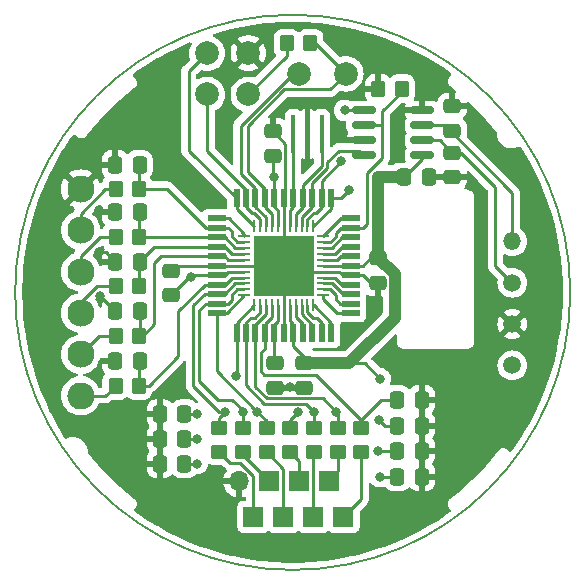
<source format=gbr>
%TF.GenerationSoftware,KiCad,Pcbnew,(6.0.9)*%
%TF.CreationDate,2024-03-13T22:45:16+01:00*%
%TF.ProjectId,HMW-IO-12-FM,484d572d-494f-42d3-9132-2d464d2e6b69,rev?*%
%TF.SameCoordinates,Original*%
%TF.FileFunction,Copper,L2,Bot*%
%TF.FilePolarity,Positive*%
%FSLAX46Y46*%
G04 Gerber Fmt 4.6, Leading zero omitted, Abs format (unit mm)*
G04 Created by KiCad (PCBNEW (6.0.9)) date 2024-03-13 22:45:16*
%MOMM*%
%LPD*%
G01*
G04 APERTURE LIST*
G04 Aperture macros list*
%AMRoundRect*
0 Rectangle with rounded corners*
0 $1 Rounding radius*
0 $2 $3 $4 $5 $6 $7 $8 $9 X,Y pos of 4 corners*
0 Add a 4 corners polygon primitive as box body*
4,1,4,$2,$3,$4,$5,$6,$7,$8,$9,$2,$3,0*
0 Add four circle primitives for the rounded corners*
1,1,$1+$1,$2,$3*
1,1,$1+$1,$4,$5*
1,1,$1+$1,$6,$7*
1,1,$1+$1,$8,$9*
0 Add four rect primitives between the rounded corners*
20,1,$1+$1,$2,$3,$4,$5,0*
20,1,$1+$1,$4,$5,$6,$7,0*
20,1,$1+$1,$6,$7,$8,$9,0*
20,1,$1+$1,$8,$9,$2,$3,0*%
G04 Aperture macros list end*
%TA.AperFunction,NonConductor*%
%ADD10C,0.200000*%
%TD*%
%TA.AperFunction,ComponentPad*%
%ADD11O,1.500000X1.500000*%
%TD*%
%TA.AperFunction,ComponentPad*%
%ADD12C,1.500000*%
%TD*%
%TA.AperFunction,ComponentPad*%
%ADD13R,1.700000X1.700000*%
%TD*%
%TA.AperFunction,ComponentPad*%
%ADD14O,1.700000X1.700000*%
%TD*%
%TA.AperFunction,ComponentPad*%
%ADD15O,2.300000X2.300000*%
%TD*%
%TA.AperFunction,ComponentPad*%
%ADD16C,2.300000*%
%TD*%
%TA.AperFunction,SMDPad,CuDef*%
%ADD17RoundRect,0.250000X-0.337500X-0.475000X0.337500X-0.475000X0.337500X0.475000X-0.337500X0.475000X0*%
%TD*%
%TA.AperFunction,SMDPad,CuDef*%
%ADD18RoundRect,0.250000X0.450000X-0.350000X0.450000X0.350000X-0.450000X0.350000X-0.450000X-0.350000X0*%
%TD*%
%TA.AperFunction,SMDPad,CuDef*%
%ADD19R,0.400000X3.200000*%
%TD*%
%TA.AperFunction,SMDPad,CuDef*%
%ADD20RoundRect,0.250000X-0.350000X-0.450000X0.350000X-0.450000X0.350000X0.450000X-0.350000X0.450000X0*%
%TD*%
%TA.AperFunction,SMDPad,CuDef*%
%ADD21RoundRect,0.250000X0.337500X0.475000X-0.337500X0.475000X-0.337500X-0.475000X0.337500X-0.475000X0*%
%TD*%
%TA.AperFunction,SMDPad,CuDef*%
%ADD22RoundRect,0.250000X-0.475000X0.337500X-0.475000X-0.337500X0.475000X-0.337500X0.475000X0.337500X0*%
%TD*%
%TA.AperFunction,SMDPad,CuDef*%
%ADD23C,2.000000*%
%TD*%
%TA.AperFunction,SMDPad,CuDef*%
%ADD24R,0.550000X1.500000*%
%TD*%
%TA.AperFunction,SMDPad,CuDef*%
%ADD25R,1.500000X0.550000*%
%TD*%
%TA.AperFunction,SMDPad,CuDef*%
%ADD26RoundRect,0.250000X0.475000X-0.337500X0.475000X0.337500X-0.475000X0.337500X-0.475000X-0.337500X0*%
%TD*%
%TA.AperFunction,SMDPad,CuDef*%
%ADD27RoundRect,0.250000X0.350000X0.450000X-0.350000X0.450000X-0.350000X-0.450000X0.350000X-0.450000X0*%
%TD*%
%TA.AperFunction,SMDPad,CuDef*%
%ADD28RoundRect,0.062500X-0.062500X0.475000X-0.062500X-0.475000X0.062500X-0.475000X0.062500X0.475000X0*%
%TD*%
%TA.AperFunction,SMDPad,CuDef*%
%ADD29RoundRect,0.062500X-0.475000X0.062500X-0.475000X-0.062500X0.475000X-0.062500X0.475000X0.062500X0*%
%TD*%
%TA.AperFunction,SMDPad,CuDef*%
%ADD30R,5.200000X5.200000*%
%TD*%
%TA.AperFunction,SMDPad,CuDef*%
%ADD31RoundRect,0.150000X-0.825000X-0.150000X0.825000X-0.150000X0.825000X0.150000X-0.825000X0.150000X0*%
%TD*%
%TA.AperFunction,ViaPad*%
%ADD32C,0.800000*%
%TD*%
%TA.AperFunction,Conductor*%
%ADD33C,0.250000*%
%TD*%
%TA.AperFunction,Conductor*%
%ADD34C,1.000000*%
%TD*%
G04 APERTURE END LIST*
D10*
X173500000Y-75000000D02*
G75*
G03*
X173500000Y-75000000I-23500000J0D01*
G01*
D11*
%TO.P,J4,01,01*%
%TO.N,Net-(C15-Pad1)*%
X168600000Y-70687500D03*
D12*
%TO.P,J4,02,02*%
%TO.N,Net-(C14-Pad1)*%
X168600000Y-74187500D03*
%TO.P,J4,03,03*%
%TO.N,/GND*%
X168600000Y-77687500D03*
%TO.P,J4,04,04*%
%TO.N,/+24V*%
X168600000Y-81187500D03*
%TD*%
D13*
%TO.P,J1,1,Pin_1*%
%TO.N,Net-(J1-Pad1)*%
X154300000Y-94000000D03*
%TO.P,J1,2,Pin_2*%
%TO.N,Net-(J1-Pad2)*%
X151760000Y-94000000D03*
%TO.P,J1,3,Pin_3*%
%TO.N,Net-(J1-Pad3)*%
X149220000Y-94000000D03*
%TO.P,J1,4,Pin_4*%
%TO.N,Net-(J1-Pad4)*%
X146680000Y-94000000D03*
%TD*%
%TO.P,J2,1,Pin_1*%
%TO.N,Net-(J2-Pad1)*%
X153090000Y-91000000D03*
%TO.P,J2,2,Pin_2*%
%TO.N,Net-(J2-Pad2)*%
X150550000Y-91000000D03*
%TO.P,J2,3,Pin_3*%
%TO.N,Net-(J2-Pad3)*%
X148010000Y-91000000D03*
D14*
%TO.P,J2,4,Pin_4*%
%TO.N,/GND*%
X145470000Y-91000000D03*
%TD*%
D15*
%TO.P,J3,1,Pin_1*%
%TO.N,Net-(J3-Pad1)*%
X132050000Y-83750000D03*
D16*
%TO.P,J3,2,Pin_2*%
%TO.N,Net-(J3-Pad2)*%
X132050000Y-80250000D03*
%TO.P,J3,3,Pin_3*%
%TO.N,Net-(J3-Pad3)*%
X132050000Y-76750000D03*
%TO.P,J3,4,Pin_4*%
%TO.N,Net-(J3-Pad4)*%
X132050000Y-73250000D03*
%TO.P,J3,5,Pin_5*%
%TO.N,Net-(J3-Pad5)*%
X132050000Y-69750000D03*
%TO.P,J3,6,Pin_6*%
%TO.N,/GND*%
X132050000Y-66250000D03*
%TD*%
D17*
%TO.P,C2,1*%
%TO.N,/GND*%
X138762500Y-89500000D03*
%TO.P,C2,2*%
%TO.N,/SO2*%
X140837500Y-89500000D03*
%TD*%
D18*
%TO.P,R4,1*%
%TO.N,Net-(J2-Pad2)*%
X149800000Y-88500000D03*
%TO.P,R4,2*%
%TO.N,/SO4*%
X149800000Y-86500000D03*
%TD*%
D19*
%TO.P,Q1,1,1*%
%TO.N,/XTAL1*%
X152450000Y-61600000D03*
%TO.P,Q1,2,2*%
%TO.N,/GND*%
X151250000Y-61600000D03*
%TO.P,Q1,3,3*%
%TO.N,/XTAL2*%
X150050000Y-61600000D03*
%TD*%
D17*
%TO.P,C4,1*%
%TO.N,/GND*%
X138762500Y-85300000D03*
%TO.P,C4,2*%
%TO.N,/SO4*%
X140837500Y-85300000D03*
%TD*%
%TO.P,C3,1*%
%TO.N,/GND*%
X138762500Y-87400000D03*
%TO.P,C3,2*%
%TO.N,/SO3*%
X140837500Y-87400000D03*
%TD*%
D20*
%TO.P,R12,1*%
%TO.N,Net-(J3-Pad5)*%
X135000000Y-66250000D03*
%TO.P,R12,2*%
%TO.N,/SO12*%
X137000000Y-66250000D03*
%TD*%
D21*
%TO.P,C1,1*%
%TO.N,/GND*%
X160937500Y-84100000D03*
%TO.P,C1,2*%
%TO.N,/SO1*%
X158862500Y-84100000D03*
%TD*%
D22*
%TO.P,C23,1*%
%TO.N,/VCC*%
X157200000Y-72125000D03*
%TO.P,C23,2*%
%TO.N,/GND*%
X157200000Y-74200000D03*
%TD*%
D23*
%TO.P,TP6,1,1*%
%TO.N,/SCK*%
X150500000Y-56500000D03*
%TD*%
D17*
%TO.P,C9,1*%
%TO.N,/GND*%
X134962500Y-76600000D03*
%TO.P,C9,2*%
%TO.N,/SO9*%
X137037500Y-76600000D03*
%TD*%
D24*
%TO.P,IC1,1,PB5*%
%TO.N,/MOSI*%
X145250000Y-67050000D03*
%TO.P,IC1,2,PB6*%
%TO.N,/MISO*%
X146050000Y-67050000D03*
%TO.P,IC1,3,PB7*%
%TO.N,/SCK*%
X146850000Y-67050000D03*
%TO.P,IC1,4,~{RESET}*%
%TO.N,/RST*%
X147650000Y-67050000D03*
%TO.P,IC1,5,VCC*%
%TO.N,/VCC*%
X148450000Y-67050000D03*
%TO.P,IC1,6,GND*%
%TO.N,/GND*%
X149250000Y-67050000D03*
%TO.P,IC1,7,XTAL2*%
%TO.N,/XTAL2*%
X150050000Y-67050000D03*
%TO.P,IC1,8,XTAL1*%
%TO.N,/XTAL1*%
X150850000Y-67050000D03*
%TO.P,IC1,9,PD0*%
%TO.N,/RXD*%
X151650000Y-67050000D03*
%TO.P,IC1,10,PD1*%
%TO.N,/TXD*%
X152450000Y-67050000D03*
%TO.P,IC1,11,PD2*%
%TO.N,/LED*%
X153250000Y-67050000D03*
D25*
%TO.P,IC1,12,PD3*%
%TO.N,/PD3*%
X154950000Y-68750000D03*
%TO.P,IC1,13,PD4*%
%TO.N,/TXEN*%
X154950000Y-69550000D03*
%TO.P,IC1,14,PD5*%
%TO.N,/PD5*%
X154950000Y-70350000D03*
%TO.P,IC1,15,PD6*%
%TO.N,/PD6*%
X154950000Y-71150000D03*
%TO.P,IC1,16,PD7*%
%TO.N,/PD7*%
X154950000Y-71950000D03*
%TO.P,IC1,17,VCC*%
%TO.N,/VCC*%
X154950000Y-72750000D03*
%TO.P,IC1,18,GND*%
%TO.N,/GND*%
X154950000Y-73550000D03*
%TO.P,IC1,19,PC0*%
%TO.N,/PC0*%
X154950000Y-74350000D03*
%TO.P,IC1,20,PC1*%
%TO.N,/PC1*%
X154950000Y-75150000D03*
%TO.P,IC1,21,PC2*%
%TO.N,/PC2*%
X154950000Y-75950000D03*
%TO.P,IC1,22,PC3*%
%TO.N,/PC3*%
X154950000Y-76750000D03*
D24*
%TO.P,IC1,23,PC4*%
%TO.N,/PC4*%
X153250000Y-78450000D03*
%TO.P,IC1,24,PC5*%
%TO.N,/PC5*%
X152450000Y-78450000D03*
%TO.P,IC1,25,PC6*%
%TO.N,/PC6*%
X151650000Y-78450000D03*
%TO.P,IC1,26,PC7*%
%TO.N,/PC7*%
X150850000Y-78450000D03*
%TO.P,IC1,27,AVCC*%
%TO.N,/VCC*%
X150050000Y-78450000D03*
%TO.P,IC1,28,GND*%
%TO.N,/GND*%
X149250000Y-78450000D03*
%TO.P,IC1,29,AREF*%
%TO.N,/AREF*%
X148450000Y-78450000D03*
%TO.P,IC1,30,PA7*%
%TO.N,/SO1*%
X147650000Y-78450000D03*
%TO.P,IC1,31,PA6*%
%TO.N,/SO2*%
X146850000Y-78450000D03*
%TO.P,IC1,32,PA5*%
%TO.N,/SO3*%
X146050000Y-78450000D03*
%TO.P,IC1,33,PA4*%
%TO.N,/SO4*%
X145250000Y-78450000D03*
D25*
%TO.P,IC1,34,PA3*%
%TO.N,/SO5*%
X143550000Y-76750000D03*
%TO.P,IC1,35,PA2*%
%TO.N,/SO6*%
X143550000Y-75950000D03*
%TO.P,IC1,36,PA1*%
%TO.N,/SO7*%
X143550000Y-75150000D03*
%TO.P,IC1,37,PA0*%
%TO.N,/SO8*%
X143550000Y-74350000D03*
%TO.P,IC1,38,VCC*%
%TO.N,/VCC*%
X143550000Y-73550000D03*
%TO.P,IC1,39,GND*%
%TO.N,/GND*%
X143550000Y-72750000D03*
%TO.P,IC1,40,PB0*%
%TO.N,/SO9*%
X143550000Y-71950000D03*
%TO.P,IC1,41,PB1*%
%TO.N,/SO10*%
X143550000Y-71150000D03*
%TO.P,IC1,42,PB2*%
%TO.N,/SO11*%
X143550000Y-70350000D03*
%TO.P,IC1,43,PB3*%
%TO.N,/SO12*%
X143550000Y-69550000D03*
%TO.P,IC1,44,PB4*%
%TO.N,/{slash}SS*%
X143550000Y-68750000D03*
%TD*%
D21*
%TO.P,C27,1*%
%TO.N,/GND*%
X161500000Y-65250000D03*
%TO.P,C27,2*%
%TO.N,/VCC*%
X159425000Y-65250000D03*
%TD*%
D18*
%TO.P,R5,1*%
%TO.N,Net-(J1-Pad3)*%
X147800000Y-88500000D03*
%TO.P,R5,2*%
%TO.N,/SO5*%
X147800000Y-86500000D03*
%TD*%
D26*
%TO.P,C13,1*%
%TO.N,/GND*%
X148500000Y-83075000D03*
%TO.P,C13,2*%
%TO.N,/AREF*%
X148500000Y-81000000D03*
%TD*%
D17*
%TO.P,C11,1*%
%TO.N,/GND*%
X134962500Y-68200000D03*
%TO.P,C11,2*%
%TO.N,/SO11*%
X137037500Y-68200000D03*
%TD*%
%TO.P,C12,1*%
%TO.N,/GND*%
X134962500Y-64200000D03*
%TO.P,C12,2*%
%TO.N,/SO12*%
X137037500Y-64200000D03*
%TD*%
D23*
%TO.P,TP2,1,1*%
%TO.N,/GND*%
X146250000Y-54750000D03*
%TD*%
D17*
%TO.P,C8,1*%
%TO.N,/GND*%
X134962500Y-80800000D03*
%TO.P,C8,2*%
%TO.N,/SO8*%
X137037500Y-80800000D03*
%TD*%
D20*
%TO.P,R8,1*%
%TO.N,Net-(J3-Pad1)*%
X135000000Y-82900000D03*
%TO.P,R8,2*%
%TO.N,/SO8*%
X137000000Y-82900000D03*
%TD*%
D27*
%TO.P,R13,1*%
%TO.N,/RST*%
X151500000Y-53900000D03*
%TO.P,R13,2*%
%TO.N,/VCC*%
X149500000Y-53900000D03*
%TD*%
D21*
%TO.P,C7,1*%
%TO.N,/GND*%
X160937500Y-90600000D03*
%TO.P,C7,2*%
%TO.N,/SO7*%
X158862500Y-90600000D03*
%TD*%
D23*
%TO.P,TP4,1,1*%
%TO.N,/MOSI*%
X142750000Y-54750000D03*
%TD*%
D26*
%TO.P,C25,1*%
%TO.N,/VCC*%
X139700000Y-75237500D03*
%TO.P,C25,2*%
%TO.N,/GND*%
X139700000Y-73162500D03*
%TD*%
D28*
%TO.P,IC2,1,PB5*%
%TO.N,/MOSI*%
X146750000Y-69412500D03*
%TO.P,IC2,2,PB6*%
%TO.N,/MISO*%
X147250000Y-69412500D03*
%TO.P,IC2,3,PB7*%
%TO.N,/SCK*%
X147750000Y-69412500D03*
%TO.P,IC2,4,~{RESET}*%
%TO.N,/RST*%
X148250000Y-69412500D03*
%TO.P,IC2,5,VCC*%
%TO.N,/VCC*%
X148750000Y-69412500D03*
%TO.P,IC2,6,GND*%
%TO.N,/GND*%
X149250000Y-69412500D03*
%TO.P,IC2,7,XTAL2*%
%TO.N,/XTAL2*%
X149750000Y-69412500D03*
%TO.P,IC2,8,XTAL1*%
%TO.N,/XTAL1*%
X150250000Y-69412500D03*
%TO.P,IC2,9,PD0*%
%TO.N,/RXD*%
X150750000Y-69412500D03*
%TO.P,IC2,10,PD1*%
%TO.N,/TXD*%
X151250000Y-69412500D03*
%TO.P,IC2,11,PD2*%
%TO.N,/LED*%
X151750000Y-69412500D03*
D29*
%TO.P,IC2,12,PD3*%
%TO.N,/PD3*%
X152587500Y-70250000D03*
%TO.P,IC2,13,PD4*%
%TO.N,/TXEN*%
X152587500Y-70750000D03*
%TO.P,IC2,14,PD5*%
%TO.N,/PD5*%
X152587500Y-71250000D03*
%TO.P,IC2,15,PD6*%
%TO.N,/PD6*%
X152587500Y-71750000D03*
%TO.P,IC2,16,PD7*%
%TO.N,/PD7*%
X152587500Y-72250000D03*
%TO.P,IC2,17,VCC*%
%TO.N,/VCC*%
X152587500Y-72750000D03*
%TO.P,IC2,18,GND*%
%TO.N,/GND*%
X152587500Y-73250000D03*
%TO.P,IC2,19,PC0*%
%TO.N,/PC0*%
X152587500Y-73750000D03*
%TO.P,IC2,20,PC1*%
%TO.N,/PC1*%
X152587500Y-74250000D03*
%TO.P,IC2,21,PC2*%
%TO.N,/PC2*%
X152587500Y-74750000D03*
%TO.P,IC2,22,PC3*%
%TO.N,/PC3*%
X152587500Y-75250000D03*
D28*
%TO.P,IC2,23,PC4*%
%TO.N,/PC4*%
X151750000Y-76087500D03*
%TO.P,IC2,24,PC5*%
%TO.N,/PC5*%
X151250000Y-76087500D03*
%TO.P,IC2,25,PC6*%
%TO.N,/PC6*%
X150750000Y-76087500D03*
%TO.P,IC2,26,PC7*%
%TO.N,/PC7*%
X150250000Y-76087500D03*
%TO.P,IC2,27,AVCC*%
%TO.N,/VCC*%
X149750000Y-76087500D03*
%TO.P,IC2,28,GND*%
%TO.N,/GND*%
X149250000Y-76087500D03*
%TO.P,IC2,29,AREF*%
%TO.N,/AREF*%
X148750000Y-76087500D03*
%TO.P,IC2,30,PA7*%
%TO.N,/SO1*%
X148250000Y-76087500D03*
%TO.P,IC2,31,PA6*%
%TO.N,/SO2*%
X147750000Y-76087500D03*
%TO.P,IC2,32,PA5*%
%TO.N,/SO3*%
X147250000Y-76087500D03*
%TO.P,IC2,33,PA4*%
%TO.N,/SO4*%
X146750000Y-76087500D03*
D29*
%TO.P,IC2,34,PA3*%
%TO.N,/SO5*%
X145912500Y-75250000D03*
%TO.P,IC2,35,PA2*%
%TO.N,/SO6*%
X145912500Y-74750000D03*
%TO.P,IC2,36,PA1*%
%TO.N,/SO7*%
X145912500Y-74250000D03*
%TO.P,IC2,37,PA0*%
%TO.N,/SO8*%
X145912500Y-73750000D03*
%TO.P,IC2,38,VCC*%
%TO.N,/VCC*%
X145912500Y-73250000D03*
%TO.P,IC2,39,GND*%
%TO.N,/GND*%
X145912500Y-72750000D03*
%TO.P,IC2,40,PB0*%
%TO.N,/SO9*%
X145912500Y-72250000D03*
%TO.P,IC2,41,PB1*%
%TO.N,/SO10*%
X145912500Y-71750000D03*
%TO.P,IC2,42,PB2*%
%TO.N,/SO11*%
X145912500Y-71250000D03*
%TO.P,IC2,43,PB3*%
%TO.N,/SO12*%
X145912500Y-70750000D03*
%TO.P,IC2,44,PB4*%
%TO.N,/{slash}SS*%
X145912500Y-70250000D03*
D30*
%TO.P,IC2,45,GND*%
%TO.N,/GND*%
X149250000Y-72750000D03*
%TD*%
D17*
%TO.P,C10,1*%
%TO.N,/GND*%
X134962500Y-72400000D03*
%TO.P,C10,2*%
%TO.N,/SO10*%
X137037500Y-72400000D03*
%TD*%
D26*
%TO.P,C15,1*%
%TO.N,Net-(C15-Pad1)*%
X163500000Y-61307500D03*
%TO.P,C15,2*%
%TO.N,/GND*%
X163500000Y-59232500D03*
%TD*%
%TO.P,C26,1*%
%TO.N,/VCC*%
X148300000Y-63437500D03*
%TO.P,C26,2*%
%TO.N,/GND*%
X148300000Y-61362500D03*
%TD*%
D20*
%TO.P,R10,1*%
%TO.N,Net-(J3-Pad3)*%
X135000000Y-74500000D03*
%TO.P,R10,2*%
%TO.N,/SO10*%
X137000000Y-74500000D03*
%TD*%
D22*
%TO.P,C14,2*%
%TO.N,/GND*%
X163500000Y-65247500D03*
%TO.P,C14,1*%
%TO.N,Net-(C14-Pad1)*%
X163500000Y-63172500D03*
%TD*%
D20*
%TO.P,R15,1*%
%TO.N,/GND*%
X157250000Y-57750000D03*
%TO.P,R15,2*%
%TO.N,/TXEN*%
X159250000Y-57750000D03*
%TD*%
D18*
%TO.P,R1,1*%
%TO.N,Net-(J1-Pad1)*%
X155800000Y-88500000D03*
%TO.P,R1,2*%
%TO.N,/SO1*%
X155800000Y-86500000D03*
%TD*%
%TO.P,R3,1*%
%TO.N,Net-(J1-Pad2)*%
X151800000Y-88500000D03*
%TO.P,R3,2*%
%TO.N,/SO3*%
X151800000Y-86500000D03*
%TD*%
D21*
%TO.P,C5,1*%
%TO.N,/GND*%
X160937500Y-86300000D03*
%TO.P,C5,2*%
%TO.N,/SO5*%
X158862500Y-86300000D03*
%TD*%
D23*
%TO.P,TP5,1,1*%
%TO.N,/RST*%
X154500000Y-56500000D03*
%TD*%
%TO.P,TP1,1,1*%
%TO.N,/VCC*%
X146250000Y-58250000D03*
%TD*%
D31*
%TO.P,IC3,1,RO*%
%TO.N,/RXD*%
X156025000Y-63405000D03*
%TO.P,IC3,2,~{RE}*%
%TO.N,/GND*%
X156025000Y-62135000D03*
%TO.P,IC3,3,DE*%
%TO.N,/TXEN*%
X156025000Y-60865000D03*
%TO.P,IC3,4,DI*%
%TO.N,/TXD*%
X156025000Y-59595000D03*
%TO.P,IC3,5,GND*%
%TO.N,/GND*%
X160975000Y-59595000D03*
%TO.P,IC3,6,A*%
%TO.N,Net-(C15-Pad1)*%
X160975000Y-60865000D03*
%TO.P,IC3,7,B*%
%TO.N,Net-(C14-Pad1)*%
X160975000Y-62135000D03*
%TO.P,IC3,8,VCC*%
%TO.N,/VCC*%
X160975000Y-63405000D03*
%TD*%
D18*
%TO.P,R7,1*%
%TO.N,Net-(J1-Pad4)*%
X143800000Y-88500000D03*
%TO.P,R7,2*%
%TO.N,/SO7*%
X143800000Y-86500000D03*
%TD*%
D23*
%TO.P,TP3,1,1*%
%TO.N,/MISO*%
X142750000Y-58250000D03*
%TD*%
D22*
%TO.P,C24,1*%
%TO.N,/VCC*%
X151000000Y-81000000D03*
%TO.P,C24,2*%
%TO.N,/GND*%
X151000000Y-83075000D03*
%TD*%
D20*
%TO.P,R11,1*%
%TO.N,Net-(J3-Pad4)*%
X135000000Y-70300000D03*
%TO.P,R11,2*%
%TO.N,/SO11*%
X137000000Y-70300000D03*
%TD*%
%TO.P,R9,1*%
%TO.N,Net-(J3-Pad2)*%
X135000000Y-78700000D03*
%TO.P,R9,2*%
%TO.N,/SO9*%
X137000000Y-78700000D03*
%TD*%
D18*
%TO.P,R2,1*%
%TO.N,Net-(J2-Pad1)*%
X153800000Y-88500000D03*
%TO.P,R2,2*%
%TO.N,/SO2*%
X153800000Y-86500000D03*
%TD*%
D21*
%TO.P,C6,1*%
%TO.N,/GND*%
X160937500Y-88400000D03*
%TO.P,C6,2*%
%TO.N,/SO6*%
X158862500Y-88400000D03*
%TD*%
D18*
%TO.P,R6,1*%
%TO.N,Net-(J2-Pad3)*%
X145800000Y-88500000D03*
%TO.P,R6,2*%
%TO.N,/SO6*%
X145800000Y-86500000D03*
%TD*%
D32*
%TO.N,/GND*%
X133000000Y-63000000D03*
X137000000Y-61500000D03*
X140000000Y-92000000D03*
X133700000Y-75300000D03*
X134000000Y-89000000D03*
X171000000Y-80000000D03*
X128250000Y-75500000D03*
X165000000Y-66000000D03*
X142000000Y-94000000D03*
X139000000Y-63000000D03*
X171000000Y-73000000D03*
X166000000Y-80000000D03*
X166000000Y-76000000D03*
X144250000Y-94000000D03*
X150750000Y-74250000D03*
X135000000Y-60750000D03*
X142000000Y-92000000D03*
X139000000Y-60750000D03*
X157000000Y-95000000D03*
X133600000Y-68000000D03*
X136250000Y-89000000D03*
X138000000Y-92000000D03*
X149750000Y-83000000D03*
X136250000Y-87000000D03*
X171000000Y-70000000D03*
X134000000Y-87000000D03*
X171000000Y-76000000D03*
X166000000Y-70000000D03*
X128250000Y-72750000D03*
X133500000Y-81900000D03*
X166000000Y-73000000D03*
X149500000Y-73000000D03*
X139000000Y-58000000D03*
X133600000Y-71600000D03*
X137000000Y-59250000D03*
X140000000Y-94000000D03*
%TO.N,/VCC*%
X146250000Y-58250000D03*
X157250000Y-65250000D03*
X157400000Y-82300000D03*
X141387500Y-73700000D03*
X148400000Y-65250000D03*
%TO.N,/LED*%
X154790000Y-66349500D03*
%TO.N,/TXD*%
X154400000Y-59600000D03*
X154100000Y-63900000D03*
%TO.N,/SO7*%
X157400000Y-90600000D03*
X144300000Y-85100000D03*
%TO.N,/SO6*%
X157200000Y-88400000D03*
X145800000Y-85100000D03*
%TO.N,/SO5*%
X157300000Y-85813173D03*
X147000000Y-85100000D03*
%TO.N,/SO4*%
X150443701Y-85162000D03*
X145200000Y-82100000D03*
X141900000Y-85300000D03*
%TO.N,/SO3*%
X151800000Y-85100000D03*
X141900000Y-87400000D03*
%TO.N,/SO2*%
X153700000Y-85100000D03*
X141900000Y-89500000D03*
%TD*%
D33*
%TO.N,/LED*%
X154089500Y-67050000D02*
X153250000Y-67050000D01*
X154790000Y-66349500D02*
X154089500Y-67050000D01*
%TO.N,Net-(C15-Pad1)*%
X168600000Y-66600000D02*
X168600000Y-70687500D01*
X162865000Y-60865000D02*
X168600000Y-66600000D01*
X160975000Y-60865000D02*
X162865000Y-60865000D01*
%TO.N,Net-(C14-Pad1)*%
X163500000Y-63172500D02*
X164247500Y-63172500D01*
X164247500Y-63172500D02*
X167150000Y-66075000D01*
X160975000Y-62135000D02*
X162462500Y-62135000D01*
X162462500Y-62135000D02*
X163500000Y-63172500D01*
%TO.N,/VCC*%
X149500000Y-55000000D02*
X146250000Y-58250000D01*
X149500000Y-53900000D02*
X149500000Y-55000000D01*
%TO.N,/RST*%
X151900000Y-53900000D02*
X154500000Y-56500000D01*
D34*
%TO.N,/VCC*%
X157250000Y-72093997D02*
X158625000Y-73468997D01*
X158625000Y-73468997D02*
X158625000Y-77175000D01*
X158625000Y-77175000D02*
X154800000Y-81000000D01*
X157250000Y-65250000D02*
X157250000Y-72093997D01*
D33*
%TO.N,/GND*%
X134962500Y-68200000D02*
X133800000Y-68200000D01*
X133700000Y-75300000D02*
X133700000Y-75337500D01*
X153950000Y-73250000D02*
X152587500Y-73250000D01*
X133600000Y-71600000D02*
X134162500Y-71600000D01*
X149350000Y-62412500D02*
X148300000Y-61362500D01*
X149250000Y-76087500D02*
X149250000Y-78450000D01*
X154250000Y-73550000D02*
X153950000Y-73250000D01*
X145912500Y-72750000D02*
X149250000Y-72750000D01*
X133800000Y-68200000D02*
X133600000Y-68000000D01*
X154950000Y-73550000D02*
X155950000Y-73550000D01*
X133700000Y-75337500D02*
X134962500Y-76600000D01*
X155950000Y-73550000D02*
X156600000Y-74200000D01*
X134162500Y-71600000D02*
X134962500Y-72400000D01*
X149250000Y-69412500D02*
X149250000Y-67050000D01*
X143550000Y-72750000D02*
X140112500Y-72750000D01*
X149250000Y-76087500D02*
X149250000Y-72750000D01*
X151000000Y-83075000D02*
X148500000Y-83075000D01*
X149250000Y-69412500D02*
X149250000Y-72750000D01*
X149350000Y-66950000D02*
X149350000Y-62412500D01*
X154950000Y-73550000D02*
X154250000Y-73550000D01*
X145912500Y-72750000D02*
X143550000Y-72750000D01*
X152587500Y-73250000D02*
X149750000Y-73250000D01*
%TO.N,/AREF*%
X148450000Y-78450000D02*
X148450000Y-80950000D01*
X148750000Y-77450000D02*
X148750000Y-76087500D01*
X148450000Y-78450000D02*
X148450000Y-77750000D01*
X148450000Y-77750000D02*
X148750000Y-77450000D01*
%TO.N,Net-(C14-Pad1)*%
X167150000Y-72737500D02*
X168600000Y-74187500D01*
X167150000Y-66075000D02*
X167150000Y-72737500D01*
D34*
%TO.N,/VCC*%
X154800000Y-81000000D02*
X151000000Y-81000000D01*
D33*
X155950000Y-72750000D02*
X156575000Y-72125000D01*
X144250000Y-73550000D02*
X143550000Y-73550000D01*
X160975000Y-63405000D02*
X160975000Y-63700000D01*
X141237500Y-73700000D02*
X141387500Y-73700000D01*
X148400000Y-65250000D02*
X148450000Y-65300000D01*
X152587500Y-72750000D02*
X154950000Y-72750000D01*
X144550000Y-73250000D02*
X144250000Y-73550000D01*
X150050000Y-77700000D02*
X150050000Y-78450000D01*
X148300000Y-65150000D02*
X148300000Y-63437500D01*
X149750000Y-76087500D02*
X149750000Y-77400000D01*
X145912500Y-73250000D02*
X144550000Y-73250000D01*
X151000000Y-80500000D02*
X151000000Y-81000000D01*
X148450000Y-67050000D02*
X148450000Y-67750000D01*
X149750000Y-77400000D02*
X150050000Y-77700000D01*
X148750000Y-68050000D02*
X148750000Y-69412500D01*
X156575000Y-72125000D02*
X157200000Y-72125000D01*
X160975000Y-63700000D02*
X159425000Y-65250000D01*
D34*
X159425000Y-65250000D02*
X157250000Y-65250000D01*
D33*
X148400000Y-65250000D02*
X148300000Y-65150000D01*
X154950000Y-72750000D02*
X155950000Y-72750000D01*
X156100000Y-81000000D02*
X154800000Y-81000000D01*
X148450000Y-65300000D02*
X148450000Y-67050000D01*
X141537500Y-73550000D02*
X143550000Y-73550000D01*
X148450000Y-67750000D02*
X148750000Y-68050000D01*
X157400000Y-82300000D02*
X156100000Y-81000000D01*
X139700000Y-75237500D02*
X141237500Y-73700000D01*
X141387500Y-73700000D02*
X141537500Y-73550000D01*
X150050000Y-79550000D02*
X151000000Y-80500000D01*
X150050000Y-78450000D02*
X150050000Y-79550000D01*
%TO.N,/LED*%
X153250000Y-67912500D02*
X153250000Y-67050000D01*
X151750000Y-69412500D02*
X153250000Y-67912500D01*
%TO.N,/MOSI*%
X146737500Y-69412500D02*
X145250000Y-67925000D01*
X141200000Y-56300000D02*
X142750000Y-54750000D01*
X145250000Y-67050000D02*
X141200000Y-63000000D01*
X141200000Y-63000000D02*
X141200000Y-56300000D01*
X145250000Y-67925000D02*
X145250000Y-67050000D01*
X146750000Y-69412500D02*
X146737500Y-69412500D01*
%TO.N,/MISO*%
X146050000Y-67800000D02*
X146550000Y-68300000D01*
X142750000Y-63050000D02*
X142750000Y-58250000D01*
X146550000Y-68300000D02*
X146763604Y-68300000D01*
X146050000Y-67050000D02*
X146050000Y-66350000D01*
X147250000Y-68786396D02*
X147250000Y-69412500D01*
X146763604Y-68300000D02*
X147250000Y-68786396D01*
X146050000Y-67050000D02*
X146050000Y-67800000D01*
X146050000Y-66350000D02*
X142750000Y-63050000D01*
%TO.N,/SCK*%
X146850000Y-67050000D02*
X146850000Y-67750000D01*
X145600000Y-60886916D02*
X149986916Y-56500000D01*
X146850000Y-67050000D02*
X146850000Y-66200000D01*
X147750000Y-68650000D02*
X147750000Y-69412500D01*
X146850000Y-66200000D02*
X145600000Y-64950000D01*
X145600000Y-64950000D02*
X145600000Y-60886916D01*
X146850000Y-67750000D02*
X147750000Y-68650000D01*
%TO.N,/RST*%
X148250000Y-68400000D02*
X148250000Y-69412500D01*
X147650000Y-67050000D02*
X147650000Y-66250000D01*
X146200000Y-60923312D02*
X149298312Y-57825000D01*
X147650000Y-67800000D02*
X148250000Y-68400000D01*
X147650000Y-67050000D02*
X147650000Y-67800000D01*
X146200000Y-64800000D02*
X146200000Y-60923312D01*
X153175000Y-57825000D02*
X154500000Y-56500000D01*
X147650000Y-66250000D02*
X146200000Y-64800000D01*
X149298312Y-57825000D02*
X153175000Y-57825000D01*
%TO.N,/XTAL2*%
X150050000Y-67050000D02*
X150050000Y-67750000D01*
X150050000Y-67750000D02*
X149750000Y-68050000D01*
X150050000Y-67050000D02*
X150050000Y-62350000D01*
X149750000Y-68050000D02*
X149750000Y-69412500D01*
%TO.N,/XTAL1*%
X152450000Y-64300000D02*
X152450000Y-62350000D01*
X150850000Y-67750000D02*
X150250000Y-68350000D01*
X150850000Y-67050000D02*
X150850000Y-65900000D01*
X150850000Y-67050000D02*
X150850000Y-67750000D01*
X150850000Y-65900000D02*
X152450000Y-64300000D01*
X150250000Y-68350000D02*
X150250000Y-69412500D01*
%TO.N,/RXD*%
X153900000Y-63000000D02*
X155620000Y-63000000D01*
X151650000Y-65736396D02*
X152900000Y-64486396D01*
X152900000Y-64000000D02*
X153900000Y-63000000D01*
X151650000Y-67050000D02*
X151650000Y-67750000D01*
X151650000Y-67750000D02*
X150750000Y-68650000D01*
X151650000Y-67050000D02*
X151650000Y-65736396D01*
X152900000Y-64486396D02*
X152900000Y-64000000D01*
X150750000Y-68650000D02*
X150750000Y-69412500D01*
X155620000Y-63000000D02*
X156025000Y-63405000D01*
%TO.N,/TXD*%
X154405000Y-59595000D02*
X154400000Y-59600000D01*
X151786396Y-68250000D02*
X151950000Y-68250000D01*
X154100000Y-63900000D02*
X154100000Y-63922792D01*
X151250000Y-69412500D02*
X151250000Y-68786396D01*
X152450000Y-67750000D02*
X152450000Y-67050000D01*
X152450000Y-65572792D02*
X152450000Y-67050000D01*
X151950000Y-68250000D02*
X152450000Y-67750000D01*
X156025000Y-59595000D02*
X154405000Y-59595000D01*
X151250000Y-68786396D02*
X151786396Y-68250000D01*
X154100000Y-63922792D02*
X152450000Y-65572792D01*
%TO.N,/TXEN*%
X153173008Y-70750000D02*
X153640000Y-70283008D01*
X159250000Y-58016751D02*
X157600000Y-59666751D01*
X153640000Y-70283008D02*
X153640000Y-69980000D01*
X157600000Y-60865000D02*
X156025000Y-60865000D01*
X157600000Y-63591852D02*
X157600000Y-61400000D01*
X152587500Y-70750000D02*
X153173008Y-70750000D01*
X156325000Y-64866852D02*
X157600000Y-63591852D01*
X157600000Y-61400000D02*
X157600000Y-60865000D01*
X157600000Y-59666751D02*
X157600000Y-61400000D01*
X154070000Y-69550000D02*
X154950000Y-69550000D01*
X154950000Y-69550000D02*
X155950000Y-69550000D01*
X155950000Y-69550000D02*
X156325000Y-69175000D01*
X156325000Y-69175000D02*
X156325000Y-64866852D01*
X153640000Y-69980000D02*
X154070000Y-69550000D01*
%TO.N,/SO8*%
X140300000Y-76600000D02*
X140300000Y-80400000D01*
X144250000Y-74350000D02*
X143550000Y-74350000D01*
X142550000Y-74350000D02*
X140300000Y-76600000D01*
X144850000Y-73750000D02*
X144250000Y-74350000D01*
X137000000Y-80800000D02*
X137000000Y-82862500D01*
X145912500Y-73750000D02*
X144850000Y-73750000D01*
X143550000Y-74350000D02*
X142550000Y-74350000D01*
X137800000Y-82900000D02*
X137000000Y-82900000D01*
X140300000Y-80400000D02*
X137800000Y-82900000D01*
%TO.N,/SO7*%
X145150000Y-74250000D02*
X145912500Y-74250000D01*
X143800000Y-85600000D02*
X143800000Y-86500000D01*
X143800000Y-85100000D02*
X141600000Y-82900000D01*
X144300000Y-85100000D02*
X143800000Y-85100000D01*
X141600000Y-82900000D02*
X141600000Y-76100000D01*
X158862500Y-90600000D02*
X157400000Y-90600000D01*
X141600000Y-76100000D02*
X142550000Y-75150000D01*
X142550000Y-75150000D02*
X143550000Y-75150000D01*
X143550000Y-75150000D02*
X144250000Y-75150000D01*
X144300000Y-85100000D02*
X143800000Y-85600000D01*
X144250000Y-75150000D02*
X145150000Y-74250000D01*
%TO.N,/SO6*%
X144820000Y-75256992D02*
X144820000Y-75680000D01*
X144900000Y-84100000D02*
X145800000Y-85000000D01*
X142100000Y-82500000D02*
X143700000Y-84100000D01*
X143550000Y-75950000D02*
X142650000Y-75950000D01*
X142650000Y-75950000D02*
X142100000Y-76500000D01*
X144820000Y-75680000D02*
X144550000Y-75950000D01*
X142100000Y-76500000D02*
X142100000Y-82500000D01*
X145912500Y-74750000D02*
X145326992Y-74750000D01*
X145800000Y-85000000D02*
X145800000Y-85100000D01*
X145800000Y-86500000D02*
X145800000Y-85100000D01*
X145326992Y-74750000D02*
X144820000Y-75256992D01*
X144550000Y-75950000D02*
X143550000Y-75950000D01*
X158862500Y-88400000D02*
X157200000Y-88400000D01*
X143700000Y-84100000D02*
X144900000Y-84100000D01*
%TO.N,/SO5*%
X143550000Y-76750000D02*
X143550000Y-81650000D01*
X147800000Y-86500000D02*
X147800000Y-85900000D01*
X157300000Y-85813173D02*
X157786827Y-86300000D01*
X144400000Y-76750000D02*
X143550000Y-76750000D01*
X143550000Y-81650000D02*
X147000000Y-85100000D01*
X145900000Y-75250000D02*
X144400000Y-76750000D01*
X147800000Y-85900000D02*
X147000000Y-85100000D01*
X157786827Y-86300000D02*
X158862500Y-86300000D01*
%TO.N,/SO4*%
X149800000Y-85805701D02*
X149800000Y-86500000D01*
X145250000Y-77587500D02*
X145250000Y-78450000D01*
X145250000Y-78450000D02*
X145250000Y-82050000D01*
X141900000Y-85300000D02*
X140837500Y-85300000D01*
X145250000Y-82050000D02*
X145200000Y-82100000D01*
X150443701Y-85162000D02*
X149800000Y-85805701D01*
X146750000Y-76087500D02*
X145250000Y-77587500D01*
%TO.N,/SO3*%
X147250000Y-76087500D02*
X147250000Y-76700000D01*
X146050000Y-82887069D02*
X146050000Y-78450000D01*
X151800000Y-85100000D02*
X151137500Y-84437500D01*
X146050000Y-77550000D02*
X146050000Y-78450000D01*
X151137500Y-84437500D02*
X147600431Y-84437500D01*
X146780000Y-77170000D02*
X146430000Y-77170000D01*
X146430000Y-77170000D02*
X146050000Y-77550000D01*
X147600431Y-84437500D02*
X146050000Y-82887069D01*
X151800000Y-86500000D02*
X151800000Y-85100000D01*
X141900000Y-87400000D02*
X140837500Y-87400000D01*
X147250000Y-76700000D02*
X146780000Y-77170000D01*
%TO.N,/SO2*%
X152587500Y-83987500D02*
X147786827Y-83987500D01*
X146850000Y-83050673D02*
X146850000Y-78450000D01*
X147750000Y-76087500D02*
X147750000Y-76850000D01*
X153800000Y-86500000D02*
X153800000Y-85200000D01*
X141900000Y-89500000D02*
X140837500Y-89500000D01*
X153700000Y-85100000D02*
X152587500Y-83987500D01*
X147786827Y-83987500D02*
X146850000Y-83050673D01*
X153800000Y-85200000D02*
X153700000Y-85100000D01*
X147750000Y-76850000D02*
X146850000Y-77750000D01*
X146850000Y-77750000D02*
X146850000Y-78450000D01*
%TO.N,/SO1*%
X147300000Y-81700000D02*
X147600000Y-82000000D01*
X152000000Y-82000000D02*
X155800000Y-85800000D01*
X148250000Y-76087500D02*
X148250000Y-77100000D01*
X148250000Y-77100000D02*
X147650000Y-77700000D01*
X157474695Y-84100000D02*
X155800000Y-85774695D01*
X155800000Y-85774695D02*
X155800000Y-86500000D01*
X155800000Y-85800000D02*
X155800000Y-86500000D01*
X147300000Y-80100000D02*
X147300000Y-81700000D01*
X147600000Y-82000000D02*
X152000000Y-82000000D01*
X147650000Y-78450000D02*
X147650000Y-79750000D01*
X147650000Y-79750000D02*
X147300000Y-80100000D01*
X147650000Y-77700000D02*
X147650000Y-78450000D01*
X158862500Y-84100000D02*
X157474695Y-84100000D01*
%TO.N,/SO9*%
X138300000Y-77700000D02*
X137300000Y-78700000D01*
X138850000Y-71950000D02*
X138300000Y-72500000D01*
X143550000Y-71950000D02*
X138850000Y-71950000D01*
X144550000Y-72250000D02*
X144250000Y-71950000D01*
X138300000Y-72500000D02*
X138300000Y-77700000D01*
X137037500Y-78700000D02*
X137037500Y-76637500D01*
X145912500Y-72250000D02*
X144550000Y-72250000D01*
X144250000Y-71950000D02*
X143550000Y-71950000D01*
%TO.N,/SO10*%
X138250000Y-71150000D02*
X137000000Y-72400000D01*
X143550000Y-71150000D02*
X138250000Y-71150000D01*
X145912500Y-71750000D02*
X144850000Y-71750000D01*
X137000000Y-72400000D02*
X137000000Y-74462500D01*
X144850000Y-71750000D02*
X144250000Y-71150000D01*
X144250000Y-71150000D02*
X143550000Y-71150000D01*
%TO.N,/SO11*%
X145150000Y-71250000D02*
X144250000Y-70350000D01*
X143550000Y-70350000D02*
X137050000Y-70350000D01*
X144250000Y-70350000D02*
X143550000Y-70350000D01*
X145912500Y-71250000D02*
X145150000Y-71250000D01*
X137000000Y-70300000D02*
X137000000Y-68237500D01*
%TO.N,/SO12*%
X139375000Y-66250000D02*
X137000000Y-66250000D01*
X144820000Y-69840000D02*
X144530000Y-69550000D01*
X143550000Y-69550000D02*
X142675000Y-69550000D01*
X144530000Y-69550000D02*
X143550000Y-69550000D01*
X142675000Y-69550000D02*
X139375000Y-66250000D01*
X145326992Y-70750000D02*
X144820000Y-70243008D01*
X137000000Y-66250000D02*
X137000000Y-64237500D01*
X145912500Y-70750000D02*
X145326992Y-70750000D01*
X144820000Y-70243008D02*
X144820000Y-69840000D01*
%TO.N,/{slash}SS*%
X145912500Y-70250000D02*
X145912500Y-70026104D01*
X144636396Y-68750000D02*
X143550000Y-68750000D01*
X145912500Y-70026104D02*
X144636396Y-68750000D01*
%TO.N,Net-(J1-Pad1)*%
X155800000Y-92500000D02*
X155800000Y-88500000D01*
X154300000Y-94000000D02*
X155800000Y-92500000D01*
%TO.N,Net-(J1-Pad2)*%
X151760000Y-88540000D02*
X151760000Y-94000000D01*
%TO.N,Net-(J1-Pad3)*%
X149220000Y-94000000D02*
X149220000Y-89920000D01*
X149220000Y-89920000D02*
X147800000Y-88500000D01*
%TO.N,Net-(J1-Pad4)*%
X144725000Y-89425000D02*
X143800000Y-88500000D01*
X145556701Y-89425000D02*
X144725000Y-89425000D01*
X146680000Y-90548299D02*
X145556701Y-89425000D01*
X146680000Y-94000000D02*
X146680000Y-90548299D01*
%TO.N,Net-(J2-Pad1)*%
X153800000Y-90100000D02*
X153090000Y-90810000D01*
X153800000Y-88500000D02*
X153800000Y-90100000D01*
%TO.N,Net-(J2-Pad2)*%
X150550000Y-91000000D02*
X150550000Y-89250000D01*
X150550000Y-89250000D02*
X149800000Y-88500000D01*
%TO.N,Net-(J2-Pad3)*%
X148010000Y-91000000D02*
X145800000Y-88790000D01*
%TO.N,Net-(J3-Pad1)*%
X134150000Y-83750000D02*
X132050000Y-83750000D01*
X135000000Y-82900000D02*
X134150000Y-83750000D01*
%TO.N,Net-(J3-Pad2)*%
X133600000Y-78700000D02*
X132050000Y-80250000D01*
X135000000Y-78700000D02*
X133600000Y-78700000D01*
%TO.N,Net-(J3-Pad3)*%
X133400000Y-74500000D02*
X132050000Y-75850000D01*
X134900000Y-74500000D02*
X133400000Y-74500000D01*
%TO.N,Net-(J3-Pad4)*%
X133700000Y-70300000D02*
X132050000Y-71950000D01*
X132050000Y-71950000D02*
X132050000Y-73250000D01*
X135000000Y-70300000D02*
X133700000Y-70300000D01*
%TO.N,Net-(J3-Pad5)*%
X134150000Y-66250000D02*
X132050000Y-68350000D01*
X135000000Y-66250000D02*
X134150000Y-66250000D01*
X132050000Y-68350000D02*
X132050000Y-69750000D01*
%TO.N,/PD3*%
X152587500Y-70250000D02*
X154087500Y-68750000D01*
X154087500Y-68750000D02*
X154950000Y-68750000D01*
%TO.N,/PD5*%
X154950000Y-70350000D02*
X154209404Y-70350000D01*
X154209404Y-70350000D02*
X153309404Y-71250000D01*
X153309404Y-71250000D02*
X152587500Y-71250000D01*
%TO.N,/PD6*%
X153613604Y-71750000D02*
X154213604Y-71150000D01*
X152587500Y-71750000D02*
X153613604Y-71750000D01*
X154213604Y-71150000D02*
X154950000Y-71150000D01*
%TO.N,/PD7*%
X153750000Y-72250000D02*
X154050000Y-71950000D01*
X152587500Y-72250000D02*
X153750000Y-72250000D01*
X154050000Y-71950000D02*
X154950000Y-71950000D01*
%TO.N,/PC0*%
X153550000Y-73750000D02*
X154150000Y-74350000D01*
X154150000Y-74350000D02*
X154950000Y-74350000D01*
X152587500Y-73750000D02*
X153550000Y-73750000D01*
%TO.N,/PC1*%
X154150000Y-75090596D02*
X153309404Y-74250000D01*
X153309404Y-74250000D02*
X152587500Y-74250000D01*
X154150000Y-75150000D02*
X154150000Y-75090596D01*
X154950000Y-75150000D02*
X154150000Y-75150000D01*
%TO.N,/PC2*%
X152587500Y-74750000D02*
X153173008Y-74750000D01*
X154000000Y-75950000D02*
X154950000Y-75950000D01*
X153640000Y-75590000D02*
X154000000Y-75950000D01*
X153640000Y-75216992D02*
X153640000Y-75590000D01*
X153173008Y-74750000D02*
X153640000Y-75216992D01*
%TO.N,/PC3*%
X153750000Y-76750000D02*
X154950000Y-76750000D01*
X152587500Y-75587500D02*
X153750000Y-76750000D01*
X152587500Y-75250000D02*
X152587500Y-75587500D01*
%TO.N,/PC4*%
X151762500Y-76087500D02*
X153250000Y-77575000D01*
X153250000Y-77575000D02*
X153250000Y-78450000D01*
X151750000Y-76087500D02*
X151762500Y-76087500D01*
%TO.N,/PC5*%
X151250000Y-76703604D02*
X151726396Y-77180000D01*
X151250000Y-76087500D02*
X151250000Y-76703604D01*
X152450000Y-77560000D02*
X152450000Y-78450000D01*
X151726396Y-77180000D02*
X152070000Y-77180000D01*
X152070000Y-77180000D02*
X152450000Y-77560000D01*
%TO.N,/PC6*%
X150750000Y-76087500D02*
X150750000Y-76840000D01*
X151650000Y-77740000D02*
X151650000Y-78450000D01*
X150750000Y-76840000D02*
X151650000Y-77740000D01*
%TO.N,/PC7*%
X150250000Y-76087500D02*
X150250000Y-77050000D01*
X150250000Y-77050000D02*
X150850000Y-77650000D01*
X150850000Y-77650000D02*
X150850000Y-78450000D01*
%TD*%
%TA.AperFunction,Conductor*%
%TO.N,/GND*%
G36*
X150482052Y-52113631D02*
G01*
X151434728Y-52153560D01*
X151439986Y-52153891D01*
X151688201Y-52174734D01*
X152390190Y-52233682D01*
X152395439Y-52234234D01*
X152858974Y-52292792D01*
X153341455Y-52353743D01*
X153346605Y-52354502D01*
X154286878Y-52513538D01*
X154291983Y-52514512D01*
X154758366Y-52613645D01*
X155224733Y-52712775D01*
X155229871Y-52713981D01*
X156153417Y-52951107D01*
X156158500Y-52952526D01*
X157071341Y-53228129D01*
X157076360Y-53229760D01*
X157564076Y-53399600D01*
X157976840Y-53543339D01*
X157981764Y-53545170D01*
X158789051Y-53864798D01*
X158868358Y-53896198D01*
X158873223Y-53898243D01*
X159744317Y-54286079D01*
X159749092Y-54288326D01*
X160603175Y-54712297D01*
X160607852Y-54714742D01*
X161443447Y-55174113D01*
X161448017Y-55176752D01*
X162263635Y-55670708D01*
X162268069Y-55673522D01*
X162942864Y-56121855D01*
X163062288Y-56201200D01*
X163066622Y-56204212D01*
X163290235Y-56366676D01*
X163392987Y-56441330D01*
X163436341Y-56497552D01*
X163442416Y-56568288D01*
X163414385Y-56625507D01*
X163360960Y-56687519D01*
X163312484Y-56743786D01*
X163303995Y-56752717D01*
X163303756Y-56752945D01*
X163296441Y-56758162D01*
X163290886Y-56765220D01*
X163290882Y-56765224D01*
X163259539Y-56805048D01*
X163255988Y-56809361D01*
X163254667Y-56810895D01*
X163241944Y-56825663D01*
X163239527Y-56829443D01*
X163239327Y-56829756D01*
X163232190Y-56839800D01*
X163206358Y-56872623D01*
X163203010Y-56880950D01*
X163201343Y-56885097D01*
X163190596Y-56905965D01*
X163183347Y-56917302D01*
X163180829Y-56925916D01*
X163171629Y-56957384D01*
X163167596Y-56969028D01*
X163155372Y-56999432D01*
X163155371Y-56999437D01*
X163152022Y-57007766D01*
X163151146Y-57016701D01*
X163151145Y-57016703D01*
X163150710Y-57021141D01*
X163146249Y-57044202D01*
X163142476Y-57057108D01*
X163142479Y-57098862D01*
X163141877Y-57111165D01*
X163137800Y-57152728D01*
X163140297Y-57165946D01*
X163142485Y-57189317D01*
X163142486Y-57202765D01*
X163145003Y-57211371D01*
X163145004Y-57211377D01*
X163154210Y-57242850D01*
X163157082Y-57254813D01*
X163164835Y-57295854D01*
X163168911Y-57303854D01*
X163170937Y-57307831D01*
X163179600Y-57329656D01*
X163183376Y-57342566D01*
X163205882Y-57377752D01*
X163212002Y-57388438D01*
X163230954Y-57425640D01*
X163237108Y-57432172D01*
X163237110Y-57432174D01*
X163240177Y-57435429D01*
X163254618Y-57453946D01*
X163261861Y-57465270D01*
X163268628Y-57471172D01*
X163268630Y-57471175D01*
X163293319Y-57492710D01*
X163302201Y-57501257D01*
X163324684Y-57525119D01*
X163324690Y-57525124D01*
X163330842Y-57531653D01*
X163338584Y-57536196D01*
X163342441Y-57538459D01*
X163361494Y-57552175D01*
X163371630Y-57561015D01*
X163379016Y-57564427D01*
X163387755Y-57570758D01*
X163817519Y-57917521D01*
X163857974Y-57975864D01*
X163860464Y-58046817D01*
X163824199Y-58107853D01*
X163773896Y-58136477D01*
X163756876Y-58141475D01*
X163755671Y-58142865D01*
X163754000Y-58150548D01*
X163754000Y-58960385D01*
X163758475Y-58975624D01*
X163759865Y-58976829D01*
X163767548Y-58978500D01*
X164714884Y-58978500D01*
X164730123Y-58974025D01*
X164731329Y-58972633D01*
X164731855Y-58970216D01*
X164765880Y-58907904D01*
X164828192Y-58873879D01*
X164899008Y-58878944D01*
X164941033Y-58904968D01*
X165220307Y-59166136D01*
X165223586Y-59169318D01*
X165373333Y-59319969D01*
X165804059Y-59753295D01*
X165806810Y-59756063D01*
X165809986Y-59759377D01*
X166338174Y-60331037D01*
X166371434Y-60367035D01*
X166374486Y-60370462D01*
X166840140Y-60912881D01*
X166913368Y-60998181D01*
X166916298Y-61001723D01*
X167245653Y-61414976D01*
X167275008Y-61451809D01*
X167301823Y-61517547D01*
X167302469Y-61531442D01*
X167301585Y-61631857D01*
X167302423Y-61637081D01*
X167302423Y-61637084D01*
X167334419Y-61836585D01*
X167335354Y-61842416D01*
X167337052Y-61847423D01*
X167337052Y-61847425D01*
X167380743Y-61976298D01*
X167403822Y-62044375D01*
X167505064Y-62232059D01*
X167508316Y-62236227D01*
X167632982Y-62396024D01*
X167632985Y-62396028D01*
X167636235Y-62400193D01*
X167793649Y-62544054D01*
X167972883Y-62659598D01*
X167977740Y-62661679D01*
X167977742Y-62661680D01*
X168048060Y-62691807D01*
X168168899Y-62743579D01*
X168174034Y-62744819D01*
X168174040Y-62744821D01*
X168371046Y-62792394D01*
X168371048Y-62792394D01*
X168376190Y-62793636D01*
X168535496Y-62804664D01*
X168583656Y-62807998D01*
X168583657Y-62807998D01*
X168588930Y-62808363D01*
X168681922Y-62799153D01*
X168795885Y-62787866D01*
X168795890Y-62787865D01*
X168801141Y-62787345D01*
X168991364Y-62735405D01*
X169001747Y-62732570D01*
X169001749Y-62732569D01*
X169006859Y-62731174D01*
X169038696Y-62716404D01*
X169148648Y-62665393D01*
X169218860Y-62654868D01*
X169283616Y-62683975D01*
X169308060Y-62712177D01*
X169579154Y-63139353D01*
X169581888Y-63143867D01*
X170058650Y-63969643D01*
X170061193Y-63974268D01*
X170502968Y-64819305D01*
X170505314Y-64824032D01*
X170911297Y-65686789D01*
X170913444Y-65691610D01*
X171282962Y-66570661D01*
X171284904Y-66575568D01*
X171617269Y-67469267D01*
X171619004Y-67474249D01*
X171632398Y-67515472D01*
X171913665Y-68381125D01*
X171915190Y-68386177D01*
X172171608Y-69304562D01*
X172172921Y-69309674D01*
X172390664Y-70238025D01*
X172391761Y-70243187D01*
X172469379Y-70650075D01*
X172564760Y-71150076D01*
X172570434Y-71179821D01*
X172571312Y-71185011D01*
X172658742Y-71777086D01*
X172710607Y-72128314D01*
X172711269Y-72133548D01*
X172713006Y-72150075D01*
X172810941Y-73081877D01*
X172811382Y-73087135D01*
X172871254Y-74038769D01*
X172871475Y-74044042D01*
X172879187Y-74412181D01*
X172890995Y-74975860D01*
X172891445Y-74997361D01*
X172891445Y-75002626D01*
X172885433Y-75289635D01*
X172871475Y-75955958D01*
X172871254Y-75961231D01*
X172811382Y-76912865D01*
X172810941Y-76918123D01*
X172711269Y-77866450D01*
X172710607Y-77871686D01*
X172679189Y-78084445D01*
X172575970Y-78783447D01*
X172571314Y-78814975D01*
X172570438Y-78820158D01*
X172502254Y-79177590D01*
X172391761Y-79756813D01*
X172390664Y-79761975D01*
X172172921Y-80690326D01*
X172171608Y-80695438D01*
X171915190Y-81613823D01*
X171913665Y-81618875D01*
X171619005Y-82525749D01*
X171617269Y-82530733D01*
X171284904Y-83424432D01*
X171282962Y-83429339D01*
X170913444Y-84308390D01*
X170911297Y-84313211D01*
X170505314Y-85175968D01*
X170502968Y-85180695D01*
X170061193Y-86025732D01*
X170058650Y-86030357D01*
X169581888Y-86856133D01*
X169579154Y-86860647D01*
X169381096Y-87172738D01*
X169071569Y-87660476D01*
X169068239Y-87665723D01*
X169065329Y-87670104D01*
X168535703Y-88432136D01*
X168480402Y-88476657D01*
X168409808Y-88484212D01*
X168356162Y-88460665D01*
X168155182Y-88308436D01*
X168153373Y-88307040D01*
X168099017Y-88264261D01*
X168077411Y-88255574D01*
X168067908Y-88251753D01*
X168053838Y-88245058D01*
X168032367Y-88233160D01*
X168032364Y-88233159D01*
X168024514Y-88228809D01*
X168003327Y-88224038D01*
X167984014Y-88218023D01*
X167981035Y-88216825D01*
X167963873Y-88209925D01*
X167954938Y-88209048D01*
X167954936Y-88209048D01*
X167939094Y-88207494D01*
X167930506Y-88206652D01*
X167915131Y-88204176D01*
X167882415Y-88196808D01*
X167872027Y-88197463D01*
X167860744Y-88198174D01*
X167840517Y-88197822D01*
X167832936Y-88197079D01*
X167818912Y-88195703D01*
X167810092Y-88197369D01*
X167810089Y-88197369D01*
X167785964Y-88201926D01*
X167770512Y-88203865D01*
X167754795Y-88204857D01*
X167737047Y-88205976D01*
X167728606Y-88209033D01*
X167716632Y-88213369D01*
X167697117Y-88218708D01*
X167684613Y-88221070D01*
X167684609Y-88221071D01*
X167675785Y-88222738D01*
X167645906Y-88237960D01*
X167631633Y-88244152D01*
X167600093Y-88255574D01*
X167592850Y-88260877D01*
X167592848Y-88260878D01*
X167582576Y-88268399D01*
X167565339Y-88279005D01*
X167546000Y-88288857D01*
X167539469Y-88295010D01*
X167539467Y-88295012D01*
X167521598Y-88311849D01*
X167509625Y-88321808D01*
X167482566Y-88341619D01*
X167472909Y-88354208D01*
X167469354Y-88358843D01*
X167455786Y-88373860D01*
X167439987Y-88388746D01*
X167435446Y-88396485D01*
X167426553Y-88411640D01*
X167415941Y-88426992D01*
X166919286Y-89042527D01*
X166916334Y-89046053D01*
X166764842Y-89220386D01*
X166373657Y-89670551D01*
X166370622Y-89673917D01*
X165937001Y-90137600D01*
X165805525Y-90278190D01*
X165802323Y-90281491D01*
X165714493Y-90368794D01*
X165221858Y-90858475D01*
X165215579Y-90864716D01*
X165212265Y-90867892D01*
X164623077Y-91412275D01*
X164604607Y-91429340D01*
X164601180Y-91432392D01*
X164133948Y-91833500D01*
X163973461Y-91971275D01*
X163969919Y-91974205D01*
X163357424Y-92462353D01*
X163339325Y-92474381D01*
X163330847Y-92479014D01*
X163330843Y-92479017D01*
X163322970Y-92483320D01*
X163316619Y-92489662D01*
X163299011Y-92507244D01*
X163287435Y-92517465D01*
X163267805Y-92532763D01*
X163267798Y-92532770D01*
X163260718Y-92538288D01*
X163248225Y-92555631D01*
X163235024Y-92571139D01*
X163219900Y-92586241D01*
X163215585Y-92594110D01*
X163215583Y-92594112D01*
X163203617Y-92615932D01*
X163195374Y-92628994D01*
X163175579Y-92656472D01*
X163172586Y-92664939D01*
X163168456Y-92676622D01*
X163160136Y-92695217D01*
X163149860Y-92713954D01*
X163147927Y-92722717D01*
X163147926Y-92722719D01*
X163142565Y-92747020D01*
X163138319Y-92761870D01*
X163130025Y-92785331D01*
X163130024Y-92785336D01*
X163127031Y-92793802D01*
X163126535Y-92802767D01*
X163126534Y-92802771D01*
X163125850Y-92815136D01*
X163123084Y-92835319D01*
X163118479Y-92856191D01*
X163119083Y-92865148D01*
X163119083Y-92865151D01*
X163120758Y-92889978D01*
X163120851Y-92905423D01*
X163119902Y-92922572D01*
X163118979Y-92939236D01*
X163123236Y-92957482D01*
X163123836Y-92960056D01*
X163126844Y-92980199D01*
X163128282Y-93001518D01*
X163131376Y-93009946D01*
X163139951Y-93033305D01*
X163144375Y-93048102D01*
X163152069Y-93081085D01*
X163157567Y-93090829D01*
X163162570Y-93099697D01*
X163171111Y-93118187D01*
X163178477Y-93138253D01*
X163183809Y-93145469D01*
X163198607Y-93165498D01*
X163201782Y-93170402D01*
X163201961Y-93170282D01*
X163204671Y-93174322D01*
X163207063Y-93178561D01*
X163224552Y-93200721D01*
X163226980Y-93203899D01*
X163265034Y-93255404D01*
X163270325Y-93259426D01*
X163275572Y-93265369D01*
X163384251Y-93403073D01*
X163410752Y-93468938D01*
X163397437Y-93538675D01*
X163359405Y-93583069D01*
X163066622Y-93795788D01*
X163062288Y-93798800D01*
X162268069Y-94326478D01*
X162263635Y-94329292D01*
X161927351Y-94532953D01*
X161448017Y-94823248D01*
X161443447Y-94825887D01*
X160607852Y-95285258D01*
X160603175Y-95287703D01*
X159749092Y-95711674D01*
X159744317Y-95713921D01*
X158873223Y-96101757D01*
X158868358Y-96103802D01*
X157981764Y-96454830D01*
X157976840Y-96456661D01*
X157730842Y-96542326D01*
X157076360Y-96770240D01*
X157071341Y-96771871D01*
X156158500Y-97047474D01*
X156153417Y-97048893D01*
X155229871Y-97286019D01*
X155224733Y-97287225D01*
X154967679Y-97341864D01*
X154291983Y-97485488D01*
X154286878Y-97486462D01*
X153346605Y-97645498D01*
X153341455Y-97646257D01*
X152858974Y-97707208D01*
X152395439Y-97765766D01*
X152390190Y-97766318D01*
X151688201Y-97825266D01*
X151439986Y-97846109D01*
X151434728Y-97846440D01*
X150607650Y-97881105D01*
X150482051Y-97886369D01*
X150476775Y-97886480D01*
X149523225Y-97886480D01*
X149517949Y-97886369D01*
X149392350Y-97881105D01*
X148565272Y-97846440D01*
X148560014Y-97846109D01*
X148311799Y-97825266D01*
X147609810Y-97766318D01*
X147604561Y-97765766D01*
X147141026Y-97707208D01*
X146658545Y-97646257D01*
X146653395Y-97645498D01*
X145713122Y-97486462D01*
X145708017Y-97485488D01*
X145032321Y-97341864D01*
X144775267Y-97287225D01*
X144770129Y-97286019D01*
X143846583Y-97048893D01*
X143841500Y-97047474D01*
X142928659Y-96771871D01*
X142923640Y-96770240D01*
X142269158Y-96542326D01*
X142023160Y-96456661D01*
X142018236Y-96454830D01*
X141131642Y-96103802D01*
X141126777Y-96101757D01*
X140255683Y-95713921D01*
X140250908Y-95711674D01*
X139396825Y-95287703D01*
X139392148Y-95285258D01*
X138556553Y-94825887D01*
X138551983Y-94823248D01*
X138072649Y-94532953D01*
X137736365Y-94329292D01*
X137731931Y-94326478D01*
X136937712Y-93798800D01*
X136933378Y-93795788D01*
X136605042Y-93557238D01*
X136561688Y-93501016D01*
X136555613Y-93430280D01*
X136578658Y-93379232D01*
X136698101Y-93221526D01*
X136699509Y-93219703D01*
X136736731Y-93172407D01*
X136736734Y-93172403D01*
X136742284Y-93165350D01*
X136754799Y-93134223D01*
X136761484Y-93120174D01*
X136771628Y-93101866D01*
X136773392Y-93098682D01*
X136773392Y-93098681D01*
X136777743Y-93090829D01*
X136782509Y-93069662D01*
X136788527Y-93050337D01*
X136793272Y-93038535D01*
X136793273Y-93038533D01*
X136796620Y-93030207D01*
X136799896Y-92996822D01*
X136802368Y-92981463D01*
X136809738Y-92948729D01*
X136809173Y-92939768D01*
X136808372Y-92927073D01*
X136808724Y-92906839D01*
X136809965Y-92894183D01*
X136810842Y-92885245D01*
X136809176Y-92876426D01*
X136809176Y-92876420D01*
X136804618Y-92852289D01*
X136802679Y-92836842D01*
X136801131Y-92812320D01*
X136800566Y-92803361D01*
X136793176Y-92782957D01*
X136787832Y-92763429D01*
X136785474Y-92750944D01*
X136785474Y-92750943D01*
X136783807Y-92742119D01*
X136768587Y-92712243D01*
X136762391Y-92697961D01*
X136754021Y-92674852D01*
X136754018Y-92674846D01*
X136750962Y-92666409D01*
X136738141Y-92648899D01*
X136727533Y-92631658D01*
X136721764Y-92620334D01*
X136717688Y-92612333D01*
X136694690Y-92587925D01*
X136684733Y-92575954D01*
X136670220Y-92556132D01*
X136670214Y-92556126D01*
X136664913Y-92548886D01*
X136647697Y-92535681D01*
X136632676Y-92522110D01*
X136630742Y-92520057D01*
X136617799Y-92506320D01*
X136594870Y-92492866D01*
X136579533Y-92482267D01*
X136571821Y-92476046D01*
X136459081Y-92385109D01*
X135966671Y-91987927D01*
X135963175Y-91985001D01*
X135341090Y-91444933D01*
X135337702Y-91441882D01*
X135151436Y-91267966D01*
X144138257Y-91267966D01*
X144168565Y-91402446D01*
X144171645Y-91412275D01*
X144251770Y-91609603D01*
X144256413Y-91618794D01*
X144367694Y-91800388D01*
X144373777Y-91808699D01*
X144513213Y-91969667D01*
X144520580Y-91976883D01*
X144684434Y-92112916D01*
X144692881Y-92118831D01*
X144876756Y-92226279D01*
X144886042Y-92230729D01*
X145085001Y-92306703D01*
X145094899Y-92309579D01*
X145198250Y-92330606D01*
X145212299Y-92329410D01*
X145216000Y-92319065D01*
X145216000Y-91272115D01*
X145211525Y-91256876D01*
X145210135Y-91255671D01*
X145202452Y-91254000D01*
X144153225Y-91254000D01*
X144139694Y-91257973D01*
X144138257Y-91267966D01*
X135151436Y-91267966D01*
X134735568Y-90879671D01*
X134732293Y-90876500D01*
X134715722Y-90859865D01*
X134425264Y-90568296D01*
X134150906Y-90292888D01*
X134147747Y-90289601D01*
X133899882Y-90022095D01*
X137667001Y-90022095D01*
X137667338Y-90028614D01*
X137677257Y-90124206D01*
X137680149Y-90137600D01*
X137731588Y-90291784D01*
X137737761Y-90304962D01*
X137823063Y-90442807D01*
X137832099Y-90454208D01*
X137946829Y-90568739D01*
X137958240Y-90577751D01*
X138096243Y-90662816D01*
X138109424Y-90668963D01*
X138263710Y-90720138D01*
X138277086Y-90723005D01*
X138371438Y-90732672D01*
X138377854Y-90733000D01*
X138490385Y-90733000D01*
X138505624Y-90728525D01*
X138506829Y-90727135D01*
X138508500Y-90719452D01*
X138508500Y-89772115D01*
X138504025Y-89756876D01*
X138502635Y-89755671D01*
X138494952Y-89754000D01*
X137685116Y-89754000D01*
X137669877Y-89758475D01*
X137668672Y-89759865D01*
X137667001Y-89767548D01*
X137667001Y-90022095D01*
X133899882Y-90022095D01*
X133793470Y-89907251D01*
X133587806Y-89685289D01*
X133584774Y-89681895D01*
X133557859Y-89650652D01*
X133193653Y-89227885D01*
X137667000Y-89227885D01*
X137671475Y-89243124D01*
X137672865Y-89244329D01*
X137680548Y-89246000D01*
X138490385Y-89246000D01*
X138505624Y-89241525D01*
X138506829Y-89240135D01*
X138508500Y-89232452D01*
X138508500Y-87672115D01*
X138504025Y-87656876D01*
X138502635Y-87655671D01*
X138494952Y-87654000D01*
X137685116Y-87654000D01*
X137669877Y-87658475D01*
X137668672Y-87659865D01*
X137667001Y-87667548D01*
X137667001Y-87922095D01*
X137667338Y-87928614D01*
X137677257Y-88024206D01*
X137680149Y-88037600D01*
X137731588Y-88191784D01*
X137737761Y-88204962D01*
X137823063Y-88342807D01*
X137832099Y-88354208D01*
X137838816Y-88360913D01*
X137872896Y-88423195D01*
X137867894Y-88494015D01*
X137838970Y-88539106D01*
X137831264Y-88546825D01*
X137822249Y-88558240D01*
X137737184Y-88696243D01*
X137731037Y-88709424D01*
X137679862Y-88863710D01*
X137676995Y-88877086D01*
X137667328Y-88971438D01*
X137667000Y-88977855D01*
X137667000Y-89227885D01*
X133193653Y-89227885D01*
X133047104Y-89057773D01*
X133044198Y-89054274D01*
X132977903Y-88971438D01*
X132857611Y-88821134D01*
X132687098Y-88608079D01*
X132660149Y-88542396D01*
X132659477Y-88528230D01*
X132660124Y-88455286D01*
X132660359Y-88428827D01*
X132658898Y-88419710D01*
X132630326Y-88241498D01*
X132626602Y-88218267D01*
X132624903Y-88213254D01*
X132559842Y-88021312D01*
X132559840Y-88021307D01*
X132558144Y-88016304D01*
X132456910Y-87828615D01*
X132331261Y-87667548D01*
X132328999Y-87664648D01*
X132328996Y-87664645D01*
X132325744Y-87660476D01*
X132276323Y-87615308D01*
X132172243Y-87520184D01*
X132172239Y-87520181D01*
X132168333Y-87516611D01*
X132073439Y-87455435D01*
X131993543Y-87403928D01*
X131993540Y-87403927D01*
X131989100Y-87401064D01*
X131972655Y-87394018D01*
X131869759Y-87349933D01*
X131793084Y-87317082D01*
X131787949Y-87315842D01*
X131787943Y-87315840D01*
X131590946Y-87268269D01*
X131590942Y-87268268D01*
X131585793Y-87267025D01*
X131580507Y-87266659D01*
X131580506Y-87266659D01*
X131378331Y-87252666D01*
X131378327Y-87252666D01*
X131373052Y-87252301D01*
X131229453Y-87266525D01*
X131166109Y-87272800D01*
X131166107Y-87272800D01*
X131160841Y-87273322D01*
X131155739Y-87274715D01*
X131155735Y-87274716D01*
X130978198Y-87323198D01*
X130955124Y-87329499D01*
X130950331Y-87331723D01*
X130950328Y-87331724D01*
X130872458Y-87367855D01*
X130802246Y-87378382D01*
X130737489Y-87349279D01*
X130713041Y-87321073D01*
X130590440Y-87127885D01*
X137667000Y-87127885D01*
X137671475Y-87143124D01*
X137672865Y-87144329D01*
X137680548Y-87146000D01*
X138490385Y-87146000D01*
X138505624Y-87141525D01*
X138506829Y-87140135D01*
X138508500Y-87132452D01*
X138508500Y-85572115D01*
X138504025Y-85556876D01*
X138502635Y-85555671D01*
X138494952Y-85554000D01*
X137685116Y-85554000D01*
X137669877Y-85558475D01*
X137668672Y-85559865D01*
X137667001Y-85567548D01*
X137667001Y-85822095D01*
X137667338Y-85828614D01*
X137677257Y-85924206D01*
X137680149Y-85937600D01*
X137731588Y-86091784D01*
X137737761Y-86104962D01*
X137823063Y-86242807D01*
X137832099Y-86254208D01*
X137838816Y-86260913D01*
X137872896Y-86323195D01*
X137867894Y-86394015D01*
X137838970Y-86439106D01*
X137831264Y-86446825D01*
X137822249Y-86458240D01*
X137737184Y-86596243D01*
X137731037Y-86609424D01*
X137679862Y-86763710D01*
X137676995Y-86777086D01*
X137667328Y-86871438D01*
X137667000Y-86877855D01*
X137667000Y-87127885D01*
X130590440Y-87127885D01*
X130420846Y-86860647D01*
X130418112Y-86856133D01*
X129941350Y-86030357D01*
X129938807Y-86025732D01*
X129497032Y-85180695D01*
X129494686Y-85175968D01*
X129088703Y-84313211D01*
X129086556Y-84308390D01*
X128717038Y-83429339D01*
X128715096Y-83424432D01*
X128382731Y-82530733D01*
X128380995Y-82525749D01*
X128086335Y-81618875D01*
X128084810Y-81613823D01*
X127828392Y-80695438D01*
X127827079Y-80690326D01*
X127609336Y-79761975D01*
X127608239Y-79756813D01*
X127497746Y-79177590D01*
X127429562Y-78820158D01*
X127428686Y-78814975D01*
X127424031Y-78783447D01*
X127320811Y-78084445D01*
X127289393Y-77871686D01*
X127288731Y-77866450D01*
X127189059Y-76918123D01*
X127188618Y-76912865D01*
X127128746Y-75961231D01*
X127128525Y-75955958D01*
X127114567Y-75289635D01*
X127108555Y-75002626D01*
X127108555Y-74997361D01*
X127109006Y-74975860D01*
X127120813Y-74412181D01*
X127128525Y-74044042D01*
X127128746Y-74038769D01*
X127188618Y-73087135D01*
X127189059Y-73081877D01*
X127286994Y-72150075D01*
X127288731Y-72133548D01*
X127289393Y-72128314D01*
X127341258Y-71777086D01*
X127428688Y-71185011D01*
X127429566Y-71179821D01*
X127435241Y-71150076D01*
X127530621Y-70650075D01*
X127608239Y-70243187D01*
X127609336Y-70238025D01*
X127827079Y-69309674D01*
X127828392Y-69304562D01*
X128084810Y-68386177D01*
X128086335Y-68381125D01*
X128367602Y-67515472D01*
X128380996Y-67474249D01*
X128382731Y-67469267D01*
X128715096Y-66575568D01*
X128717038Y-66570661D01*
X128849759Y-66254930D01*
X130387261Y-66254930D01*
X130406961Y-66505236D01*
X130408504Y-66514983D01*
X130467117Y-66759123D01*
X130470166Y-66768508D01*
X130566248Y-67000470D01*
X130570729Y-67009264D01*
X130700404Y-67220875D01*
X130709670Y-67226922D01*
X130719875Y-67220915D01*
X131677978Y-66262812D01*
X131685592Y-66248868D01*
X131685461Y-66247035D01*
X131681210Y-66240420D01*
X130721334Y-65280544D01*
X130707796Y-65273151D01*
X130701265Y-65277720D01*
X130570729Y-65490736D01*
X130566248Y-65499530D01*
X130470166Y-65731492D01*
X130467117Y-65740877D01*
X130408504Y-65985017D01*
X130406961Y-65994764D01*
X130387261Y-66245070D01*
X130387261Y-66254930D01*
X128849759Y-66254930D01*
X129086556Y-65691610D01*
X129088703Y-65686789D01*
X129454388Y-64909670D01*
X131073078Y-64909670D01*
X131079085Y-64919875D01*
X132037188Y-65877978D01*
X132051132Y-65885592D01*
X132052965Y-65885461D01*
X132059580Y-65881210D01*
X133019456Y-64921334D01*
X133026849Y-64907796D01*
X133022280Y-64901265D01*
X132809264Y-64770729D01*
X132800470Y-64766248D01*
X132568508Y-64670166D01*
X132559123Y-64667117D01*
X132314983Y-64608504D01*
X132305236Y-64606961D01*
X132054930Y-64587261D01*
X132045070Y-64587261D01*
X131794764Y-64606961D01*
X131785017Y-64608504D01*
X131540877Y-64667117D01*
X131531492Y-64670166D01*
X131299530Y-64766248D01*
X131290736Y-64770729D01*
X131079125Y-64900404D01*
X131073078Y-64909670D01*
X129454388Y-64909670D01*
X129494686Y-64824032D01*
X129497032Y-64819305D01*
X129938807Y-63974268D01*
X129941350Y-63969643D01*
X129965459Y-63927885D01*
X133867000Y-63927885D01*
X133871475Y-63943124D01*
X133872865Y-63944329D01*
X133880548Y-63946000D01*
X134690385Y-63946000D01*
X134705624Y-63941525D01*
X134706829Y-63940135D01*
X134708500Y-63932452D01*
X134708500Y-62985116D01*
X134704025Y-62969877D01*
X134702635Y-62968672D01*
X134694952Y-62967001D01*
X134577905Y-62967001D01*
X134571386Y-62967338D01*
X134475794Y-62977257D01*
X134462400Y-62980149D01*
X134308216Y-63031588D01*
X134295038Y-63037761D01*
X134157193Y-63123063D01*
X134145792Y-63132099D01*
X134031261Y-63246829D01*
X134022249Y-63258240D01*
X133937184Y-63396243D01*
X133931037Y-63409424D01*
X133879862Y-63563710D01*
X133876995Y-63577086D01*
X133867328Y-63671438D01*
X133867000Y-63677855D01*
X133867000Y-63927885D01*
X129965459Y-63927885D01*
X130418112Y-63143867D01*
X130420846Y-63139353D01*
X130722179Y-62664527D01*
X130931771Y-62334262D01*
X130934681Y-62329881D01*
X130959802Y-62293738D01*
X131185148Y-61969507D01*
X131364973Y-61710774D01*
X131420275Y-61666252D01*
X131490869Y-61658697D01*
X131544521Y-61682248D01*
X131785016Y-61864430D01*
X131786859Y-61865853D01*
X131806320Y-61881169D01*
X131841195Y-61908617D01*
X131849519Y-61911964D01*
X131849523Y-61911966D01*
X131872282Y-61921116D01*
X131886347Y-61927809D01*
X131915667Y-61944058D01*
X131924425Y-61946031D01*
X131936872Y-61948835D01*
X131956183Y-61954850D01*
X131976338Y-61962953D01*
X132001113Y-61965384D01*
X132009687Y-61966225D01*
X132025071Y-61968703D01*
X132049004Y-61974094D01*
X132049006Y-61974094D01*
X132057764Y-61976067D01*
X132066721Y-61975503D01*
X132066724Y-61975503D01*
X132079455Y-61974701D01*
X132099675Y-61975054D01*
X132109066Y-61975975D01*
X132121300Y-61977175D01*
X132154228Y-61970955D01*
X132169687Y-61969016D01*
X132203133Y-61966909D01*
X132211567Y-61963855D01*
X132211573Y-61963854D01*
X132223563Y-61959512D01*
X132243074Y-61954173D01*
X132264426Y-61950140D01*
X132294284Y-61934929D01*
X132308576Y-61928730D01*
X132331649Y-61920376D01*
X132331653Y-61920374D01*
X132340090Y-61917319D01*
X132357626Y-61904482D01*
X132374855Y-61893883D01*
X132386212Y-61888097D01*
X132386215Y-61888095D01*
X132394212Y-61884021D01*
X132400745Y-61877866D01*
X132400747Y-61877864D01*
X132418604Y-61861039D01*
X132430586Y-61851074D01*
X132450379Y-61836585D01*
X132450383Y-61836581D01*
X132457622Y-61831282D01*
X132470845Y-61814047D01*
X132484404Y-61799041D01*
X132500225Y-61784133D01*
X132513663Y-61761231D01*
X132524269Y-61745887D01*
X132565006Y-61695400D01*
X132761551Y-61451809D01*
X133020926Y-61130351D01*
X133023878Y-61126826D01*
X133566534Y-60502354D01*
X133569613Y-60498939D01*
X134134689Y-59894690D01*
X134137891Y-59891389D01*
X134724635Y-59308166D01*
X134727955Y-59304984D01*
X135237588Y-58834107D01*
X135335614Y-58743536D01*
X135339041Y-58740484D01*
X135349849Y-58731206D01*
X135966754Y-58201606D01*
X135970296Y-58198676D01*
X136581073Y-57711899D01*
X136599956Y-57699446D01*
X136606901Y-57695714D01*
X136606906Y-57695711D01*
X136614333Y-57691719D01*
X136615635Y-57690438D01*
X136617242Y-57689559D01*
X136623216Y-57683594D01*
X136623221Y-57683590D01*
X136667309Y-57639566D01*
X136667939Y-57638941D01*
X136712089Y-57595472D01*
X136712089Y-57595471D01*
X136718126Y-57589528D01*
X136719016Y-57587932D01*
X136720312Y-57586638D01*
X136754329Y-57524608D01*
X136754645Y-57524037D01*
X136789065Y-57462312D01*
X136789471Y-57460531D01*
X136790352Y-57458925D01*
X136805557Y-57390009D01*
X136805751Y-57389144D01*
X136819569Y-57328548D01*
X136819569Y-57328543D01*
X136821449Y-57320300D01*
X136821339Y-57318474D01*
X136821733Y-57316687D01*
X136816983Y-57246261D01*
X136816926Y-57245375D01*
X136813183Y-57183369D01*
X136813183Y-57183368D01*
X136812672Y-57174907D01*
X136812054Y-57173187D01*
X136811931Y-57171360D01*
X136787553Y-57104954D01*
X136787250Y-57104119D01*
X136767439Y-57048956D01*
X136763441Y-57037822D01*
X136762367Y-57036347D01*
X136761735Y-57034625D01*
X136719717Y-56977756D01*
X136719207Y-56977060D01*
X136699858Y-56950481D01*
X136699854Y-56950476D01*
X136697571Y-56947340D01*
X136696539Y-56946305D01*
X136695696Y-56945244D01*
X136680513Y-56924694D01*
X136680511Y-56924692D01*
X136675178Y-56917474D01*
X136651641Y-56899582D01*
X136638649Y-56888222D01*
X136635535Y-56885097D01*
X136502279Y-56751396D01*
X136470994Y-56720006D01*
X136437073Y-56657637D01*
X136442256Y-56586829D01*
X136486177Y-56529123D01*
X136933378Y-56204212D01*
X136937712Y-56201200D01*
X137057136Y-56121855D01*
X137731931Y-55673522D01*
X137736365Y-55670708D01*
X138551983Y-55176752D01*
X138556553Y-55174113D01*
X139392148Y-54714742D01*
X139396825Y-54712297D01*
X140250908Y-54288326D01*
X140255683Y-54286079D01*
X141126777Y-53898243D01*
X141131642Y-53896198D01*
X141272135Y-53840573D01*
X141342836Y-53834094D01*
X141405816Y-53866866D01*
X141441080Y-53928486D01*
X141437431Y-53999389D01*
X141425951Y-54023561D01*
X141401760Y-54063037D01*
X141399867Y-54067607D01*
X141399865Y-54067611D01*
X141361889Y-54159295D01*
X141310895Y-54282406D01*
X141309740Y-54287218D01*
X141258822Y-54499308D01*
X141255465Y-54513289D01*
X141236835Y-54750000D01*
X141255465Y-54986711D01*
X141256619Y-54991518D01*
X141256620Y-54991524D01*
X141309060Y-55209950D01*
X141305513Y-55280858D01*
X141275636Y-55328459D01*
X140807747Y-55796348D01*
X140799461Y-55803888D01*
X140792982Y-55808000D01*
X140787557Y-55813777D01*
X140746357Y-55857651D01*
X140743602Y-55860493D01*
X140723865Y-55880230D01*
X140721385Y-55883427D01*
X140713682Y-55892447D01*
X140683414Y-55924679D01*
X140679595Y-55931625D01*
X140679593Y-55931628D01*
X140673652Y-55942434D01*
X140662801Y-55958953D01*
X140650386Y-55974959D01*
X140647241Y-55982228D01*
X140647238Y-55982232D01*
X140632826Y-56015537D01*
X140627609Y-56026187D01*
X140606305Y-56064940D01*
X140604334Y-56072615D01*
X140604334Y-56072616D01*
X140601267Y-56084562D01*
X140594863Y-56103266D01*
X140586819Y-56121855D01*
X140585580Y-56129678D01*
X140585577Y-56129688D01*
X140579901Y-56165524D01*
X140577495Y-56177144D01*
X140570546Y-56204212D01*
X140566500Y-56219970D01*
X140566500Y-56240224D01*
X140564949Y-56259934D01*
X140561780Y-56279943D01*
X140562526Y-56287835D01*
X140565941Y-56323961D01*
X140566500Y-56335819D01*
X140566500Y-62921233D01*
X140565973Y-62932416D01*
X140564298Y-62939909D01*
X140564547Y-62947835D01*
X140564547Y-62947836D01*
X140566438Y-63007986D01*
X140566500Y-63011945D01*
X140566500Y-63039856D01*
X140566997Y-63043790D01*
X140566997Y-63043791D01*
X140567005Y-63043856D01*
X140567938Y-63055693D01*
X140569327Y-63099889D01*
X140574978Y-63119339D01*
X140578987Y-63138700D01*
X140579352Y-63141585D01*
X140581526Y-63158797D01*
X140584445Y-63166168D01*
X140584445Y-63166170D01*
X140597804Y-63199912D01*
X140601649Y-63211142D01*
X140613982Y-63253593D01*
X140618015Y-63260412D01*
X140618017Y-63260417D01*
X140624293Y-63271028D01*
X140632988Y-63288776D01*
X140640448Y-63307617D01*
X140645110Y-63314033D01*
X140645110Y-63314034D01*
X140666436Y-63343387D01*
X140672952Y-63353307D01*
X140695458Y-63391362D01*
X140709779Y-63405683D01*
X140722619Y-63420716D01*
X140734528Y-63437107D01*
X140740634Y-63442158D01*
X140768605Y-63465298D01*
X140777384Y-63473288D01*
X144429595Y-67125500D01*
X144463621Y-67187812D01*
X144466500Y-67214595D01*
X144466500Y-67840500D01*
X144446498Y-67908621D01*
X144392842Y-67955114D01*
X144340500Y-67966500D01*
X142751866Y-67966500D01*
X142689684Y-67973255D01*
X142553295Y-68024385D01*
X142436739Y-68111739D01*
X142393623Y-68169269D01*
X142336763Y-68211783D01*
X142265945Y-68216808D01*
X142203702Y-68182798D01*
X141055159Y-67034254D01*
X139878652Y-65857747D01*
X139871112Y-65849461D01*
X139867000Y-65842982D01*
X139817348Y-65796356D01*
X139814507Y-65793602D01*
X139794770Y-65773865D01*
X139791573Y-65771385D01*
X139782551Y-65763680D01*
X139765258Y-65747441D01*
X139750321Y-65733414D01*
X139743375Y-65729595D01*
X139743372Y-65729593D01*
X139732566Y-65723652D01*
X139716047Y-65712801D01*
X139715583Y-65712441D01*
X139700041Y-65700386D01*
X139692772Y-65697241D01*
X139692768Y-65697238D01*
X139659463Y-65682826D01*
X139648813Y-65677609D01*
X139610060Y-65656305D01*
X139590437Y-65651267D01*
X139571734Y-65644863D01*
X139560420Y-65639967D01*
X139560419Y-65639967D01*
X139553145Y-65636819D01*
X139545322Y-65635580D01*
X139545312Y-65635577D01*
X139509476Y-65629901D01*
X139497856Y-65627495D01*
X139462711Y-65618472D01*
X139462710Y-65618472D01*
X139455030Y-65616500D01*
X139434776Y-65616500D01*
X139415065Y-65614949D01*
X139402886Y-65613020D01*
X139395057Y-65611780D01*
X139387165Y-65612526D01*
X139351039Y-65615941D01*
X139339181Y-65616500D01*
X138179197Y-65616500D01*
X138111076Y-65596498D01*
X138064583Y-65542842D01*
X138059674Y-65530377D01*
X138043867Y-65482998D01*
X138043866Y-65482996D01*
X138041550Y-65476054D01*
X137948478Y-65325652D01*
X137948875Y-65325407D01*
X137923983Y-65263911D01*
X137937153Y-65194147D01*
X137960190Y-65162442D01*
X137974305Y-65148303D01*
X138067115Y-64997738D01*
X138098647Y-64902671D01*
X138120632Y-64836389D01*
X138120632Y-64836387D01*
X138122797Y-64829861D01*
X138124116Y-64816994D01*
X138131364Y-64746243D01*
X138133500Y-64725400D01*
X138133500Y-63674600D01*
X138132505Y-63665008D01*
X138123238Y-63575692D01*
X138123237Y-63575688D01*
X138122526Y-63568834D01*
X138120239Y-63561977D01*
X138068868Y-63408002D01*
X138066550Y-63401054D01*
X137973478Y-63250652D01*
X137848303Y-63125695D01*
X137734749Y-63055699D01*
X137703968Y-63036725D01*
X137703966Y-63036724D01*
X137697738Y-63032885D01*
X137617995Y-63006436D01*
X137536389Y-62979368D01*
X137536387Y-62979368D01*
X137529861Y-62977203D01*
X137523025Y-62976503D01*
X137523022Y-62976502D01*
X137479969Y-62972091D01*
X137425400Y-62966500D01*
X136649600Y-62966500D01*
X136646354Y-62966837D01*
X136646350Y-62966837D01*
X136550692Y-62976762D01*
X136550688Y-62976763D01*
X136543834Y-62977474D01*
X136537298Y-62979655D01*
X136537296Y-62979655D01*
X136418413Y-63019318D01*
X136376054Y-63033450D01*
X136225652Y-63126522D01*
X136220479Y-63131704D01*
X136201048Y-63151169D01*
X136100695Y-63251697D01*
X136097898Y-63256235D01*
X136040647Y-63296824D01*
X135969724Y-63300054D01*
X135908313Y-63264428D01*
X135900938Y-63255932D01*
X135892902Y-63245793D01*
X135778171Y-63131261D01*
X135766760Y-63122249D01*
X135628757Y-63037184D01*
X135615576Y-63031037D01*
X135461290Y-62979862D01*
X135447914Y-62976995D01*
X135353562Y-62967328D01*
X135347145Y-62967000D01*
X135234615Y-62967000D01*
X135219376Y-62971475D01*
X135218171Y-62972865D01*
X135216500Y-62980548D01*
X135216500Y-64328000D01*
X135196498Y-64396121D01*
X135142842Y-64442614D01*
X135090500Y-64454000D01*
X133885116Y-64454000D01*
X133869877Y-64458475D01*
X133868672Y-64459865D01*
X133867001Y-64467548D01*
X133867001Y-64722095D01*
X133867338Y-64728614D01*
X133877257Y-64824206D01*
X133880149Y-64837600D01*
X133931588Y-64991784D01*
X133937761Y-65004962D01*
X134023063Y-65142807D01*
X134032102Y-65154212D01*
X134039891Y-65161987D01*
X134073972Y-65224269D01*
X134068970Y-65295089D01*
X134051837Y-65325553D01*
X134050695Y-65326697D01*
X134046853Y-65332929D01*
X134046852Y-65332931D01*
X133962467Y-65469829D01*
X133957885Y-65477262D01*
X133930979Y-65558382D01*
X133912269Y-65614790D01*
X133871838Y-65673150D01*
X133853378Y-65685537D01*
X133849752Y-65687530D01*
X133842383Y-65690448D01*
X133835969Y-65695108D01*
X133806625Y-65716428D01*
X133796703Y-65722946D01*
X133793360Y-65724923D01*
X133784804Y-65729983D01*
X133715988Y-65747441D01*
X133648657Y-65724923D01*
X133604258Y-65669746D01*
X133533752Y-65499531D01*
X133529271Y-65490736D01*
X133399596Y-65279125D01*
X133390330Y-65273078D01*
X133380125Y-65279085D01*
X131080544Y-67578666D01*
X131073151Y-67592204D01*
X131077720Y-67598735D01*
X131290736Y-67729271D01*
X131299530Y-67733752D01*
X131467949Y-67803513D01*
X131523230Y-67848061D01*
X131545651Y-67915425D01*
X131530144Y-67980627D01*
X131523652Y-67992435D01*
X131512801Y-68008953D01*
X131500386Y-68024959D01*
X131497241Y-68032228D01*
X131497238Y-68032232D01*
X131482826Y-68065537D01*
X131477609Y-68076187D01*
X131456305Y-68114940D01*
X131454334Y-68122615D01*
X131454334Y-68122616D01*
X131451267Y-68134562D01*
X131444863Y-68153266D01*
X131437587Y-68170080D01*
X131392176Y-68224655D01*
X131370168Y-68236449D01*
X131299303Y-68265802D01*
X131299299Y-68265804D01*
X131294729Y-68267697D01*
X131072144Y-68404097D01*
X130873637Y-68573637D01*
X130704097Y-68772144D01*
X130567697Y-68994729D01*
X130565804Y-68999299D01*
X130565802Y-68999303D01*
X130469690Y-69231338D01*
X130467796Y-69235911D01*
X130451972Y-69301824D01*
X130408009Y-69484938D01*
X130408009Y-69484940D01*
X130406854Y-69489751D01*
X130386372Y-69750000D01*
X130406854Y-70010249D01*
X130408008Y-70015056D01*
X130408009Y-70015062D01*
X130433361Y-70120659D01*
X130467796Y-70264089D01*
X130469689Y-70268660D01*
X130469690Y-70268662D01*
X130565514Y-70500000D01*
X130567697Y-70505271D01*
X130704097Y-70727856D01*
X130873637Y-70926363D01*
X131072144Y-71095903D01*
X131294729Y-71232303D01*
X131299299Y-71234196D01*
X131299303Y-71234198D01*
X131528941Y-71329317D01*
X131584222Y-71373865D01*
X131606643Y-71441229D01*
X131589085Y-71510020D01*
X131575748Y-71528347D01*
X131573865Y-71530230D01*
X131571385Y-71533427D01*
X131563682Y-71542447D01*
X131533414Y-71574679D01*
X131529595Y-71581625D01*
X131529593Y-71581628D01*
X131523652Y-71592434D01*
X131512801Y-71608953D01*
X131500386Y-71624959D01*
X131497240Y-71632230D01*
X131490310Y-71648243D01*
X131444899Y-71702817D01*
X131422894Y-71714610D01*
X131376443Y-71733850D01*
X131299303Y-71765802D01*
X131299299Y-71765804D01*
X131294729Y-71767697D01*
X131072144Y-71904097D01*
X130873637Y-72073637D01*
X130704097Y-72272144D01*
X130567697Y-72494729D01*
X130565804Y-72499299D01*
X130565802Y-72499303D01*
X130469690Y-72731338D01*
X130467796Y-72735911D01*
X130458798Y-72773392D01*
X130408009Y-72984938D01*
X130408008Y-72984944D01*
X130406854Y-72989751D01*
X130386372Y-73250000D01*
X130406854Y-73510249D01*
X130408008Y-73515056D01*
X130408009Y-73515062D01*
X130422556Y-73575652D01*
X130467796Y-73764089D01*
X130469689Y-73768660D01*
X130469690Y-73768662D01*
X130565514Y-74000000D01*
X130567697Y-74005271D01*
X130704097Y-74227856D01*
X130873637Y-74426363D01*
X131072144Y-74595903D01*
X131294729Y-74732303D01*
X131299299Y-74734196D01*
X131299303Y-74734198D01*
X131531338Y-74830310D01*
X131535911Y-74832204D01*
X131609720Y-74849924D01*
X131724502Y-74877481D01*
X131786071Y-74912833D01*
X131818754Y-74975860D01*
X131812173Y-75046551D01*
X131768419Y-75102462D01*
X131724502Y-75122519D01*
X131535911Y-75167796D01*
X131531340Y-75169689D01*
X131531338Y-75169690D01*
X131299303Y-75265802D01*
X131299299Y-75265804D01*
X131294729Y-75267697D01*
X131072144Y-75404097D01*
X130873637Y-75573637D01*
X130704097Y-75772144D01*
X130567697Y-75994729D01*
X130467796Y-76235911D01*
X130458044Y-76276531D01*
X130408009Y-76484938D01*
X130408008Y-76484944D01*
X130406854Y-76489751D01*
X130386372Y-76750000D01*
X130406854Y-77010249D01*
X130408008Y-77015056D01*
X130408009Y-77015062D01*
X130419058Y-77061083D01*
X130467796Y-77264089D01*
X130469689Y-77268660D01*
X130469690Y-77268662D01*
X130561993Y-77491500D01*
X130567697Y-77505271D01*
X130704097Y-77727856D01*
X130873637Y-77926363D01*
X131072144Y-78095903D01*
X131294729Y-78232303D01*
X131299299Y-78234196D01*
X131299303Y-78234198D01*
X131491762Y-78313917D01*
X131535911Y-78332204D01*
X131676493Y-78365955D01*
X131724502Y-78377481D01*
X131786071Y-78412833D01*
X131818754Y-78475860D01*
X131812173Y-78546551D01*
X131768419Y-78602462D01*
X131724502Y-78622519D01*
X131535911Y-78667796D01*
X131531340Y-78669689D01*
X131531338Y-78669690D01*
X131299303Y-78765802D01*
X131299299Y-78765804D01*
X131294729Y-78767697D01*
X131072144Y-78904097D01*
X130873637Y-79073637D01*
X130704097Y-79272144D01*
X130567697Y-79494729D01*
X130565804Y-79499299D01*
X130565802Y-79499303D01*
X130469690Y-79731338D01*
X130467796Y-79735911D01*
X130449023Y-79814107D01*
X130408009Y-79984938D01*
X130408008Y-79984944D01*
X130406854Y-79989751D01*
X130386372Y-80250000D01*
X130406854Y-80510249D01*
X130408008Y-80515056D01*
X130408009Y-80515062D01*
X130417801Y-80555847D01*
X130467796Y-80764089D01*
X130469689Y-80768660D01*
X130469690Y-80768662D01*
X130550113Y-80962819D01*
X130567697Y-81005271D01*
X130704097Y-81227856D01*
X130873637Y-81426363D01*
X131072144Y-81595903D01*
X131294729Y-81732303D01*
X131299299Y-81734196D01*
X131299303Y-81734198D01*
X131531338Y-81830310D01*
X131535911Y-81832204D01*
X131712956Y-81874709D01*
X131724502Y-81877481D01*
X131786071Y-81912833D01*
X131818754Y-81975860D01*
X131812173Y-82046551D01*
X131768419Y-82102462D01*
X131724502Y-82122519D01*
X131535911Y-82167796D01*
X131531340Y-82169689D01*
X131531338Y-82169690D01*
X131299303Y-82265802D01*
X131299299Y-82265804D01*
X131294729Y-82267697D01*
X131072144Y-82404097D01*
X130873637Y-82573637D01*
X130704097Y-82772144D01*
X130567697Y-82994729D01*
X130565804Y-82999299D01*
X130565802Y-82999303D01*
X130491136Y-83179563D01*
X130467796Y-83235911D01*
X130451866Y-83302262D01*
X130408009Y-83484938D01*
X130408008Y-83484944D01*
X130406854Y-83489751D01*
X130386372Y-83750000D01*
X130406854Y-84010249D01*
X130408008Y-84015056D01*
X130408009Y-84015062D01*
X130437358Y-84137306D01*
X130467796Y-84264089D01*
X130469689Y-84268660D01*
X130469690Y-84268662D01*
X130524115Y-84400054D01*
X130567697Y-84505271D01*
X130704097Y-84727856D01*
X130873637Y-84926363D01*
X131072144Y-85095903D01*
X131294729Y-85232303D01*
X131299299Y-85234196D01*
X131299303Y-85234198D01*
X131531338Y-85330310D01*
X131535911Y-85332204D01*
X131591205Y-85345479D01*
X131784938Y-85391991D01*
X131784944Y-85391992D01*
X131789751Y-85393146D01*
X132050000Y-85413628D01*
X132310249Y-85393146D01*
X132315056Y-85391992D01*
X132315062Y-85391991D01*
X132508795Y-85345479D01*
X132564089Y-85332204D01*
X132568662Y-85330310D01*
X132800697Y-85234198D01*
X132800701Y-85234196D01*
X132805271Y-85232303D01*
X133027856Y-85095903D01*
X133107495Y-85027885D01*
X137667000Y-85027885D01*
X137671475Y-85043124D01*
X137672865Y-85044329D01*
X137680548Y-85046000D01*
X138490385Y-85046000D01*
X138505624Y-85041525D01*
X138506829Y-85040135D01*
X138508500Y-85032452D01*
X138508500Y-84085116D01*
X138504025Y-84069877D01*
X138502635Y-84068672D01*
X138494952Y-84067001D01*
X138377905Y-84067001D01*
X138371386Y-84067338D01*
X138275794Y-84077257D01*
X138262400Y-84080149D01*
X138108216Y-84131588D01*
X138095038Y-84137761D01*
X137957193Y-84223063D01*
X137945792Y-84232099D01*
X137831261Y-84346829D01*
X137822249Y-84358240D01*
X137737184Y-84496243D01*
X137731037Y-84509424D01*
X137679862Y-84663710D01*
X137676995Y-84677086D01*
X137667328Y-84771438D01*
X137667000Y-84777855D01*
X137667000Y-85027885D01*
X133107495Y-85027885D01*
X133226363Y-84926363D01*
X133395903Y-84727856D01*
X133532303Y-84505271D01*
X133550524Y-84461282D01*
X133595073Y-84406001D01*
X133666933Y-84383500D01*
X134071233Y-84383500D01*
X134082416Y-84384027D01*
X134089909Y-84385702D01*
X134097835Y-84385453D01*
X134097836Y-84385453D01*
X134157986Y-84383562D01*
X134161945Y-84383500D01*
X134189856Y-84383500D01*
X134193791Y-84383003D01*
X134193856Y-84382995D01*
X134205693Y-84382062D01*
X134237951Y-84381048D01*
X134241970Y-84380922D01*
X134249889Y-84380673D01*
X134269343Y-84375021D01*
X134288700Y-84371013D01*
X134300930Y-84369468D01*
X134300931Y-84369468D01*
X134308797Y-84368474D01*
X134316168Y-84365555D01*
X134316170Y-84365555D01*
X134349912Y-84352196D01*
X134361142Y-84348351D01*
X134395983Y-84338229D01*
X134395984Y-84338229D01*
X134403593Y-84336018D01*
X134410412Y-84331985D01*
X134410417Y-84331983D01*
X134421028Y-84325707D01*
X134438776Y-84317012D01*
X134457617Y-84309552D01*
X134493387Y-84283564D01*
X134503307Y-84277048D01*
X134534535Y-84258580D01*
X134534538Y-84258578D01*
X134541362Y-84254542D01*
X134555683Y-84240221D01*
X134570717Y-84227380D01*
X134576659Y-84223063D01*
X134587107Y-84215472D01*
X134615298Y-84181395D01*
X134623288Y-84172616D01*
X134650499Y-84145405D01*
X134712811Y-84111379D01*
X134739594Y-84108500D01*
X135400400Y-84108500D01*
X135403646Y-84108163D01*
X135403650Y-84108163D01*
X135499308Y-84098238D01*
X135499312Y-84098237D01*
X135506166Y-84097526D01*
X135512702Y-84095345D01*
X135512704Y-84095345D01*
X135644806Y-84051272D01*
X135673946Y-84041550D01*
X135824348Y-83948478D01*
X135910784Y-83861891D01*
X135973066Y-83827812D01*
X136043886Y-83832815D01*
X136088976Y-83861736D01*
X136176697Y-83949305D01*
X136182927Y-83953145D01*
X136182928Y-83953146D01*
X136320090Y-84037694D01*
X136327262Y-84042115D01*
X136400781Y-84066500D01*
X136488611Y-84095632D01*
X136488613Y-84095632D01*
X136495139Y-84097797D01*
X136501975Y-84098497D01*
X136501978Y-84098498D01*
X136545031Y-84102909D01*
X136599600Y-84108500D01*
X137400400Y-84108500D01*
X137403646Y-84108163D01*
X137403650Y-84108163D01*
X137499308Y-84098238D01*
X137499312Y-84098237D01*
X137506166Y-84097526D01*
X137512702Y-84095345D01*
X137512704Y-84095345D01*
X137644806Y-84051272D01*
X137673946Y-84041550D01*
X137824348Y-83948478D01*
X137949305Y-83823303D01*
X138042115Y-83672738D01*
X138097797Y-83504861D01*
X138097969Y-83504918D01*
X138130235Y-83445402D01*
X138155458Y-83425776D01*
X138184534Y-83408580D01*
X138191362Y-83404542D01*
X138205683Y-83390221D01*
X138220717Y-83377380D01*
X138230694Y-83370131D01*
X138237107Y-83365472D01*
X138265298Y-83331395D01*
X138273288Y-83322616D01*
X140692253Y-80903652D01*
X140700539Y-80896112D01*
X140707018Y-80892000D01*
X140712447Y-80886219D01*
X140748650Y-80847667D01*
X140809862Y-80811701D01*
X140880802Y-80814538D01*
X140938946Y-80855278D01*
X140965835Y-80920986D01*
X140966500Y-80933919D01*
X140966500Y-82821233D01*
X140965973Y-82832416D01*
X140964298Y-82839909D01*
X140964547Y-82847835D01*
X140964547Y-82847836D01*
X140966438Y-82907986D01*
X140966500Y-82911945D01*
X140966500Y-82939856D01*
X140966997Y-82943790D01*
X140966997Y-82943791D01*
X140967005Y-82943856D01*
X140967938Y-82955693D01*
X140969327Y-82999889D01*
X140974978Y-83019339D01*
X140978987Y-83038700D01*
X140981526Y-83058797D01*
X140984445Y-83066168D01*
X140984445Y-83066170D01*
X140997804Y-83099912D01*
X141001649Y-83111142D01*
X141013982Y-83153593D01*
X141018015Y-83160412D01*
X141018017Y-83160417D01*
X141024293Y-83171028D01*
X141032988Y-83188776D01*
X141040448Y-83207617D01*
X141045110Y-83214033D01*
X141045110Y-83214034D01*
X141066436Y-83243387D01*
X141072952Y-83253307D01*
X141074156Y-83255342D01*
X141095458Y-83291362D01*
X141109779Y-83305683D01*
X141122619Y-83320716D01*
X141134528Y-83337107D01*
X141168605Y-83365298D01*
X141177384Y-83373288D01*
X141980501Y-84176405D01*
X142014527Y-84238717D01*
X142009462Y-84309532D01*
X141966915Y-84366368D01*
X141900395Y-84391179D01*
X141891406Y-84391500D01*
X141865683Y-84391500D01*
X141797562Y-84371498D01*
X141773984Y-84350145D01*
X141773478Y-84350652D01*
X141653483Y-84230866D01*
X141648303Y-84225695D01*
X141639277Y-84220131D01*
X141503968Y-84136725D01*
X141503966Y-84136724D01*
X141497738Y-84132885D01*
X141393280Y-84098238D01*
X141336389Y-84079368D01*
X141336387Y-84079368D01*
X141329861Y-84077203D01*
X141323025Y-84076503D01*
X141323022Y-84076502D01*
X141279969Y-84072091D01*
X141225400Y-84066500D01*
X140449600Y-84066500D01*
X140446354Y-84066837D01*
X140446350Y-84066837D01*
X140350692Y-84076762D01*
X140350688Y-84076763D01*
X140343834Y-84077474D01*
X140337298Y-84079655D01*
X140337296Y-84079655D01*
X140205194Y-84123728D01*
X140176054Y-84133450D01*
X140025652Y-84226522D01*
X139900695Y-84351697D01*
X139897898Y-84356235D01*
X139840647Y-84396824D01*
X139769724Y-84400054D01*
X139708313Y-84364428D01*
X139700938Y-84355932D01*
X139692902Y-84345793D01*
X139578171Y-84231261D01*
X139566760Y-84222249D01*
X139428757Y-84137184D01*
X139415576Y-84131037D01*
X139261290Y-84079862D01*
X139247914Y-84076995D01*
X139153562Y-84067328D01*
X139147145Y-84067000D01*
X139034615Y-84067000D01*
X139019376Y-84071475D01*
X139018171Y-84072865D01*
X139016500Y-84080548D01*
X139016500Y-90714884D01*
X139020975Y-90730123D01*
X139022365Y-90731328D01*
X139030048Y-90732999D01*
X139147095Y-90732999D01*
X139153614Y-90732662D01*
X139249206Y-90722743D01*
X139262600Y-90719851D01*
X139416784Y-90668412D01*
X139429962Y-90662239D01*
X139567807Y-90576937D01*
X139579208Y-90567901D01*
X139693738Y-90453172D01*
X139700794Y-90444238D01*
X139758712Y-90403177D01*
X139829635Y-90399947D01*
X139891046Y-90435574D01*
X139897846Y-90443407D01*
X139901522Y-90449348D01*
X140026697Y-90574305D01*
X140032927Y-90578145D01*
X140032928Y-90578146D01*
X140170288Y-90662816D01*
X140177262Y-90667115D01*
X140257005Y-90693564D01*
X140338611Y-90720632D01*
X140338613Y-90720632D01*
X140345139Y-90722797D01*
X140351975Y-90723497D01*
X140351978Y-90723498D01*
X140395031Y-90727909D01*
X140449600Y-90733500D01*
X141225400Y-90733500D01*
X141228646Y-90733163D01*
X141228650Y-90733163D01*
X141324308Y-90723238D01*
X141324312Y-90723237D01*
X141331166Y-90722526D01*
X141337702Y-90720345D01*
X141337704Y-90720345D01*
X141469806Y-90676272D01*
X141498946Y-90666550D01*
X141649348Y-90573478D01*
X141774305Y-90448303D01*
X141775945Y-90449941D01*
X141824744Y-90415344D01*
X141865706Y-90408500D01*
X141995487Y-90408500D01*
X142001939Y-90407128D01*
X142001944Y-90407128D01*
X142088887Y-90388647D01*
X142182288Y-90368794D01*
X142188319Y-90366109D01*
X142350722Y-90293803D01*
X142350724Y-90293802D01*
X142356752Y-90291118D01*
X142370003Y-90281491D01*
X142443015Y-90228444D01*
X142511253Y-90178866D01*
X142542951Y-90143662D01*
X142634621Y-90041852D01*
X142634622Y-90041851D01*
X142639040Y-90036944D01*
X142711571Y-89911317D01*
X142731223Y-89877279D01*
X142731224Y-89877278D01*
X142734527Y-89871556D01*
X142793542Y-89689928D01*
X142801418Y-89614989D01*
X142828431Y-89549333D01*
X142886652Y-89508703D01*
X142957597Y-89506000D01*
X142992843Y-89520899D01*
X143002561Y-89526889D01*
X143027262Y-89542115D01*
X143049024Y-89549333D01*
X143188611Y-89595632D01*
X143188613Y-89595632D01*
X143195139Y-89597797D01*
X143201975Y-89598497D01*
X143201978Y-89598498D01*
X143245031Y-89602909D01*
X143299600Y-89608500D01*
X143960406Y-89608500D01*
X144028527Y-89628502D01*
X144049501Y-89645405D01*
X144221343Y-89817247D01*
X144228887Y-89825537D01*
X144233000Y-89832018D01*
X144238777Y-89837443D01*
X144282667Y-89878658D01*
X144285509Y-89881413D01*
X144305231Y-89901135D01*
X144308355Y-89903558D01*
X144308359Y-89903562D01*
X144308424Y-89903612D01*
X144317445Y-89911317D01*
X144349679Y-89941586D01*
X144356627Y-89945405D01*
X144356629Y-89945407D01*
X144367432Y-89951346D01*
X144383963Y-89962205D01*
X144388904Y-89966038D01*
X144430468Y-90023596D01*
X144434315Y-90094489D01*
X144410845Y-90142336D01*
X144411019Y-90142454D01*
X144410195Y-90143662D01*
X144409594Y-90144887D01*
X144408105Y-90146726D01*
X144288098Y-90322649D01*
X144283000Y-90331623D01*
X144193338Y-90524783D01*
X144189775Y-90534470D01*
X144134389Y-90734183D01*
X144135912Y-90742607D01*
X144148292Y-90746000D01*
X145598000Y-90746000D01*
X145666121Y-90766002D01*
X145712614Y-90819658D01*
X145724000Y-90872000D01*
X145724000Y-92318517D01*
X145728064Y-92332359D01*
X145741478Y-92334393D01*
X145748184Y-92333534D01*
X145758262Y-92331392D01*
X145884292Y-92293581D01*
X145955288Y-92293165D01*
X146015238Y-92331197D01*
X146045110Y-92395603D01*
X146046500Y-92414267D01*
X146046500Y-92515500D01*
X146026498Y-92583621D01*
X145972842Y-92630114D01*
X145920500Y-92641500D01*
X145781866Y-92641500D01*
X145719684Y-92648255D01*
X145583295Y-92699385D01*
X145466739Y-92786739D01*
X145379385Y-92903295D01*
X145328255Y-93039684D01*
X145321500Y-93101866D01*
X145321500Y-94898134D01*
X145328255Y-94960316D01*
X145379385Y-95096705D01*
X145466739Y-95213261D01*
X145583295Y-95300615D01*
X145719684Y-95351745D01*
X145781866Y-95358500D01*
X147578134Y-95358500D01*
X147640316Y-95351745D01*
X147776705Y-95300615D01*
X147874436Y-95227370D01*
X147940941Y-95202522D01*
X148010324Y-95217575D01*
X148025562Y-95227368D01*
X148123295Y-95300615D01*
X148259684Y-95351745D01*
X148321866Y-95358500D01*
X150118134Y-95358500D01*
X150180316Y-95351745D01*
X150316705Y-95300615D01*
X150414436Y-95227370D01*
X150480941Y-95202522D01*
X150550324Y-95217575D01*
X150565562Y-95227368D01*
X150663295Y-95300615D01*
X150799684Y-95351745D01*
X150861866Y-95358500D01*
X152658134Y-95358500D01*
X152720316Y-95351745D01*
X152856705Y-95300615D01*
X152954436Y-95227370D01*
X153020941Y-95202522D01*
X153090324Y-95217575D01*
X153105562Y-95227368D01*
X153203295Y-95300615D01*
X153339684Y-95351745D01*
X153401866Y-95358500D01*
X155198134Y-95358500D01*
X155260316Y-95351745D01*
X155396705Y-95300615D01*
X155513261Y-95213261D01*
X155600615Y-95096705D01*
X155651745Y-94960316D01*
X155658500Y-94898134D01*
X155658500Y-93589594D01*
X155678502Y-93521473D01*
X155695405Y-93500499D01*
X156192247Y-93003657D01*
X156200537Y-92996113D01*
X156207018Y-92992000D01*
X156253659Y-92942332D01*
X156256413Y-92939491D01*
X156276134Y-92919770D01*
X156278612Y-92916575D01*
X156286318Y-92907553D01*
X156311158Y-92881101D01*
X156316586Y-92875321D01*
X156326346Y-92857568D01*
X156337199Y-92841045D01*
X156340459Y-92836842D01*
X156349613Y-92825041D01*
X156367176Y-92784457D01*
X156372383Y-92773827D01*
X156393695Y-92735060D01*
X156395666Y-92727383D01*
X156395668Y-92727378D01*
X156398732Y-92715442D01*
X156405138Y-92696730D01*
X156406836Y-92692808D01*
X156413181Y-92678145D01*
X156418051Y-92647402D01*
X156420097Y-92634481D01*
X156422504Y-92622860D01*
X156431528Y-92587711D01*
X156431528Y-92587710D01*
X156433500Y-92580030D01*
X156433500Y-92559769D01*
X156435051Y-92540058D01*
X156435332Y-92538288D01*
X156438219Y-92520057D01*
X156434059Y-92476046D01*
X156433500Y-92464189D01*
X156433500Y-91210485D01*
X156453502Y-91142364D01*
X156507158Y-91095871D01*
X156577432Y-91085767D01*
X156642012Y-91115261D01*
X156659343Y-91134144D01*
X156660960Y-91136944D01*
X156788747Y-91278866D01*
X156943248Y-91391118D01*
X156949276Y-91393802D01*
X156949278Y-91393803D01*
X157064119Y-91444933D01*
X157117712Y-91468794D01*
X157211113Y-91488647D01*
X157298056Y-91507128D01*
X157298061Y-91507128D01*
X157304513Y-91508500D01*
X157495487Y-91508500D01*
X157501939Y-91507128D01*
X157501944Y-91507128D01*
X157647756Y-91476134D01*
X157682288Y-91468794D01*
X157688321Y-91466108D01*
X157688324Y-91466107D01*
X157734184Y-91445689D01*
X157804551Y-91436255D01*
X157868848Y-91466362D01*
X157892576Y-91494492D01*
X157926522Y-91549348D01*
X158051697Y-91674305D01*
X158057927Y-91678145D01*
X158057928Y-91678146D01*
X158195288Y-91762816D01*
X158202262Y-91767115D01*
X158282005Y-91793564D01*
X158363611Y-91820632D01*
X158363613Y-91820632D01*
X158370139Y-91822797D01*
X158376975Y-91823497D01*
X158376978Y-91823498D01*
X158420031Y-91827909D01*
X158474600Y-91833500D01*
X159250400Y-91833500D01*
X159253646Y-91833163D01*
X159253650Y-91833163D01*
X159349308Y-91823238D01*
X159349312Y-91823237D01*
X159356166Y-91822526D01*
X159362702Y-91820345D01*
X159362704Y-91820345D01*
X159494806Y-91776272D01*
X159523946Y-91766550D01*
X159674348Y-91673478D01*
X159799305Y-91548303D01*
X159802102Y-91543765D01*
X159859353Y-91503176D01*
X159930276Y-91499946D01*
X159991687Y-91535572D01*
X159999062Y-91544068D01*
X160007098Y-91554207D01*
X160121829Y-91668739D01*
X160133240Y-91677751D01*
X160271243Y-91762816D01*
X160284424Y-91768963D01*
X160438710Y-91820138D01*
X160452086Y-91823005D01*
X160546438Y-91832672D01*
X160552854Y-91833000D01*
X160665385Y-91833000D01*
X160680624Y-91828525D01*
X160681829Y-91827135D01*
X160683500Y-91819452D01*
X160683500Y-91814884D01*
X161191500Y-91814884D01*
X161195975Y-91830123D01*
X161197365Y-91831328D01*
X161205048Y-91832999D01*
X161322095Y-91832999D01*
X161328614Y-91832662D01*
X161424206Y-91822743D01*
X161437600Y-91819851D01*
X161591784Y-91768412D01*
X161604962Y-91762239D01*
X161742807Y-91676937D01*
X161754208Y-91667901D01*
X161868739Y-91553171D01*
X161877751Y-91541760D01*
X161962816Y-91403757D01*
X161968963Y-91390576D01*
X162020138Y-91236290D01*
X162023005Y-91222914D01*
X162032672Y-91128562D01*
X162033000Y-91122146D01*
X162033000Y-90872115D01*
X162028525Y-90856876D01*
X162027135Y-90855671D01*
X162019452Y-90854000D01*
X161209615Y-90854000D01*
X161194376Y-90858475D01*
X161193171Y-90859865D01*
X161191500Y-90867548D01*
X161191500Y-91814884D01*
X160683500Y-91814884D01*
X160683500Y-90327885D01*
X161191500Y-90327885D01*
X161195975Y-90343124D01*
X161197365Y-90344329D01*
X161205048Y-90346000D01*
X162014884Y-90346000D01*
X162030123Y-90341525D01*
X162031328Y-90340135D01*
X162032999Y-90332452D01*
X162032999Y-90077905D01*
X162032662Y-90071386D01*
X162022743Y-89975794D01*
X162019851Y-89962400D01*
X161968412Y-89808216D01*
X161962239Y-89795038D01*
X161876937Y-89657193D01*
X161867901Y-89645792D01*
X161811183Y-89589173D01*
X161777104Y-89526891D01*
X161782107Y-89456071D01*
X161811028Y-89410982D01*
X161868739Y-89353171D01*
X161877751Y-89341760D01*
X161962816Y-89203757D01*
X161968963Y-89190576D01*
X162020138Y-89036290D01*
X162023005Y-89022914D01*
X162032672Y-88928562D01*
X162033000Y-88922146D01*
X162033000Y-88672115D01*
X162028525Y-88656876D01*
X162027135Y-88655671D01*
X162019452Y-88654000D01*
X161209615Y-88654000D01*
X161194376Y-88658475D01*
X161193171Y-88659865D01*
X161191500Y-88667548D01*
X161191500Y-90327885D01*
X160683500Y-90327885D01*
X160683500Y-88127885D01*
X161191500Y-88127885D01*
X161195975Y-88143124D01*
X161197365Y-88144329D01*
X161205048Y-88146000D01*
X162014884Y-88146000D01*
X162030123Y-88141525D01*
X162031328Y-88140135D01*
X162032999Y-88132452D01*
X162032999Y-87877905D01*
X162032662Y-87871386D01*
X162022743Y-87775794D01*
X162019851Y-87762400D01*
X161968412Y-87608216D01*
X161962239Y-87595038D01*
X161876937Y-87457193D01*
X161867901Y-87445792D01*
X161861184Y-87439087D01*
X161827104Y-87376805D01*
X161832106Y-87305985D01*
X161861030Y-87260894D01*
X161868736Y-87253175D01*
X161877751Y-87241760D01*
X161962816Y-87103757D01*
X161968963Y-87090576D01*
X162020138Y-86936290D01*
X162023005Y-86922914D01*
X162032672Y-86828562D01*
X162033000Y-86822146D01*
X162033000Y-86572115D01*
X162028525Y-86556876D01*
X162027135Y-86555671D01*
X162019452Y-86554000D01*
X161209615Y-86554000D01*
X161194376Y-86558475D01*
X161193171Y-86559865D01*
X161191500Y-86567548D01*
X161191500Y-88127885D01*
X160683500Y-88127885D01*
X160683500Y-86027885D01*
X161191500Y-86027885D01*
X161195975Y-86043124D01*
X161197365Y-86044329D01*
X161205048Y-86046000D01*
X162014884Y-86046000D01*
X162030123Y-86041525D01*
X162031328Y-86040135D01*
X162032999Y-86032452D01*
X162032999Y-85777905D01*
X162032662Y-85771386D01*
X162022743Y-85675794D01*
X162019851Y-85662400D01*
X161968412Y-85508216D01*
X161962239Y-85495038D01*
X161876937Y-85357193D01*
X161867901Y-85345792D01*
X161811183Y-85289173D01*
X161777104Y-85226891D01*
X161782107Y-85156071D01*
X161811028Y-85110982D01*
X161868739Y-85053171D01*
X161877751Y-85041760D01*
X161962816Y-84903757D01*
X161968963Y-84890576D01*
X162020138Y-84736290D01*
X162023005Y-84722914D01*
X162032672Y-84628562D01*
X162033000Y-84622146D01*
X162033000Y-84372115D01*
X162028525Y-84356876D01*
X162027135Y-84355671D01*
X162019452Y-84354000D01*
X161209615Y-84354000D01*
X161194376Y-84358475D01*
X161193171Y-84359865D01*
X161191500Y-84367548D01*
X161191500Y-86027885D01*
X160683500Y-86027885D01*
X160683500Y-83827885D01*
X161191500Y-83827885D01*
X161195975Y-83843124D01*
X161197365Y-83844329D01*
X161205048Y-83846000D01*
X162014884Y-83846000D01*
X162030123Y-83841525D01*
X162031328Y-83840135D01*
X162032999Y-83832452D01*
X162032999Y-83577905D01*
X162032662Y-83571386D01*
X162022743Y-83475794D01*
X162019851Y-83462400D01*
X161968412Y-83308216D01*
X161962239Y-83295038D01*
X161876937Y-83157193D01*
X161867901Y-83145792D01*
X161753171Y-83031261D01*
X161741760Y-83022249D01*
X161603757Y-82937184D01*
X161590576Y-82931037D01*
X161436290Y-82879862D01*
X161422914Y-82876995D01*
X161328562Y-82867328D01*
X161322145Y-82867000D01*
X161209615Y-82867000D01*
X161194376Y-82871475D01*
X161193171Y-82872865D01*
X161191500Y-82880548D01*
X161191500Y-83827885D01*
X160683500Y-83827885D01*
X160683500Y-82885116D01*
X160679025Y-82869877D01*
X160677635Y-82868672D01*
X160669952Y-82867001D01*
X160552905Y-82867001D01*
X160546386Y-82867338D01*
X160450794Y-82877257D01*
X160437400Y-82880149D01*
X160283216Y-82931588D01*
X160270038Y-82937761D01*
X160132193Y-83023063D01*
X160120792Y-83032099D01*
X160006262Y-83146828D01*
X159999206Y-83155762D01*
X159941288Y-83196823D01*
X159870365Y-83200053D01*
X159808954Y-83164426D01*
X159802154Y-83156593D01*
X159798478Y-83150652D01*
X159673303Y-83025695D01*
X159630489Y-82999304D01*
X159528968Y-82936725D01*
X159528966Y-82936724D01*
X159522738Y-82932885D01*
X159442995Y-82906436D01*
X159361389Y-82879368D01*
X159361387Y-82879368D01*
X159354861Y-82877203D01*
X159348025Y-82876503D01*
X159348022Y-82876502D01*
X159304969Y-82872091D01*
X159250400Y-82866500D01*
X158474600Y-82866500D01*
X158471354Y-82866837D01*
X158471350Y-82866837D01*
X158415837Y-82872597D01*
X158368834Y-82877474D01*
X158362297Y-82879655D01*
X158356907Y-82880819D01*
X158286099Y-82875649D01*
X158229327Y-82833017D01*
X158204616Y-82766460D01*
X158221188Y-82694661D01*
X158231222Y-82677281D01*
X158231223Y-82677278D01*
X158234527Y-82671556D01*
X158293542Y-82489928D01*
X158299821Y-82430192D01*
X158312814Y-82306565D01*
X158313504Y-82300000D01*
X158299488Y-82166641D01*
X158294232Y-82116635D01*
X158294232Y-82116633D01*
X158293542Y-82110072D01*
X158234527Y-81928444D01*
X158228869Y-81918643D01*
X158190116Y-81851522D01*
X158139040Y-81763056D01*
X158132203Y-81755462D01*
X158015675Y-81626045D01*
X158015674Y-81626044D01*
X158011253Y-81621134D01*
X157856752Y-81508882D01*
X157850724Y-81506198D01*
X157850722Y-81506197D01*
X157688319Y-81433891D01*
X157688318Y-81433891D01*
X157682288Y-81431206D01*
X157582833Y-81410066D01*
X157501944Y-81392872D01*
X157501939Y-81392872D01*
X157495487Y-81391500D01*
X157439595Y-81391500D01*
X157371474Y-81371498D01*
X157350500Y-81354595D01*
X157183405Y-81187500D01*
X167336693Y-81187500D01*
X167355885Y-81406871D01*
X167412880Y-81619576D01*
X167451536Y-81702474D01*
X167503618Y-81814166D01*
X167503621Y-81814171D01*
X167505944Y-81819153D01*
X167509100Y-81823660D01*
X167509101Y-81823662D01*
X167627863Y-81993271D01*
X167632251Y-81999538D01*
X167787962Y-82155249D01*
X167792471Y-82158406D01*
X167792473Y-82158408D01*
X167810105Y-82170754D01*
X167968346Y-82281556D01*
X168167924Y-82374620D01*
X168380629Y-82431615D01*
X168600000Y-82450807D01*
X168819371Y-82431615D01*
X169032076Y-82374620D01*
X169231654Y-82281556D01*
X169389895Y-82170754D01*
X169407527Y-82158408D01*
X169407529Y-82158406D01*
X169412038Y-82155249D01*
X169567749Y-81999538D01*
X169572138Y-81993271D01*
X169690899Y-81823662D01*
X169690900Y-81823660D01*
X169694056Y-81819153D01*
X169696379Y-81814171D01*
X169696382Y-81814166D01*
X169748464Y-81702474D01*
X169787120Y-81619576D01*
X169844115Y-81406871D01*
X169863307Y-81187500D01*
X169844115Y-80968129D01*
X169787120Y-80755424D01*
X169743585Y-80662062D01*
X169696382Y-80560834D01*
X169696379Y-80560829D01*
X169694056Y-80555847D01*
X169690899Y-80551338D01*
X169570908Y-80379973D01*
X169570906Y-80379970D01*
X169567749Y-80375462D01*
X169412038Y-80219751D01*
X169231654Y-80093444D01*
X169032076Y-80000380D01*
X168819371Y-79943385D01*
X168600000Y-79924193D01*
X168380629Y-79943385D01*
X168167924Y-80000380D01*
X168074562Y-80043915D01*
X167973334Y-80091118D01*
X167973329Y-80091121D01*
X167968347Y-80093444D01*
X167963840Y-80096600D01*
X167963838Y-80096601D01*
X167792473Y-80216592D01*
X167792470Y-80216594D01*
X167787962Y-80219751D01*
X167632251Y-80375462D01*
X167629094Y-80379970D01*
X167629092Y-80379973D01*
X167509101Y-80551338D01*
X167505944Y-80555847D01*
X167503621Y-80560829D01*
X167503618Y-80560834D01*
X167456415Y-80662062D01*
X167412880Y-80755424D01*
X167355885Y-80968129D01*
X167336693Y-81187500D01*
X157183405Y-81187500D01*
X156700165Y-80704260D01*
X156666139Y-80641948D01*
X156671204Y-80571133D01*
X156700165Y-80526070D01*
X157662974Y-79563261D01*
X158626405Y-78599829D01*
X158688717Y-78565804D01*
X158759532Y-78570868D01*
X158816368Y-78613415D01*
X158841179Y-78679935D01*
X158841500Y-78688924D01*
X158841500Y-79241377D01*
X158841498Y-79242147D01*
X158841024Y-79319721D01*
X158843491Y-79328352D01*
X158849150Y-79348153D01*
X158852728Y-79364915D01*
X158856920Y-79394187D01*
X158860634Y-79402355D01*
X158860634Y-79402356D01*
X158867548Y-79417562D01*
X158873996Y-79435086D01*
X158881051Y-79459771D01*
X158885843Y-79467365D01*
X158885844Y-79467368D01*
X158896830Y-79484780D01*
X158904969Y-79499863D01*
X158917208Y-79526782D01*
X158923069Y-79533584D01*
X158933970Y-79546235D01*
X158945073Y-79561239D01*
X158958776Y-79582958D01*
X158965501Y-79588897D01*
X158965504Y-79588901D01*
X158980938Y-79602532D01*
X158992982Y-79614724D01*
X159006427Y-79630327D01*
X159006430Y-79630329D01*
X159012287Y-79637127D01*
X159019816Y-79642007D01*
X159019817Y-79642008D01*
X159033835Y-79651094D01*
X159048709Y-79662385D01*
X159061217Y-79673431D01*
X159067951Y-79679378D01*
X159087806Y-79688700D01*
X159094711Y-79691942D01*
X159109691Y-79700263D01*
X159126983Y-79711471D01*
X159126988Y-79711473D01*
X159134515Y-79716352D01*
X159143108Y-79718922D01*
X159143113Y-79718924D01*
X159159120Y-79723711D01*
X159176564Y-79730372D01*
X159191676Y-79737467D01*
X159191678Y-79737468D01*
X159199800Y-79741281D01*
X159208667Y-79742662D01*
X159208668Y-79742662D01*
X159211353Y-79743080D01*
X159229017Y-79745830D01*
X159245732Y-79749613D01*
X159265466Y-79755515D01*
X159265472Y-79755516D01*
X159274066Y-79758086D01*
X159283037Y-79758141D01*
X159283038Y-79758141D01*
X159293097Y-79758202D01*
X159308506Y-79758296D01*
X159309289Y-79758329D01*
X159310386Y-79758500D01*
X159341377Y-79758500D01*
X159342147Y-79758502D01*
X159415785Y-79758952D01*
X159415786Y-79758952D01*
X159419721Y-79758976D01*
X159421065Y-79758592D01*
X159422410Y-79758500D01*
X164816377Y-79758500D01*
X164817148Y-79758502D01*
X164894721Y-79758976D01*
X164923152Y-79750850D01*
X164939915Y-79747272D01*
X164940753Y-79747152D01*
X164969187Y-79743080D01*
X164992564Y-79732451D01*
X165010087Y-79726004D01*
X165011168Y-79725695D01*
X165034771Y-79718949D01*
X165042365Y-79714157D01*
X165042368Y-79714156D01*
X165059780Y-79703170D01*
X165074865Y-79695030D01*
X165101782Y-79682792D01*
X165121235Y-79666030D01*
X165136239Y-79654927D01*
X165157958Y-79641224D01*
X165163897Y-79634499D01*
X165163901Y-79634496D01*
X165177532Y-79619062D01*
X165189724Y-79607018D01*
X165205327Y-79593573D01*
X165205329Y-79593570D01*
X165212127Y-79587713D01*
X165226094Y-79566165D01*
X165237385Y-79551291D01*
X165248431Y-79538783D01*
X165248432Y-79538782D01*
X165254378Y-79532049D01*
X165266943Y-79505287D01*
X165275263Y-79490309D01*
X165286471Y-79473017D01*
X165286473Y-79473012D01*
X165291352Y-79465485D01*
X165293922Y-79456892D01*
X165293924Y-79456887D01*
X165298711Y-79440880D01*
X165305372Y-79423436D01*
X165312467Y-79408324D01*
X165312468Y-79408322D01*
X165316281Y-79400200D01*
X165320830Y-79370983D01*
X165324613Y-79354268D01*
X165330515Y-79334534D01*
X165330516Y-79334528D01*
X165333086Y-79325934D01*
X165333296Y-79291494D01*
X165333329Y-79290711D01*
X165333500Y-79289614D01*
X165333500Y-79258623D01*
X165333502Y-79257853D01*
X165333952Y-79184215D01*
X165333952Y-79184214D01*
X165333976Y-79180279D01*
X165333592Y-79178935D01*
X165333500Y-79177590D01*
X165333500Y-78737661D01*
X167914393Y-78737661D01*
X167923687Y-78749675D01*
X167964088Y-78777964D01*
X167973584Y-78783447D01*
X168163113Y-78871826D01*
X168173405Y-78875572D01*
X168375401Y-78929696D01*
X168386196Y-78931599D01*
X168594525Y-78949826D01*
X168605475Y-78949826D01*
X168813804Y-78931599D01*
X168824599Y-78929696D01*
X169026595Y-78875572D01*
X169036887Y-78871826D01*
X169226416Y-78783447D01*
X169235912Y-78777964D01*
X169277148Y-78749090D01*
X169285523Y-78738612D01*
X169278457Y-78725168D01*
X168612811Y-78059521D01*
X168598868Y-78051908D01*
X168597034Y-78052039D01*
X168590420Y-78056290D01*
X167920820Y-78725891D01*
X167914393Y-78737661D01*
X165333500Y-78737661D01*
X165333500Y-77692975D01*
X167337674Y-77692975D01*
X167355901Y-77901304D01*
X167357804Y-77912099D01*
X167411928Y-78114095D01*
X167415674Y-78124387D01*
X167504054Y-78313917D01*
X167509534Y-78323407D01*
X167538411Y-78364649D01*
X167548887Y-78373023D01*
X167562334Y-78365955D01*
X168227979Y-77700311D01*
X168234356Y-77688632D01*
X168964408Y-77688632D01*
X168964539Y-77690466D01*
X168968790Y-77697080D01*
X169638391Y-78366680D01*
X169650161Y-78373107D01*
X169662176Y-78363811D01*
X169690466Y-78323407D01*
X169695946Y-78313917D01*
X169784326Y-78124387D01*
X169788072Y-78114095D01*
X169842196Y-77912099D01*
X169844099Y-77901304D01*
X169862326Y-77692975D01*
X169862326Y-77682025D01*
X169844099Y-77473696D01*
X169842196Y-77462901D01*
X169788072Y-77260905D01*
X169784326Y-77250613D01*
X169695946Y-77061083D01*
X169690466Y-77051593D01*
X169661589Y-77010351D01*
X169651113Y-77001977D01*
X169637666Y-77009045D01*
X168972021Y-77674689D01*
X168964408Y-77688632D01*
X168234356Y-77688632D01*
X168235592Y-77686368D01*
X168235461Y-77684534D01*
X168231210Y-77677920D01*
X167561609Y-77008320D01*
X167549839Y-77001893D01*
X167537824Y-77011189D01*
X167509534Y-77051593D01*
X167504054Y-77061083D01*
X167415674Y-77250613D01*
X167411928Y-77260905D01*
X167357804Y-77462901D01*
X167355901Y-77473696D01*
X167337674Y-77682025D01*
X167337674Y-77692975D01*
X165333500Y-77692975D01*
X165333500Y-76636387D01*
X167914477Y-76636387D01*
X167921545Y-76649834D01*
X168587189Y-77315479D01*
X168601132Y-77323092D01*
X168602966Y-77322961D01*
X168609580Y-77318710D01*
X169279180Y-76649109D01*
X169285607Y-76637339D01*
X169276313Y-76625325D01*
X169235912Y-76597036D01*
X169226416Y-76591553D01*
X169036887Y-76503174D01*
X169026595Y-76499428D01*
X168824599Y-76445304D01*
X168813804Y-76443401D01*
X168605475Y-76425174D01*
X168594525Y-76425174D01*
X168386196Y-76443401D01*
X168375401Y-76445304D01*
X168173405Y-76499428D01*
X168163113Y-76503174D01*
X167973583Y-76591554D01*
X167964093Y-76597034D01*
X167922851Y-76625911D01*
X167914477Y-76636387D01*
X165333500Y-76636387D01*
X165333500Y-66808623D01*
X165333502Y-66807853D01*
X165333800Y-66759102D01*
X165333976Y-66730279D01*
X165325850Y-66701847D01*
X165322272Y-66685085D01*
X165318080Y-66655813D01*
X165307451Y-66632436D01*
X165301004Y-66614913D01*
X165296416Y-66598862D01*
X165293949Y-66590229D01*
X165289156Y-66582632D01*
X165278170Y-66565220D01*
X165270030Y-66550135D01*
X165267382Y-66544311D01*
X165257792Y-66523218D01*
X165241030Y-66503765D01*
X165229927Y-66488761D01*
X165216224Y-66467042D01*
X165209499Y-66461103D01*
X165209496Y-66461099D01*
X165194062Y-66447468D01*
X165182018Y-66435276D01*
X165168573Y-66419673D01*
X165168570Y-66419671D01*
X165162713Y-66412873D01*
X165141165Y-66398906D01*
X165126291Y-66387615D01*
X165113783Y-66376569D01*
X165113782Y-66376568D01*
X165107049Y-66370622D01*
X165080287Y-66358057D01*
X165065309Y-66349737D01*
X165048017Y-66338529D01*
X165048012Y-66338527D01*
X165040485Y-66333648D01*
X165031892Y-66331078D01*
X165031887Y-66331076D01*
X165015880Y-66326289D01*
X164998436Y-66319628D01*
X164983324Y-66312533D01*
X164983322Y-66312532D01*
X164975200Y-66308719D01*
X164966333Y-66307338D01*
X164966332Y-66307338D01*
X164956690Y-66305837D01*
X164945983Y-66304170D01*
X164929268Y-66300387D01*
X164909534Y-66294485D01*
X164909528Y-66294484D01*
X164900934Y-66291914D01*
X164891963Y-66291859D01*
X164891962Y-66291859D01*
X164881903Y-66291798D01*
X164866494Y-66291704D01*
X164865711Y-66291671D01*
X164864614Y-66291500D01*
X164833623Y-66291500D01*
X164832853Y-66291498D01*
X164759215Y-66291048D01*
X164759214Y-66291048D01*
X164755279Y-66291024D01*
X164753935Y-66291408D01*
X164752590Y-66291500D01*
X164644624Y-66291500D01*
X164576503Y-66271498D01*
X164530010Y-66217842D01*
X164519906Y-66147568D01*
X164549400Y-66082988D01*
X164555451Y-66076482D01*
X164568739Y-66063171D01*
X164577751Y-66051760D01*
X164662816Y-65913757D01*
X164668963Y-65900576D01*
X164720138Y-65746290D01*
X164723005Y-65732914D01*
X164732672Y-65638562D01*
X164733000Y-65632146D01*
X164733000Y-65519615D01*
X164728525Y-65504376D01*
X164727135Y-65503171D01*
X164719452Y-65501500D01*
X162644374Y-65501500D01*
X162626986Y-65504000D01*
X161372000Y-65504000D01*
X161303879Y-65483998D01*
X161257386Y-65430342D01*
X161246000Y-65378000D01*
X161246000Y-65122000D01*
X161266002Y-65053879D01*
X161319658Y-65007386D01*
X161372000Y-64996000D01*
X162218126Y-64996000D01*
X162235514Y-64993500D01*
X164714884Y-64993500D01*
X164730123Y-64989025D01*
X164731328Y-64987635D01*
X164732999Y-64979952D01*
X164732999Y-64859638D01*
X164734241Y-64859638D01*
X164749550Y-64795437D01*
X164800740Y-64746243D01*
X164870400Y-64732534D01*
X164936414Y-64758662D01*
X164948008Y-64768912D01*
X165721937Y-65542842D01*
X166479595Y-66300500D01*
X166513621Y-66362812D01*
X166516500Y-66389595D01*
X166516500Y-72658733D01*
X166515973Y-72669916D01*
X166514298Y-72677409D01*
X166514547Y-72685335D01*
X166514547Y-72685336D01*
X166516438Y-72745486D01*
X166516500Y-72749445D01*
X166516500Y-72777356D01*
X166516997Y-72781290D01*
X166516997Y-72781291D01*
X166517005Y-72781356D01*
X166517938Y-72793193D01*
X166519327Y-72837389D01*
X166522969Y-72849924D01*
X166524978Y-72856839D01*
X166528987Y-72876200D01*
X166531526Y-72896297D01*
X166534445Y-72903668D01*
X166534445Y-72903670D01*
X166547804Y-72937412D01*
X166551649Y-72948642D01*
X166563982Y-72991093D01*
X166568015Y-72997912D01*
X166568017Y-72997917D01*
X166574293Y-73008528D01*
X166582988Y-73026276D01*
X166590448Y-73045117D01*
X166595110Y-73051533D01*
X166595110Y-73051534D01*
X166616436Y-73080887D01*
X166622952Y-73090807D01*
X166645458Y-73128862D01*
X166659779Y-73143183D01*
X166672619Y-73158216D01*
X166684528Y-73174607D01*
X166690634Y-73179658D01*
X166718605Y-73202798D01*
X166727384Y-73210788D01*
X167331672Y-73815076D01*
X167365698Y-73877388D01*
X167364284Y-73936781D01*
X167357309Y-73962812D01*
X167357308Y-73962819D01*
X167355885Y-73968129D01*
X167336693Y-74187500D01*
X167355885Y-74406871D01*
X167412880Y-74619576D01*
X167456415Y-74712938D01*
X167503618Y-74814166D01*
X167503621Y-74814171D01*
X167505944Y-74819153D01*
X167509100Y-74823660D01*
X167509101Y-74823662D01*
X167569676Y-74910171D01*
X167632251Y-74999538D01*
X167787962Y-75155249D01*
X167792471Y-75158406D01*
X167792473Y-75158408D01*
X167809607Y-75170405D01*
X167968346Y-75281556D01*
X168167924Y-75374620D01*
X168380629Y-75431615D01*
X168600000Y-75450807D01*
X168819371Y-75431615D01*
X169032076Y-75374620D01*
X169231654Y-75281556D01*
X169390393Y-75170405D01*
X169407527Y-75158408D01*
X169407529Y-75158406D01*
X169412038Y-75155249D01*
X169567749Y-74999538D01*
X169630325Y-74910171D01*
X169690899Y-74823662D01*
X169690900Y-74823660D01*
X169694056Y-74819153D01*
X169696379Y-74814171D01*
X169696382Y-74814166D01*
X169743585Y-74712938D01*
X169787120Y-74619576D01*
X169844115Y-74406871D01*
X169863307Y-74187500D01*
X169844115Y-73968129D01*
X169787120Y-73755424D01*
X169706684Y-73582928D01*
X169696382Y-73560834D01*
X169696379Y-73560829D01*
X169694056Y-73555847D01*
X169681867Y-73538439D01*
X169570908Y-73379973D01*
X169570906Y-73379970D01*
X169567749Y-73375462D01*
X169412038Y-73219751D01*
X169406739Y-73216040D01*
X169272486Y-73122035D01*
X169231654Y-73093444D01*
X169032076Y-73000380D01*
X168819371Y-72943385D01*
X168600000Y-72924193D01*
X168380629Y-72943385D01*
X168375314Y-72944809D01*
X168375315Y-72944809D01*
X168349283Y-72951784D01*
X168278306Y-72950094D01*
X168227577Y-72919172D01*
X167820405Y-72512000D01*
X167786379Y-72449688D01*
X167783500Y-72422905D01*
X167783500Y-71892520D01*
X167803502Y-71824399D01*
X167857158Y-71777906D01*
X167927432Y-71767802D01*
X167968182Y-71781907D01*
X167968346Y-71781556D01*
X168167924Y-71874620D01*
X168380629Y-71931615D01*
X168600000Y-71950807D01*
X168819371Y-71931615D01*
X169032076Y-71874620D01*
X169231654Y-71781556D01*
X169344104Y-71702817D01*
X169407527Y-71658408D01*
X169407529Y-71658406D01*
X169412038Y-71655249D01*
X169567749Y-71499538D01*
X169588081Y-71470502D01*
X169690899Y-71323662D01*
X169690900Y-71323660D01*
X169694056Y-71319153D01*
X169696379Y-71314171D01*
X169696382Y-71314166D01*
X169759027Y-71179821D01*
X169787120Y-71119576D01*
X169844115Y-70906871D01*
X169863307Y-70687500D01*
X169844115Y-70468129D01*
X169787120Y-70255424D01*
X169724278Y-70120659D01*
X169696382Y-70060834D01*
X169696379Y-70060829D01*
X169694056Y-70055847D01*
X169658673Y-70005315D01*
X169570908Y-69879973D01*
X169570906Y-69879970D01*
X169567749Y-69875462D01*
X169412038Y-69719751D01*
X169407530Y-69716594D01*
X169407527Y-69716592D01*
X169335227Y-69665967D01*
X169287228Y-69632358D01*
X169242901Y-69576902D01*
X169233500Y-69529146D01*
X169233500Y-66678768D01*
X169234027Y-66667585D01*
X169235702Y-66660092D01*
X169233562Y-66592001D01*
X169233500Y-66588044D01*
X169233500Y-66560144D01*
X169232996Y-66556153D01*
X169232063Y-66544311D01*
X169231187Y-66516416D01*
X169230674Y-66500111D01*
X169228462Y-66492497D01*
X169228461Y-66492492D01*
X169225023Y-66480659D01*
X169221012Y-66461295D01*
X169219467Y-66449064D01*
X169218474Y-66441203D01*
X169215557Y-66433836D01*
X169215556Y-66433831D01*
X169202198Y-66400092D01*
X169198354Y-66388865D01*
X169188230Y-66354022D01*
X169186018Y-66346407D01*
X169175707Y-66328972D01*
X169167012Y-66311224D01*
X169159552Y-66292383D01*
X169133564Y-66256613D01*
X169127048Y-66246693D01*
X169108580Y-66215465D01*
X169108578Y-66215462D01*
X169104542Y-66208638D01*
X169090221Y-66194317D01*
X169077380Y-66179283D01*
X169070131Y-66169306D01*
X169065472Y-66162893D01*
X169031395Y-66134702D01*
X169022616Y-66126712D01*
X164762639Y-61866735D01*
X164728613Y-61804423D01*
X164726390Y-61764798D01*
X164733172Y-61698601D01*
X164733500Y-61695400D01*
X164733500Y-60919600D01*
X164733163Y-60916350D01*
X164723238Y-60820692D01*
X164723237Y-60820688D01*
X164722526Y-60813834D01*
X164717646Y-60799205D01*
X164668868Y-60653002D01*
X164666550Y-60646054D01*
X164573478Y-60495652D01*
X164448303Y-60370695D01*
X164443765Y-60367898D01*
X164403176Y-60310647D01*
X164399946Y-60239724D01*
X164435572Y-60178313D01*
X164444068Y-60170938D01*
X164454207Y-60162902D01*
X164568739Y-60048171D01*
X164577751Y-60036760D01*
X164662816Y-59898757D01*
X164668963Y-59885576D01*
X164720138Y-59731290D01*
X164723005Y-59717914D01*
X164732672Y-59623562D01*
X164733000Y-59617146D01*
X164733000Y-59504615D01*
X164728525Y-59489376D01*
X164727135Y-59488171D01*
X164719452Y-59486500D01*
X163372000Y-59486500D01*
X163303879Y-59466498D01*
X163257386Y-59412842D01*
X163246000Y-59360500D01*
X163246000Y-58155116D01*
X163241525Y-58139877D01*
X163240135Y-58138672D01*
X163232452Y-58137001D01*
X162977905Y-58137001D01*
X162971386Y-58137338D01*
X162875794Y-58147257D01*
X162862400Y-58150149D01*
X162708216Y-58201588D01*
X162695038Y-58207761D01*
X162557193Y-58293063D01*
X162545792Y-58302099D01*
X162431261Y-58416829D01*
X162422249Y-58428240D01*
X162337184Y-58566243D01*
X162331037Y-58579424D01*
X162279862Y-58733710D01*
X162276994Y-58747088D01*
X162276234Y-58754511D01*
X162249395Y-58820239D01*
X162191282Y-58861023D01*
X162120344Y-58863914D01*
X162086753Y-58850128D01*
X162070224Y-58840353D01*
X162055790Y-58834107D01*
X161909935Y-58791731D01*
X161897333Y-58789430D01*
X161868916Y-58787193D01*
X161863986Y-58787000D01*
X161247115Y-58787000D01*
X161231876Y-58791475D01*
X161230671Y-58792865D01*
X161229000Y-58800548D01*
X161229000Y-59723000D01*
X161208998Y-59791121D01*
X161155342Y-59837614D01*
X161103000Y-59849000D01*
X159513122Y-59849000D01*
X159499591Y-59852973D01*
X159498456Y-59860871D01*
X159539107Y-60000790D01*
X159545352Y-60015221D01*
X159621911Y-60144677D01*
X159627871Y-60152360D01*
X159653820Y-60218444D01*
X159639922Y-60288067D01*
X159629579Y-60304161D01*
X159625547Y-60308193D01*
X159540855Y-60451399D01*
X159538644Y-60459010D01*
X159538643Y-60459012D01*
X159526189Y-60501880D01*
X159494438Y-60611169D01*
X159493934Y-60617574D01*
X159493933Y-60617579D01*
X159491782Y-60644915D01*
X159491500Y-60648498D01*
X159491500Y-61081502D01*
X159494438Y-61118831D01*
X159540855Y-61278601D01*
X159625547Y-61421807D01*
X159628229Y-61424489D01*
X159653502Y-61488861D01*
X159639600Y-61558484D01*
X159629428Y-61574312D01*
X159625547Y-61578193D01*
X159540855Y-61721399D01*
X159538644Y-61729010D01*
X159538643Y-61729012D01*
X159527971Y-61765745D01*
X159494438Y-61881169D01*
X159493934Y-61887574D01*
X159493933Y-61887579D01*
X159492014Y-61911966D01*
X159491500Y-61918498D01*
X159491500Y-62351502D01*
X159491693Y-62353950D01*
X159491693Y-62353958D01*
X159493785Y-62380533D01*
X159494438Y-62388831D01*
X159521917Y-62483414D01*
X159533669Y-62523865D01*
X159540855Y-62548601D01*
X159625547Y-62691807D01*
X159628229Y-62694489D01*
X159653502Y-62758861D01*
X159639600Y-62828484D01*
X159629428Y-62844312D01*
X159625547Y-62848193D01*
X159540855Y-62991399D01*
X159494438Y-63151169D01*
X159493934Y-63157574D01*
X159493933Y-63157579D01*
X159493257Y-63166170D01*
X159491500Y-63188498D01*
X159491500Y-63621502D01*
X159491693Y-63623950D01*
X159491693Y-63623958D01*
X159492320Y-63631917D01*
X159494438Y-63658831D01*
X159540855Y-63818601D01*
X159545446Y-63826365D01*
X159545657Y-63827196D01*
X159548038Y-63832697D01*
X159547150Y-63833081D01*
X159562904Y-63895180D01*
X159540386Y-63962511D01*
X159485040Y-64006979D01*
X159436991Y-64016500D01*
X159037100Y-64016500D01*
X159033854Y-64016837D01*
X159033850Y-64016837D01*
X158938192Y-64026762D01*
X158938188Y-64026763D01*
X158931334Y-64027474D01*
X158924798Y-64029655D01*
X158924796Y-64029655D01*
X158853244Y-64053527D01*
X158763554Y-64083450D01*
X158613152Y-64176522D01*
X158607979Y-64181704D01*
X158607974Y-64181708D01*
X158585205Y-64204517D01*
X158522923Y-64238597D01*
X158496032Y-64241500D01*
X158150446Y-64241500D01*
X158082325Y-64221498D01*
X158035832Y-64167842D01*
X158025728Y-64097568D01*
X158055222Y-64032988D01*
X158061351Y-64026405D01*
X158076134Y-64011622D01*
X158078612Y-64008427D01*
X158086318Y-63999405D01*
X158099464Y-63985406D01*
X158116586Y-63967173D01*
X158126346Y-63949420D01*
X158137199Y-63932897D01*
X158144753Y-63923158D01*
X158149613Y-63916893D01*
X158167176Y-63876309D01*
X158172383Y-63865679D01*
X158193695Y-63826912D01*
X158195666Y-63819235D01*
X158195668Y-63819230D01*
X158198732Y-63807294D01*
X158205138Y-63788582D01*
X158210033Y-63777271D01*
X158213181Y-63769997D01*
X158214421Y-63762169D01*
X158214423Y-63762162D01*
X158220099Y-63726328D01*
X158222505Y-63714708D01*
X158231528Y-63679563D01*
X158231528Y-63679562D01*
X158233500Y-63671882D01*
X158233500Y-63651628D01*
X158235051Y-63631917D01*
X158236980Y-63619738D01*
X158238220Y-63611909D01*
X158234059Y-63567890D01*
X158233500Y-63556033D01*
X158233500Y-60936793D01*
X158235732Y-60913184D01*
X158235790Y-60912881D01*
X158235790Y-60912877D01*
X158237275Y-60905094D01*
X158233749Y-60849049D01*
X158233500Y-60841138D01*
X158233500Y-59981345D01*
X158253502Y-59913224D01*
X158270405Y-59892250D01*
X159167250Y-58995405D01*
X159229562Y-58961379D01*
X159256345Y-58958500D01*
X159452357Y-58958500D01*
X159520478Y-58978502D01*
X159566971Y-59032158D01*
X159577075Y-59102432D01*
X159560811Y-59148639D01*
X159545352Y-59174779D01*
X159539107Y-59189210D01*
X159500061Y-59323605D01*
X159500101Y-59337706D01*
X159507370Y-59341000D01*
X160702885Y-59341000D01*
X160718124Y-59336525D01*
X160719329Y-59335135D01*
X160721000Y-59327452D01*
X160721000Y-58805116D01*
X160716525Y-58789877D01*
X160715135Y-58788672D01*
X160707452Y-58787001D01*
X160354903Y-58787001D01*
X160286782Y-58766999D01*
X160240289Y-58713343D01*
X160230185Y-58643069D01*
X160247643Y-58594885D01*
X160288275Y-58528968D01*
X160288276Y-58528966D01*
X160292115Y-58522738D01*
X160335477Y-58392006D01*
X160345632Y-58361389D01*
X160345632Y-58361387D01*
X160347797Y-58354861D01*
X160349978Y-58333580D01*
X160355020Y-58284366D01*
X160358500Y-58250400D01*
X160358500Y-57249600D01*
X160352439Y-57191183D01*
X160348238Y-57150692D01*
X160348237Y-57150688D01*
X160347526Y-57143834D01*
X160338855Y-57117842D01*
X160293868Y-56983002D01*
X160291550Y-56976054D01*
X160198478Y-56825652D01*
X160073303Y-56700695D01*
X160067072Y-56696854D01*
X159928968Y-56611725D01*
X159928966Y-56611724D01*
X159922738Y-56607885D01*
X159803356Y-56568288D01*
X159761389Y-56554368D01*
X159761387Y-56554368D01*
X159754861Y-56552203D01*
X159748025Y-56551503D01*
X159748022Y-56551502D01*
X159704969Y-56547091D01*
X159650400Y-56541500D01*
X158849600Y-56541500D01*
X158846354Y-56541837D01*
X158846350Y-56541837D01*
X158750692Y-56551762D01*
X158750688Y-56551763D01*
X158743834Y-56552474D01*
X158737298Y-56554655D01*
X158737296Y-56554655D01*
X158640860Y-56586829D01*
X158576054Y-56608450D01*
X158425652Y-56701522D01*
X158420479Y-56706704D01*
X158338862Y-56788463D01*
X158276579Y-56822542D01*
X158205759Y-56817539D01*
X158160671Y-56788618D01*
X158078171Y-56706261D01*
X158066760Y-56697249D01*
X157928757Y-56612184D01*
X157915576Y-56606037D01*
X157761290Y-56554862D01*
X157747914Y-56551995D01*
X157653562Y-56542328D01*
X157647145Y-56542000D01*
X157522115Y-56542000D01*
X157506876Y-56546475D01*
X157505671Y-56547865D01*
X157504000Y-56555548D01*
X157504000Y-57878000D01*
X157483998Y-57946121D01*
X157430342Y-57992614D01*
X157378000Y-58004000D01*
X156160116Y-58004000D01*
X156144877Y-58008475D01*
X156143672Y-58009865D01*
X156142001Y-58017548D01*
X156142001Y-58247095D01*
X156142338Y-58253614D01*
X156152257Y-58349206D01*
X156155149Y-58362600D01*
X156206588Y-58516784D01*
X156212762Y-58529963D01*
X156252511Y-58594197D01*
X156271349Y-58662649D01*
X156250188Y-58730419D01*
X156195747Y-58775990D01*
X156145367Y-58786500D01*
X155133498Y-58786500D01*
X155131050Y-58786693D01*
X155131042Y-58786693D01*
X155102579Y-58788933D01*
X155102574Y-58788934D01*
X155096169Y-58789438D01*
X154965185Y-58827492D01*
X154894188Y-58827289D01*
X154867031Y-58815613D01*
X154862090Y-58812760D01*
X154856752Y-58808882D01*
X154850726Y-58806199D01*
X154688319Y-58733891D01*
X154688318Y-58733891D01*
X154682288Y-58731206D01*
X154588888Y-58711353D01*
X154501944Y-58692872D01*
X154501939Y-58692872D01*
X154495487Y-58691500D01*
X154304513Y-58691500D01*
X154298061Y-58692872D01*
X154298056Y-58692872D01*
X154211112Y-58711353D01*
X154117712Y-58731206D01*
X154111682Y-58733891D01*
X154111681Y-58733891D01*
X153949278Y-58806197D01*
X153949276Y-58806198D01*
X153943248Y-58808882D01*
X153937907Y-58812762D01*
X153937906Y-58812763D01*
X153908529Y-58834107D01*
X153788747Y-58921134D01*
X153784326Y-58926044D01*
X153784325Y-58926045D01*
X153688781Y-59032158D01*
X153660960Y-59063056D01*
X153565473Y-59228444D01*
X153506458Y-59410072D01*
X153505768Y-59416633D01*
X153505768Y-59416635D01*
X153491816Y-59549385D01*
X153486496Y-59600000D01*
X153487186Y-59606565D01*
X153503718Y-59763855D01*
X153506458Y-59789928D01*
X153565473Y-59971556D01*
X153660960Y-60136944D01*
X153665378Y-60141851D01*
X153665379Y-60141852D01*
X153746508Y-60231955D01*
X153788747Y-60278866D01*
X153853854Y-60326169D01*
X153931753Y-60382766D01*
X153943248Y-60391118D01*
X153949276Y-60393802D01*
X153949278Y-60393803D01*
X154111681Y-60466109D01*
X154117712Y-60468794D01*
X154211112Y-60488647D01*
X154298056Y-60507128D01*
X154298061Y-60507128D01*
X154304513Y-60508500D01*
X154416212Y-60508500D01*
X154484333Y-60528502D01*
X154530826Y-60582158D01*
X154541673Y-60643548D01*
X154541791Y-60643553D01*
X154541770Y-60644095D01*
X154541823Y-60644396D01*
X154541500Y-60648498D01*
X154541500Y-61081502D01*
X154544438Y-61118831D01*
X154590855Y-61278601D01*
X154675547Y-61421807D01*
X154678487Y-61424747D01*
X154703820Y-61489266D01*
X154689921Y-61558889D01*
X154677874Y-61577636D01*
X154671910Y-61585324D01*
X154595352Y-61714779D01*
X154589107Y-61729210D01*
X154550061Y-61863605D01*
X154550101Y-61877706D01*
X154557370Y-61881000D01*
X156153000Y-61881000D01*
X156221121Y-61901002D01*
X156267614Y-61954658D01*
X156279000Y-62007000D01*
X156279000Y-62263000D01*
X156258998Y-62331121D01*
X156205342Y-62377614D01*
X156153000Y-62389000D01*
X155820025Y-62389000D01*
X155798288Y-62385906D01*
X155798144Y-62386818D01*
X155754476Y-62379901D01*
X155742856Y-62377495D01*
X155707711Y-62368472D01*
X155707710Y-62368472D01*
X155700030Y-62366500D01*
X155679776Y-62366500D01*
X155660065Y-62364949D01*
X155647886Y-62363020D01*
X155640057Y-62361780D01*
X155610786Y-62364547D01*
X155596039Y-62365941D01*
X155584181Y-62366500D01*
X153978768Y-62366500D01*
X153967585Y-62365973D01*
X153960092Y-62364298D01*
X153952166Y-62364547D01*
X153952165Y-62364547D01*
X153892002Y-62366438D01*
X153888044Y-62366500D01*
X153860144Y-62366500D01*
X153856154Y-62367004D01*
X153844320Y-62367936D01*
X153800111Y-62369326D01*
X153792495Y-62371539D01*
X153792493Y-62371539D01*
X153780652Y-62374979D01*
X153761293Y-62378988D01*
X153759983Y-62379154D01*
X153741203Y-62381526D01*
X153733837Y-62384442D01*
X153733831Y-62384444D01*
X153700098Y-62397800D01*
X153688868Y-62401645D01*
X153665445Y-62408450D01*
X153646407Y-62413981D01*
X153639584Y-62418016D01*
X153628966Y-62424295D01*
X153611213Y-62432992D01*
X153603568Y-62436019D01*
X153592383Y-62440448D01*
X153585968Y-62445109D01*
X153556612Y-62466437D01*
X153546695Y-62472951D01*
X153508638Y-62495458D01*
X153494317Y-62509779D01*
X153479284Y-62522619D01*
X153462893Y-62534528D01*
X153451251Y-62548601D01*
X153434702Y-62568605D01*
X153426712Y-62577384D01*
X153373595Y-62630501D01*
X153311283Y-62664527D01*
X153240468Y-62659462D01*
X153183632Y-62616915D01*
X153158821Y-62550395D01*
X153158500Y-62541406D01*
X153158500Y-59951866D01*
X153151745Y-59889684D01*
X153100615Y-59753295D01*
X153013261Y-59636739D01*
X152896705Y-59549385D01*
X152760316Y-59498255D01*
X152698134Y-59491500D01*
X152201866Y-59491500D01*
X152139684Y-59498255D01*
X152003295Y-59549385D01*
X151944519Y-59593435D01*
X151925148Y-59607953D01*
X151858642Y-59632801D01*
X151789259Y-59617748D01*
X151774018Y-59607953D01*
X151703648Y-59555214D01*
X151688054Y-59546676D01*
X151567606Y-59501522D01*
X151552351Y-59497895D01*
X151501486Y-59492369D01*
X151494672Y-59492000D01*
X151468115Y-59492000D01*
X151452876Y-59496475D01*
X151451671Y-59497865D01*
X151450000Y-59505548D01*
X151450000Y-63689884D01*
X151454475Y-63705123D01*
X151455865Y-63706328D01*
X151463548Y-63707999D01*
X151494669Y-63707999D01*
X151501490Y-63707629D01*
X151552352Y-63702105D01*
X151567603Y-63698479D01*
X151646270Y-63668988D01*
X151717077Y-63663805D01*
X151779446Y-63697726D01*
X151813576Y-63759981D01*
X151816500Y-63786970D01*
X151816500Y-63985406D01*
X151796498Y-64053527D01*
X151779599Y-64074497D01*
X150898593Y-64955502D01*
X150836283Y-64989526D01*
X150765467Y-64984461D01*
X150708632Y-64941914D01*
X150683821Y-64875394D01*
X150683500Y-64866405D01*
X150683500Y-63786970D01*
X150703502Y-63718849D01*
X150757158Y-63672356D01*
X150827432Y-63662252D01*
X150853730Y-63668988D01*
X150932394Y-63698478D01*
X150947649Y-63702105D01*
X150998514Y-63707631D01*
X151005328Y-63708000D01*
X151031885Y-63708000D01*
X151047124Y-63703525D01*
X151048329Y-63702135D01*
X151050000Y-63694452D01*
X151050000Y-59510116D01*
X151045525Y-59494877D01*
X151044135Y-59493672D01*
X151036452Y-59492001D01*
X151005331Y-59492001D01*
X150998510Y-59492371D01*
X150947648Y-59497895D01*
X150932396Y-59501521D01*
X150811946Y-59546676D01*
X150796352Y-59555214D01*
X150725982Y-59607953D01*
X150659476Y-59632801D01*
X150590093Y-59617748D01*
X150574852Y-59607953D01*
X150555481Y-59593435D01*
X150496705Y-59549385D01*
X150360316Y-59498255D01*
X150298134Y-59491500D01*
X149801866Y-59491500D01*
X149739684Y-59498255D01*
X149603295Y-59549385D01*
X149486739Y-59636739D01*
X149399385Y-59753295D01*
X149348255Y-59889684D01*
X149341500Y-59951866D01*
X149341500Y-60258048D01*
X149321498Y-60326169D01*
X149267842Y-60372662D01*
X149197568Y-60382766D01*
X149149385Y-60365308D01*
X149103762Y-60337186D01*
X149090576Y-60331037D01*
X148936290Y-60279862D01*
X148922914Y-60276995D01*
X148828562Y-60267328D01*
X148822145Y-60267000D01*
X148572115Y-60267000D01*
X148556876Y-60271475D01*
X148555671Y-60272865D01*
X148554000Y-60280548D01*
X148554000Y-61490500D01*
X148533998Y-61558621D01*
X148480342Y-61605114D01*
X148428000Y-61616500D01*
X148172000Y-61616500D01*
X148103879Y-61596498D01*
X148057386Y-61542842D01*
X148046000Y-61490500D01*
X148046000Y-60285116D01*
X148041525Y-60269877D01*
X148040135Y-60268672D01*
X148027764Y-60265981D01*
X147965452Y-60231955D01*
X147931427Y-60169643D01*
X147936491Y-60098828D01*
X147965452Y-60053765D01*
X149523812Y-58495405D01*
X149586124Y-58461379D01*
X149612907Y-58458500D01*
X153096233Y-58458500D01*
X153107416Y-58459027D01*
X153114909Y-58460702D01*
X153122835Y-58460453D01*
X153122836Y-58460453D01*
X153182986Y-58458562D01*
X153186945Y-58458500D01*
X153214856Y-58458500D01*
X153218791Y-58458003D01*
X153218856Y-58457995D01*
X153230693Y-58457062D01*
X153262951Y-58456048D01*
X153266970Y-58455922D01*
X153274889Y-58455673D01*
X153294343Y-58450021D01*
X153313700Y-58446013D01*
X153325930Y-58444468D01*
X153325931Y-58444468D01*
X153333797Y-58443474D01*
X153341168Y-58440555D01*
X153341170Y-58440555D01*
X153374912Y-58427196D01*
X153386142Y-58423351D01*
X153420983Y-58413229D01*
X153420984Y-58413229D01*
X153428593Y-58411018D01*
X153435412Y-58406985D01*
X153435417Y-58406983D01*
X153446028Y-58400707D01*
X153463776Y-58392012D01*
X153482617Y-58384552D01*
X153518387Y-58358564D01*
X153528307Y-58352048D01*
X153559535Y-58333580D01*
X153559538Y-58333578D01*
X153566362Y-58329542D01*
X153580683Y-58315221D01*
X153595717Y-58302380D01*
X153605694Y-58295131D01*
X153612107Y-58290472D01*
X153640298Y-58256395D01*
X153648288Y-58247616D01*
X153921540Y-57974364D01*
X153983852Y-57940338D01*
X154040049Y-57940940D01*
X154258476Y-57993380D01*
X154258482Y-57993381D01*
X154263289Y-57994535D01*
X154500000Y-58013165D01*
X154736711Y-57994535D01*
X154741518Y-57993381D01*
X154741524Y-57993380D01*
X154887391Y-57958360D01*
X154967594Y-57939105D01*
X155019703Y-57917521D01*
X155182389Y-57850135D01*
X155182393Y-57850133D01*
X155186963Y-57848240D01*
X155191183Y-57845654D01*
X155385202Y-57726759D01*
X155385208Y-57726755D01*
X155389416Y-57724176D01*
X155569969Y-57569969D01*
X155575890Y-57563037D01*
X155602694Y-57531653D01*
X155648616Y-57477885D01*
X156142000Y-57477885D01*
X156146475Y-57493124D01*
X156147865Y-57494329D01*
X156155548Y-57496000D01*
X156977885Y-57496000D01*
X156993124Y-57491525D01*
X156994329Y-57490135D01*
X156996000Y-57482452D01*
X156996000Y-56560116D01*
X156991525Y-56544877D01*
X156990135Y-56543672D01*
X156982452Y-56542001D01*
X156852905Y-56542001D01*
X156846386Y-56542338D01*
X156750794Y-56552257D01*
X156737400Y-56555149D01*
X156583216Y-56606588D01*
X156570038Y-56612761D01*
X156432193Y-56698063D01*
X156420792Y-56707099D01*
X156306261Y-56821829D01*
X156297249Y-56833240D01*
X156212184Y-56971243D01*
X156206037Y-56984424D01*
X156154862Y-57138710D01*
X156151995Y-57152086D01*
X156142328Y-57246438D01*
X156142000Y-57252855D01*
X156142000Y-57477885D01*
X155648616Y-57477885D01*
X155724176Y-57389416D01*
X155726755Y-57385208D01*
X155726759Y-57385202D01*
X155845654Y-57191183D01*
X155848240Y-57186963D01*
X155851112Y-57180031D01*
X155937211Y-56972167D01*
X155937212Y-56972165D01*
X155939105Y-56967594D01*
X155959906Y-56880950D01*
X155993380Y-56741524D01*
X155993381Y-56741518D01*
X155994535Y-56736711D01*
X156013165Y-56500000D01*
X155994535Y-56263289D01*
X155989756Y-56243380D01*
X155953932Y-56094166D01*
X155939105Y-56032406D01*
X155921673Y-55990320D01*
X155850135Y-55817611D01*
X155850133Y-55817607D01*
X155848240Y-55813037D01*
X155744148Y-55643175D01*
X155726759Y-55614798D01*
X155726755Y-55614792D01*
X155724176Y-55610584D01*
X155579302Y-55440958D01*
X155573177Y-55433787D01*
X155569969Y-55430031D01*
X155389416Y-55275824D01*
X155385208Y-55273245D01*
X155385202Y-55273241D01*
X155191183Y-55154346D01*
X155186963Y-55151760D01*
X155182393Y-55149867D01*
X155182389Y-55149865D01*
X154972167Y-55062789D01*
X154972165Y-55062788D01*
X154967594Y-55060895D01*
X154887391Y-55041640D01*
X154741524Y-55006620D01*
X154741518Y-55006619D01*
X154736711Y-55005465D01*
X154500000Y-54986835D01*
X154263289Y-55005465D01*
X154258482Y-55006619D01*
X154258476Y-55006620D01*
X154092896Y-55046373D01*
X154040049Y-55059060D01*
X153969142Y-55055513D01*
X153921541Y-55025636D01*
X152645405Y-53749500D01*
X152611379Y-53687188D01*
X152608500Y-53660405D01*
X152608500Y-53399600D01*
X152603105Y-53347605D01*
X152598238Y-53300692D01*
X152598237Y-53300688D01*
X152597526Y-53293834D01*
X152581794Y-53246678D01*
X152543868Y-53133002D01*
X152541550Y-53126054D01*
X152448478Y-52975652D01*
X152323303Y-52850695D01*
X152317072Y-52846854D01*
X152178968Y-52761725D01*
X152178966Y-52761724D01*
X152172738Y-52757885D01*
X152012254Y-52704655D01*
X152011389Y-52704368D01*
X152011387Y-52704368D01*
X152004861Y-52702203D01*
X151998025Y-52701503D01*
X151998022Y-52701502D01*
X151954969Y-52697091D01*
X151900400Y-52691500D01*
X151099600Y-52691500D01*
X151096354Y-52691837D01*
X151096350Y-52691837D01*
X151000692Y-52701762D01*
X151000688Y-52701763D01*
X150993834Y-52702474D01*
X150987298Y-52704655D01*
X150987296Y-52704655D01*
X150959343Y-52713981D01*
X150826054Y-52758450D01*
X150675652Y-52851522D01*
X150670479Y-52856704D01*
X150589216Y-52938109D01*
X150526934Y-52972188D01*
X150456114Y-52967185D01*
X150411025Y-52938264D01*
X150328483Y-52855866D01*
X150323303Y-52850695D01*
X150317072Y-52846854D01*
X150178968Y-52761725D01*
X150178966Y-52761724D01*
X150172738Y-52757885D01*
X150012254Y-52704655D01*
X150011389Y-52704368D01*
X150011387Y-52704368D01*
X150004861Y-52702203D01*
X149998025Y-52701503D01*
X149998022Y-52701502D01*
X149954969Y-52697091D01*
X149900400Y-52691500D01*
X149099600Y-52691500D01*
X149096354Y-52691837D01*
X149096350Y-52691837D01*
X149000692Y-52701762D01*
X149000688Y-52701763D01*
X148993834Y-52702474D01*
X148987298Y-52704655D01*
X148987296Y-52704655D01*
X148959343Y-52713981D01*
X148826054Y-52758450D01*
X148675652Y-52851522D01*
X148550695Y-52976697D01*
X148546855Y-52982927D01*
X148546854Y-52982928D01*
X148468172Y-53110574D01*
X148457885Y-53127262D01*
X148455581Y-53134209D01*
X148415966Y-53253646D01*
X148402203Y-53295139D01*
X148401503Y-53301975D01*
X148401502Y-53301978D01*
X148400346Y-53313266D01*
X148391500Y-53399600D01*
X148391500Y-54400400D01*
X148402474Y-54506166D01*
X148404655Y-54512702D01*
X148404655Y-54512704D01*
X148409861Y-54528307D01*
X148458450Y-54673946D01*
X148551522Y-54824348D01*
X148576484Y-54849266D01*
X148610563Y-54911547D01*
X148605560Y-54982367D01*
X148576561Y-55027534D01*
X146828459Y-56775636D01*
X146766147Y-56809662D01*
X146709951Y-56809060D01*
X146657104Y-56796373D01*
X146491524Y-56756620D01*
X146491518Y-56756619D01*
X146486711Y-56755465D01*
X146250000Y-56736835D01*
X146013289Y-56755465D01*
X146008482Y-56756619D01*
X146008476Y-56756620D01*
X145862609Y-56791640D01*
X145782406Y-56810895D01*
X145777835Y-56812788D01*
X145777833Y-56812789D01*
X145567611Y-56899865D01*
X145567607Y-56899867D01*
X145563037Y-56901760D01*
X145558817Y-56904346D01*
X145364798Y-57023241D01*
X145364792Y-57023245D01*
X145360584Y-57025824D01*
X145180031Y-57180031D01*
X145176823Y-57183787D01*
X145168276Y-57193794D01*
X145025824Y-57360584D01*
X145023245Y-57364792D01*
X145023241Y-57364798D01*
X144942370Y-57496768D01*
X144901760Y-57563037D01*
X144899867Y-57567607D01*
X144899865Y-57567611D01*
X144812789Y-57777833D01*
X144810895Y-57782406D01*
X144809740Y-57787218D01*
X144756621Y-58008475D01*
X144755465Y-58013289D01*
X144736835Y-58250000D01*
X144755465Y-58486711D01*
X144756619Y-58491518D01*
X144756620Y-58491524D01*
X144764114Y-58522738D01*
X144810895Y-58717594D01*
X144812788Y-58722165D01*
X144812789Y-58722167D01*
X144897238Y-58926045D01*
X144901760Y-58936963D01*
X144904346Y-58941183D01*
X145023241Y-59135202D01*
X145023245Y-59135208D01*
X145025824Y-59139416D01*
X145180031Y-59319969D01*
X145360584Y-59474176D01*
X145364792Y-59476755D01*
X145364798Y-59476759D01*
X145555196Y-59593435D01*
X145563037Y-59598240D01*
X145567607Y-59600133D01*
X145567611Y-59600135D01*
X145692687Y-59651943D01*
X145747968Y-59696491D01*
X145770389Y-59763855D01*
X145752831Y-59832646D01*
X145733564Y-59857447D01*
X145207747Y-60383264D01*
X145199461Y-60390804D01*
X145192982Y-60394916D01*
X145187557Y-60400693D01*
X145146357Y-60444567D01*
X145143602Y-60447409D01*
X145123865Y-60467146D01*
X145121385Y-60470343D01*
X145113682Y-60479363D01*
X145083414Y-60511595D01*
X145079595Y-60518541D01*
X145079593Y-60518544D01*
X145073652Y-60529350D01*
X145062801Y-60545869D01*
X145050386Y-60561875D01*
X145047241Y-60569144D01*
X145047238Y-60569148D01*
X145032826Y-60602453D01*
X145027609Y-60613103D01*
X145006305Y-60651856D01*
X145004334Y-60659531D01*
X145004334Y-60659532D01*
X145001267Y-60671478D01*
X144994863Y-60690182D01*
X144986819Y-60708771D01*
X144985580Y-60716594D01*
X144985577Y-60716604D01*
X144979901Y-60752440D01*
X144977495Y-60764060D01*
X144966500Y-60806886D01*
X144966500Y-60827140D01*
X144964949Y-60846850D01*
X144961780Y-60866859D01*
X144964647Y-60897183D01*
X144965941Y-60910877D01*
X144966500Y-60922735D01*
X144966500Y-64066406D01*
X144946498Y-64134527D01*
X144892842Y-64181020D01*
X144822568Y-64191124D01*
X144757988Y-64161630D01*
X144751405Y-64155501D01*
X144172991Y-63577086D01*
X143420405Y-62824500D01*
X143386379Y-62762188D01*
X143383500Y-62735405D01*
X143383500Y-59701566D01*
X143403502Y-59633445D01*
X143443665Y-59594133D01*
X143635202Y-59476759D01*
X143635208Y-59476755D01*
X143639416Y-59474176D01*
X143819969Y-59319969D01*
X143974176Y-59139416D01*
X143976755Y-59135208D01*
X143976759Y-59135202D01*
X144095654Y-58941183D01*
X144098240Y-58936963D01*
X144102763Y-58926045D01*
X144187211Y-58722167D01*
X144187212Y-58722165D01*
X144189105Y-58717594D01*
X144235886Y-58522738D01*
X144243380Y-58491524D01*
X144243381Y-58491518D01*
X144244535Y-58486711D01*
X144263165Y-58250000D01*
X144244535Y-58013289D01*
X144243380Y-58008475D01*
X144190260Y-57787218D01*
X144189105Y-57782406D01*
X144187211Y-57777833D01*
X144100135Y-57567611D01*
X144100133Y-57567607D01*
X144098240Y-57563037D01*
X144057630Y-57496768D01*
X143976759Y-57364798D01*
X143976755Y-57364792D01*
X143974176Y-57360584D01*
X143831724Y-57193794D01*
X143823177Y-57183787D01*
X143819969Y-57180031D01*
X143639416Y-57025824D01*
X143635208Y-57023245D01*
X143635202Y-57023241D01*
X143441183Y-56904346D01*
X143436963Y-56901760D01*
X143432393Y-56899867D01*
X143432389Y-56899865D01*
X143222167Y-56812789D01*
X143222165Y-56812788D01*
X143217594Y-56810895D01*
X143137391Y-56791640D01*
X142991524Y-56756620D01*
X142991518Y-56756619D01*
X142986711Y-56755465D01*
X142750000Y-56736835D01*
X142513289Y-56755465D01*
X142508482Y-56756619D01*
X142508476Y-56756620D01*
X142362609Y-56791640D01*
X142282406Y-56810895D01*
X142277835Y-56812788D01*
X142277833Y-56812789D01*
X142067611Y-56899865D01*
X142067607Y-56899867D01*
X142063037Y-56901760D01*
X142058818Y-56904345D01*
X142058807Y-56904351D01*
X142025335Y-56924863D01*
X141956802Y-56943402D01*
X141889125Y-56921946D01*
X141843792Y-56867307D01*
X141833500Y-56817431D01*
X141833500Y-56614594D01*
X141853502Y-56546473D01*
X141870405Y-56525499D01*
X142171540Y-56224364D01*
X142233852Y-56190338D01*
X142290049Y-56190940D01*
X142508476Y-56243380D01*
X142508482Y-56243381D01*
X142513289Y-56244535D01*
X142750000Y-56263165D01*
X142986711Y-56244535D01*
X142991518Y-56243381D01*
X142991524Y-56243380D01*
X143141302Y-56207421D01*
X143217594Y-56189105D01*
X143222167Y-56187211D01*
X143432389Y-56100135D01*
X143432393Y-56100133D01*
X143436963Y-56098240D01*
X143459283Y-56084562D01*
X143625556Y-55982670D01*
X145382160Y-55982670D01*
X145387887Y-55990320D01*
X145559042Y-56095205D01*
X145567837Y-56099687D01*
X145777988Y-56186734D01*
X145787373Y-56189783D01*
X146008554Y-56242885D01*
X146018301Y-56244428D01*
X146245070Y-56262275D01*
X146254930Y-56262275D01*
X146481699Y-56244428D01*
X146491446Y-56242885D01*
X146712627Y-56189783D01*
X146722012Y-56186734D01*
X146932163Y-56099687D01*
X146940958Y-56095205D01*
X147108445Y-55992568D01*
X147117907Y-55982110D01*
X147114124Y-55973334D01*
X146262812Y-55122022D01*
X146248868Y-55114408D01*
X146247035Y-55114539D01*
X146240420Y-55118790D01*
X145388920Y-55970290D01*
X145382160Y-55982670D01*
X143625556Y-55982670D01*
X143635202Y-55976759D01*
X143635208Y-55976755D01*
X143639416Y-55974176D01*
X143819969Y-55819969D01*
X143825258Y-55813777D01*
X143864828Y-55767446D01*
X143974176Y-55639416D01*
X143976755Y-55635208D01*
X143976759Y-55635202D01*
X144095654Y-55441183D01*
X144098240Y-55436963D01*
X144100229Y-55432163D01*
X144187211Y-55222167D01*
X144187212Y-55222165D01*
X144189105Y-55217594D01*
X144224372Y-55070698D01*
X144243380Y-54991524D01*
X144243381Y-54991518D01*
X144244535Y-54986711D01*
X144262777Y-54754930D01*
X144737725Y-54754930D01*
X144755572Y-54981699D01*
X144757115Y-54991446D01*
X144810217Y-55212627D01*
X144813266Y-55222012D01*
X144900313Y-55432163D01*
X144904795Y-55440958D01*
X145007432Y-55608445D01*
X145017890Y-55617907D01*
X145026666Y-55614124D01*
X145877978Y-54762812D01*
X145884356Y-54751132D01*
X146614408Y-54751132D01*
X146614539Y-54752965D01*
X146618790Y-54759580D01*
X147470290Y-55611080D01*
X147482670Y-55617840D01*
X147490320Y-55612113D01*
X147595205Y-55440958D01*
X147599687Y-55432163D01*
X147686734Y-55222012D01*
X147689783Y-55212627D01*
X147742885Y-54991446D01*
X147744428Y-54981699D01*
X147762275Y-54754930D01*
X147762275Y-54745070D01*
X147744428Y-54518301D01*
X147742885Y-54508554D01*
X147689783Y-54287373D01*
X147686734Y-54277988D01*
X147599687Y-54067837D01*
X147595205Y-54059042D01*
X147492568Y-53891555D01*
X147482110Y-53882093D01*
X147473334Y-53885876D01*
X146622022Y-54737188D01*
X146614408Y-54751132D01*
X145884356Y-54751132D01*
X145885592Y-54748868D01*
X145885461Y-54747035D01*
X145881210Y-54740420D01*
X145029710Y-53888920D01*
X145017330Y-53882160D01*
X145009680Y-53887887D01*
X144904795Y-54059042D01*
X144900313Y-54067837D01*
X144813266Y-54277988D01*
X144810217Y-54287373D01*
X144757115Y-54508554D01*
X144755572Y-54518301D01*
X144737725Y-54745070D01*
X144737725Y-54754930D01*
X144262777Y-54754930D01*
X144263165Y-54750000D01*
X144244535Y-54513289D01*
X144241179Y-54499308D01*
X144190260Y-54287218D01*
X144189105Y-54282406D01*
X144138111Y-54159295D01*
X144100135Y-54067611D01*
X144100133Y-54067607D01*
X144098240Y-54063037D01*
X143997254Y-53898243D01*
X143976759Y-53864798D01*
X143976755Y-53864792D01*
X143974176Y-53860584D01*
X143819969Y-53680031D01*
X143639416Y-53525824D01*
X143635208Y-53523245D01*
X143635202Y-53523241D01*
X143626470Y-53517890D01*
X145382093Y-53517890D01*
X145385876Y-53526666D01*
X146237188Y-54377978D01*
X146251132Y-54385592D01*
X146252965Y-54385461D01*
X146259580Y-54381210D01*
X147111080Y-53529710D01*
X147117840Y-53517330D01*
X147112113Y-53509680D01*
X146940958Y-53404795D01*
X146932163Y-53400313D01*
X146722012Y-53313266D01*
X146712627Y-53310217D01*
X146491446Y-53257115D01*
X146481699Y-53255572D01*
X146254930Y-53237725D01*
X146245070Y-53237725D01*
X146018301Y-53255572D01*
X146008554Y-53257115D01*
X145787373Y-53310217D01*
X145777988Y-53313266D01*
X145567837Y-53400313D01*
X145559042Y-53404795D01*
X145391555Y-53507432D01*
X145382093Y-53517890D01*
X143626470Y-53517890D01*
X143441183Y-53404346D01*
X143436963Y-53401760D01*
X143432393Y-53399867D01*
X143432385Y-53399863D01*
X143306220Y-53347605D01*
X143250938Y-53303057D01*
X143228517Y-53235694D01*
X143246075Y-53166903D01*
X143298037Y-53118524D01*
X143318019Y-53110574D01*
X143841500Y-52952526D01*
X143846583Y-52951107D01*
X144770129Y-52713981D01*
X144775267Y-52712775D01*
X145241634Y-52613645D01*
X145708017Y-52514512D01*
X145713122Y-52513538D01*
X146653395Y-52354502D01*
X146658545Y-52353743D01*
X147141026Y-52292792D01*
X147604561Y-52234234D01*
X147609810Y-52233682D01*
X148311799Y-52174734D01*
X148560014Y-52153891D01*
X148565272Y-52153560D01*
X149517948Y-52113631D01*
X149523225Y-52113520D01*
X150476775Y-52113520D01*
X150482052Y-52113631D01*
G37*
%TD.AperFunction*%
%TA.AperFunction,Conductor*%
G36*
X149780547Y-82821000D02*
G01*
X151128000Y-82821000D01*
X151196121Y-82841002D01*
X151242614Y-82894658D01*
X151254000Y-82947000D01*
X151254000Y-83203000D01*
X151233998Y-83271121D01*
X151180342Y-83317614D01*
X151128000Y-83329000D01*
X149767001Y-83329000D01*
X149767001Y-83328896D01*
X149725746Y-83330369D01*
X149719453Y-83329000D01*
X148372000Y-83329000D01*
X148303879Y-83308998D01*
X148257386Y-83255342D01*
X148246000Y-83203000D01*
X148246000Y-82947000D01*
X148266002Y-82878879D01*
X148319658Y-82832386D01*
X148372000Y-82821000D01*
X149732999Y-82821000D01*
X149732999Y-82821104D01*
X149774254Y-82819631D01*
X149780547Y-82821000D01*
G37*
%TD.AperFunction*%
%TA.AperFunction,Conductor*%
G36*
X133838005Y-80523423D02*
G01*
X133872135Y-80544170D01*
X133880548Y-80546000D01*
X135090500Y-80546000D01*
X135158621Y-80566002D01*
X135205114Y-80619658D01*
X135216500Y-80672000D01*
X135216500Y-80928000D01*
X135196498Y-80996121D01*
X135142842Y-81042614D01*
X135090500Y-81054000D01*
X133885116Y-81054000D01*
X133869877Y-81058475D01*
X133868672Y-81059865D01*
X133867001Y-81067548D01*
X133867001Y-81322095D01*
X133867338Y-81328614D01*
X133877257Y-81424206D01*
X133880149Y-81437600D01*
X133931588Y-81591784D01*
X133937761Y-81604962D01*
X134023063Y-81742807D01*
X134032099Y-81754209D01*
X134063485Y-81785540D01*
X134097563Y-81847823D01*
X134092560Y-81918643D01*
X134063641Y-81963728D01*
X134056277Y-81971105D01*
X134050695Y-81976697D01*
X134046855Y-81982927D01*
X134046854Y-81982928D01*
X133964436Y-82116635D01*
X133957885Y-82127262D01*
X133938600Y-82185405D01*
X133909049Y-82274500D01*
X133902203Y-82295139D01*
X133891500Y-82399600D01*
X133891500Y-82990500D01*
X133871498Y-83058621D01*
X133817842Y-83105114D01*
X133765500Y-83116500D01*
X133666933Y-83116500D01*
X133598812Y-83096498D01*
X133550524Y-83038718D01*
X133534198Y-82999304D01*
X133532303Y-82994729D01*
X133395903Y-82772144D01*
X133226363Y-82573637D01*
X133027856Y-82404097D01*
X132805271Y-82267697D01*
X132800701Y-82265804D01*
X132800697Y-82265802D01*
X132568662Y-82169690D01*
X132568660Y-82169689D01*
X132564089Y-82167796D01*
X132375498Y-82122519D01*
X132313929Y-82087167D01*
X132281246Y-82024140D01*
X132287827Y-81953449D01*
X132331581Y-81897538D01*
X132375498Y-81877481D01*
X132387044Y-81874709D01*
X132564089Y-81832204D01*
X132568662Y-81830310D01*
X132800697Y-81734198D01*
X132800701Y-81734196D01*
X132805271Y-81732303D01*
X133027856Y-81595903D01*
X133226363Y-81426363D01*
X133395903Y-81227856D01*
X133532303Y-81005271D01*
X133549888Y-80962819D01*
X133630310Y-80768662D01*
X133630311Y-80768660D01*
X133632204Y-80764089D01*
X133668935Y-80611094D01*
X133704287Y-80549525D01*
X133767314Y-80516842D01*
X133838005Y-80523423D01*
G37*
%TD.AperFunction*%
%TA.AperFunction,Conductor*%
G36*
X157396121Y-73966002D02*
G01*
X157442614Y-74019658D01*
X157454000Y-74072000D01*
X157454000Y-75277384D01*
X157458475Y-75292623D01*
X157459865Y-75293828D01*
X157467548Y-75295499D01*
X157490500Y-75295499D01*
X157558621Y-75315501D01*
X157605114Y-75369157D01*
X157616500Y-75421499D01*
X157616500Y-76705075D01*
X157596498Y-76773196D01*
X157579595Y-76794170D01*
X154419171Y-79954595D01*
X154356859Y-79988621D01*
X154330076Y-79991500D01*
X151867707Y-79991500D01*
X151811431Y-79975549D01*
X151810605Y-79977320D01*
X151803969Y-79974226D01*
X151797738Y-79970385D01*
X151748619Y-79954093D01*
X151690259Y-79913662D01*
X151663022Y-79848098D01*
X151675555Y-79778217D01*
X151723880Y-79726205D01*
X151788286Y-79708500D01*
X151973134Y-79708500D01*
X152035316Y-79701745D01*
X152035580Y-79704174D01*
X152064420Y-79704174D01*
X152064684Y-79701745D01*
X152126866Y-79708500D01*
X152773134Y-79708500D01*
X152835316Y-79701745D01*
X152835580Y-79704174D01*
X152864420Y-79704174D01*
X152864684Y-79701745D01*
X152926866Y-79708500D01*
X153573134Y-79708500D01*
X153635316Y-79701745D01*
X153771705Y-79650615D01*
X153888261Y-79563261D01*
X153975615Y-79446705D01*
X154026745Y-79310316D01*
X154033500Y-79248134D01*
X154033500Y-77659500D01*
X154053502Y-77591379D01*
X154107158Y-77544886D01*
X154159500Y-77533500D01*
X155748134Y-77533500D01*
X155810316Y-77526745D01*
X155946705Y-77475615D01*
X156063261Y-77388261D01*
X156150615Y-77271705D01*
X156201745Y-77135316D01*
X156208500Y-77073134D01*
X156208500Y-76426866D01*
X156201745Y-76364684D01*
X156204174Y-76364420D01*
X156204174Y-76335580D01*
X156201745Y-76335316D01*
X156208131Y-76276531D01*
X156208500Y-76273134D01*
X156208500Y-75626866D01*
X156201745Y-75564684D01*
X156204174Y-75564420D01*
X156204174Y-75535580D01*
X156201745Y-75535316D01*
X156208131Y-75476531D01*
X156208500Y-75473134D01*
X156208500Y-75335272D01*
X156228502Y-75267151D01*
X156282158Y-75220658D01*
X156352432Y-75210554D01*
X156388890Y-75223765D01*
X156389609Y-75222223D01*
X156409424Y-75231463D01*
X156563710Y-75282638D01*
X156577086Y-75285505D01*
X156671438Y-75295172D01*
X156677854Y-75295500D01*
X156927885Y-75295500D01*
X156943124Y-75291025D01*
X156944329Y-75289635D01*
X156946000Y-75281952D01*
X156946000Y-74072000D01*
X156966002Y-74003879D01*
X157019658Y-73957386D01*
X157072000Y-73946000D01*
X157328000Y-73946000D01*
X157396121Y-73966002D01*
G37*
%TD.AperFunction*%
%TA.AperFunction,Conductor*%
G36*
X133888924Y-75153502D02*
G01*
X133935417Y-75207158D01*
X133940326Y-75219623D01*
X133948690Y-75244691D01*
X133958450Y-75273946D01*
X134051522Y-75424348D01*
X134056701Y-75429518D01*
X134056705Y-75429523D01*
X134063444Y-75436250D01*
X134097521Y-75498533D01*
X134092516Y-75569353D01*
X134063596Y-75614438D01*
X134031261Y-75646829D01*
X134022249Y-75658240D01*
X133937184Y-75796243D01*
X133931037Y-75809424D01*
X133879862Y-75963710D01*
X133876995Y-75977086D01*
X133867328Y-76071438D01*
X133867000Y-76077855D01*
X133867000Y-76169314D01*
X133846998Y-76237435D01*
X133793342Y-76283928D01*
X133723068Y-76294032D01*
X133658488Y-76264538D01*
X133624591Y-76217532D01*
X133534198Y-75999303D01*
X133534196Y-75999299D01*
X133532303Y-75994729D01*
X133395903Y-75772144D01*
X133300118Y-75659993D01*
X133271088Y-75595204D01*
X133281693Y-75525004D01*
X133306835Y-75489069D01*
X133625499Y-75170405D01*
X133687811Y-75136379D01*
X133714594Y-75133500D01*
X133820803Y-75133500D01*
X133888924Y-75153502D01*
G37*
%TD.AperFunction*%
%TA.AperFunction,Conductor*%
G36*
X133926890Y-71073180D02*
G01*
X133983726Y-71115727D01*
X133990000Y-71124931D01*
X134051522Y-71224348D01*
X134056701Y-71229518D01*
X134056705Y-71229523D01*
X134063444Y-71236250D01*
X134097521Y-71298533D01*
X134092516Y-71369353D01*
X134063596Y-71414438D01*
X134031261Y-71446829D01*
X134022249Y-71458240D01*
X133937184Y-71596243D01*
X133931037Y-71609424D01*
X133879862Y-71763710D01*
X133876995Y-71777086D01*
X133867328Y-71871438D01*
X133867000Y-71877855D01*
X133867000Y-72127885D01*
X133871475Y-72143124D01*
X133872865Y-72144329D01*
X133880548Y-72146000D01*
X135090500Y-72146000D01*
X135158621Y-72166002D01*
X135205114Y-72219658D01*
X135216500Y-72272000D01*
X135216500Y-72528000D01*
X135196498Y-72596121D01*
X135142842Y-72642614D01*
X135090500Y-72654000D01*
X133885116Y-72654000D01*
X133869877Y-72658475D01*
X133868672Y-72659865D01*
X133867001Y-72667548D01*
X133867001Y-72669316D01*
X133865517Y-72674370D01*
X133864122Y-72680783D01*
X133863663Y-72680683D01*
X133846999Y-72737437D01*
X133793343Y-72783930D01*
X133723069Y-72794034D01*
X133658489Y-72764540D01*
X133624592Y-72717534D01*
X133534198Y-72499303D01*
X133534196Y-72499299D01*
X133532303Y-72494729D01*
X133395903Y-72272144D01*
X133226363Y-72073637D01*
X133185151Y-72038439D01*
X133112061Y-71976014D01*
X133073251Y-71916564D01*
X133072744Y-71845569D01*
X133104796Y-71791108D01*
X133793763Y-71102141D01*
X133856075Y-71068115D01*
X133926890Y-71073180D01*
G37*
%TD.AperFunction*%
%TA.AperFunction,Conductor*%
G36*
X133785032Y-67615038D02*
G01*
X133841868Y-67657585D01*
X133866679Y-67724105D01*
X133867000Y-67733094D01*
X133867000Y-67927885D01*
X133871475Y-67943124D01*
X133872865Y-67944329D01*
X133880548Y-67946000D01*
X135090500Y-67946000D01*
X135158621Y-67966002D01*
X135205114Y-68019658D01*
X135216500Y-68072000D01*
X135216500Y-68328000D01*
X135196498Y-68396121D01*
X135142842Y-68442614D01*
X135090500Y-68454000D01*
X133885116Y-68454000D01*
X133869877Y-68458475D01*
X133868672Y-68459865D01*
X133867001Y-68467548D01*
X133867001Y-68722095D01*
X133867338Y-68728614D01*
X133877257Y-68824206D01*
X133880149Y-68837600D01*
X133931588Y-68991784D01*
X133937761Y-69004962D01*
X134023063Y-69142807D01*
X134032099Y-69154209D01*
X134063485Y-69185540D01*
X134097563Y-69247823D01*
X134092560Y-69318643D01*
X134063641Y-69363728D01*
X134050695Y-69376697D01*
X134046855Y-69382927D01*
X134046854Y-69382928D01*
X133973824Y-69501405D01*
X133957885Y-69527262D01*
X133955580Y-69534212D01*
X133942589Y-69573378D01*
X133902159Y-69631739D01*
X133836595Y-69658976D01*
X133766713Y-69646443D01*
X133714701Y-69598119D01*
X133697384Y-69543598D01*
X133693534Y-69494684D01*
X133693146Y-69489751D01*
X133691991Y-69484938D01*
X133649913Y-69309674D01*
X133632204Y-69235911D01*
X133630310Y-69231338D01*
X133534198Y-68999303D01*
X133534196Y-68999299D01*
X133532303Y-68994729D01*
X133395903Y-68772144D01*
X133226363Y-68573637D01*
X133216649Y-68565341D01*
X133058126Y-68429949D01*
X133019316Y-68370499D01*
X133018810Y-68299504D01*
X133050861Y-68245043D01*
X133651905Y-67643999D01*
X133714217Y-67609973D01*
X133785032Y-67615038D01*
G37*
%TD.AperFunction*%
%TD*%
M02*

</source>
